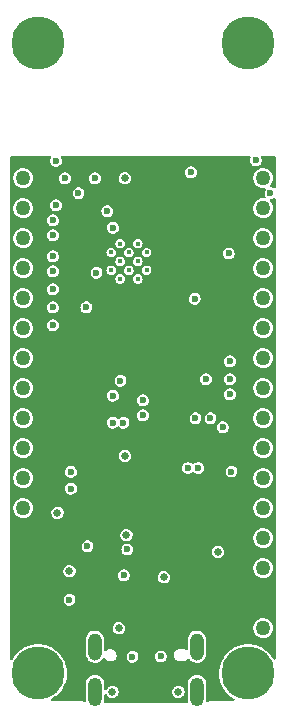
<source format=gbr>
%TF.GenerationSoftware,KiCad,Pcbnew,5.99.0-unknown-fc7f1d1d86~106~ubuntu20.04.1*%
%TF.CreationDate,2021-01-14T15:04:19+11:00*%
%TF.ProjectId,esp32-s2-feather,65737033-322d-4733-922d-666561746865,rev?*%
%TF.SameCoordinates,Original*%
%TF.FileFunction,Copper,L3,Inr*%
%TF.FilePolarity,Positive*%
%FSLAX46Y46*%
G04 Gerber Fmt 4.6, Leading zero omitted, Abs format (unit mm)*
G04 Created by KiCad (PCBNEW 5.99.0-unknown-fc7f1d1d86~106~ubuntu20.04.1) date 2021-01-14 15:04:19*
%MOMM*%
%LPD*%
G01*
G04 APERTURE LIST*
%TA.AperFunction,ComponentPad*%
%ADD10C,4.500000*%
%TD*%
%TA.AperFunction,ComponentPad*%
%ADD11O,1.158000X2.316000*%
%TD*%
%TA.AperFunction,ComponentPad*%
%ADD12O,1.200000X2.400000*%
%TD*%
%TA.AperFunction,ComponentPad*%
%ADD13C,0.400000*%
%TD*%
%TA.AperFunction,ComponentPad*%
%ADD14C,1.270000*%
%TD*%
%TA.AperFunction,ViaPad*%
%ADD15C,0.600000*%
%TD*%
%TA.AperFunction,ViaPad*%
%ADD16C,0.650000*%
%TD*%
G04 APERTURE END LIST*
D10*
%TO.N,GND*%
%TO.C,REF\u002A\u002A*%
X195580000Y-99060000D03*
%TD*%
D11*
%TO.N,GND*%
%TO.C,J1*%
X182624000Y-96811000D03*
X191264000Y-96811000D03*
D12*
X182624000Y-100636000D03*
X191264000Y-100636000D03*
%TD*%
D13*
%TO.N,GND*%
%TO.C,U5*%
X185500000Y-63435000D03*
X184000000Y-63435000D03*
X187000000Y-63435000D03*
X184000000Y-64935000D03*
X185500000Y-64935000D03*
X187000000Y-64935000D03*
X184750000Y-62685000D03*
X186250000Y-62685000D03*
X184750000Y-64185000D03*
X186250000Y-64185000D03*
X184750000Y-65685000D03*
X186250000Y-65685000D03*
%TD*%
D14*
%TO.N,+BATT*%
%TO.C,J3*%
X176530000Y-85090000D03*
%TO.N,/3V3A_EN*%
X176530000Y-82550000D03*
%TO.N,VBUS*%
X176530000Y-80010000D03*
%TO.N,/IO7*%
X176530000Y-77470000D03*
%TO.N,/IO6*%
X176530000Y-74930000D03*
%TO.N,/IO5*%
X176530000Y-72390000D03*
%TO.N,/IO4*%
X176530000Y-69850000D03*
%TO.N,/IO3*%
X176530000Y-67310000D03*
%TO.N,/IO2*%
X176530000Y-64770000D03*
%TO.N,/IO1*%
X176530000Y-62230000D03*
%TO.N,SCL*%
X176530000Y-59690000D03*
%TO.N,SDA*%
X176530000Y-57150000D03*
%TD*%
D10*
%TO.N,*%
%TO.C,REF\u002A\u002A*%
X195580000Y-45720000D03*
%TD*%
%TO.N,*%
%TO.C,REF\u002A\u002A*%
X177800000Y-45720000D03*
%TD*%
%TO.N,*%
%TO.C,REF\u002A\u002A*%
X177800000Y-99060000D03*
%TD*%
D14*
%TO.N,+3.3VA*%
%TO.C,J4*%
X196850000Y-57150000D03*
%TO.N,/IO17*%
X196850000Y-59690000D03*
%TO.N,/IO18*%
X196850000Y-62230000D03*
%TO.N,/IO37*%
X196850000Y-64770000D03*
%TO.N,/IO35*%
X196850000Y-67310000D03*
%TO.N,/IO36*%
X196850000Y-69850000D03*
%TO.N,/IO26*%
X196850000Y-72390000D03*
%TO.N,/IO21*%
X196850000Y-74930000D03*
%TO.N,/IO33*%
X196850000Y-77470000D03*
%TO.N,/IO34*%
X196850000Y-80010000D03*
%TO.N,/IO14*%
X196850000Y-82550000D03*
%TO.N,/IO12*%
X196850000Y-85090000D03*
%TO.N,GND*%
X196850000Y-87630000D03*
%TO.N,/IO0*%
X196850000Y-90170000D03*
%TO.N,+3V3*%
X196850000Y-92710000D03*
%TO.N,/ESP32-EN*%
X196850000Y-95250000D03*
%TD*%
D15*
%TO.N,GND*%
X196240400Y-55626000D03*
X184150000Y-61341000D03*
D16*
X185293000Y-87376000D03*
D15*
X193446400Y-78232000D03*
X182753000Y-65151000D03*
X191058800Y-67360800D03*
X190754000Y-56642000D03*
D16*
X189686000Y-100636000D03*
X188468000Y-90932000D03*
X179451000Y-85471000D03*
X193040000Y-88773000D03*
D15*
X183668400Y-59944000D03*
X179324000Y-55676800D03*
X192024000Y-74168000D03*
D16*
X180467000Y-90424000D03*
X185166000Y-57150000D03*
D15*
X193950500Y-63521500D03*
D16*
X184098000Y-100636000D03*
D15*
X181902138Y-68083738D03*
%TO.N,Net-(C1-Pad1)*%
X181991000Y-88315800D03*
D16*
X185166000Y-80645000D03*
D15*
X185360990Y-88586990D03*
%TO.N,+BATT*%
X185064400Y-90779600D03*
%TO.N,+3V3*%
X181636400Y-59944000D03*
D16*
X190754000Y-83693000D03*
X189992000Y-82804000D03*
D15*
X179425600Y-58420000D03*
X181636400Y-64008000D03*
X181864000Y-65405000D03*
X181636400Y-61976000D03*
X181864000Y-66929000D03*
%TO.N,/ESP32-EN*%
X191363600Y-81686400D03*
X194183000Y-81991200D03*
X197485000Y-58420000D03*
%TO.N,/IO0*%
X179324000Y-59436000D03*
X190500000Y-81686400D03*
X186690000Y-77216000D03*
X186690000Y-75946000D03*
X181229000Y-58420000D03*
%TO.N,VBUS*%
X180467000Y-92837000D03*
D16*
X184658000Y-95250000D03*
D15*
%TO.N,Net-(D2-Pad1)*%
X180594000Y-83439000D03*
%TO.N,Net-(D3-Pad1)*%
X180594000Y-82016600D03*
%TO.N,Net-(J1-Pad9)*%
X188194000Y-97643000D03*
%TO.N,Net-(J1-Pad3)*%
X185801000Y-97663000D03*
%TO.N,/IO1*%
X179070000Y-60706000D03*
%TO.N,/IO2*%
X179070000Y-61976000D03*
%TO.N,/IO3*%
X179070000Y-63754000D03*
%TO.N,/IO4*%
X179070000Y-65024000D03*
%TO.N,/IO5*%
X179070000Y-66548000D03*
%TO.N,/IO6*%
X179070000Y-68072000D03*
%TO.N,/IO7*%
X179070000Y-69596000D03*
%TO.N,/IO21*%
X191135000Y-77470000D03*
%TO.N,/IO26*%
X192405000Y-77470000D03*
%TO.N,/IO36*%
X194056000Y-74168000D03*
%TO.N,/IO35*%
X194056000Y-75438000D03*
%TO.N,/IO37*%
X194056000Y-72644000D03*
%TO.N,/IO18*%
X185039000Y-77851000D03*
X184785000Y-74295000D03*
%TO.N,/IO17*%
X184150000Y-77851000D03*
X184150000Y-75565000D03*
%TO.N,/RXD0*%
X180086000Y-57150000D03*
%TO.N,/TXD0*%
X182626000Y-57150000D03*
%TD*%
%TA.AperFunction,Conductor*%
%TO.N,+3V3*%
G36*
X178878742Y-55263907D02*
G01*
X178914706Y-55313407D01*
X178914706Y-55374593D01*
X178904474Y-55395901D01*
X178901499Y-55399269D01*
X178840588Y-55529006D01*
X178818538Y-55670624D01*
X178819453Y-55677622D01*
X178831890Y-55772731D01*
X178837121Y-55812739D01*
X178839962Y-55819195D01*
X178839962Y-55819196D01*
X178869652Y-55886670D01*
X178894845Y-55943926D01*
X178987068Y-56053638D01*
X178992939Y-56057546D01*
X178992940Y-56057547D01*
X179005235Y-56065731D01*
X179106377Y-56133057D01*
X179113104Y-56135159D01*
X179113107Y-56135160D01*
X179236448Y-56173694D01*
X179236449Y-56173694D01*
X179243180Y-56175797D01*
X179314830Y-56177110D01*
X179379427Y-56178295D01*
X179379429Y-56178295D01*
X179386481Y-56178424D01*
X179393284Y-56176569D01*
X179393286Y-56176569D01*
X179440065Y-56163815D01*
X179524758Y-56140725D01*
X179646897Y-56065731D01*
X179743078Y-55959472D01*
X179805570Y-55830489D01*
X179808557Y-55812739D01*
X179828715Y-55692920D01*
X179828715Y-55692917D01*
X179829349Y-55689150D01*
X179829500Y-55676800D01*
X179809182Y-55534923D01*
X179786564Y-55485176D01*
X179752778Y-55410869D01*
X179749860Y-55404451D01*
X179745260Y-55399113D01*
X179744124Y-55397336D01*
X179728702Y-55338126D01*
X179751029Y-55281159D01*
X179802576Y-55248196D01*
X179827528Y-55245000D01*
X195710629Y-55245000D01*
X195768820Y-55263907D01*
X195804784Y-55313407D01*
X195804784Y-55374593D01*
X195800246Y-55386069D01*
X195756988Y-55478206D01*
X195734938Y-55619824D01*
X195753521Y-55761939D01*
X195756362Y-55768395D01*
X195756362Y-55768396D01*
X195786478Y-55836838D01*
X195811245Y-55893126D01*
X195903468Y-56002838D01*
X195909339Y-56006746D01*
X195909340Y-56006747D01*
X195921635Y-56014931D01*
X196022777Y-56082257D01*
X196029504Y-56084359D01*
X196029507Y-56084360D01*
X196152848Y-56122894D01*
X196152849Y-56122894D01*
X196159580Y-56124997D01*
X196231231Y-56126311D01*
X196295827Y-56127495D01*
X196295829Y-56127495D01*
X196302881Y-56127624D01*
X196309684Y-56125769D01*
X196309686Y-56125769D01*
X196356465Y-56113015D01*
X196441158Y-56089925D01*
X196563297Y-56014931D01*
X196659478Y-55908672D01*
X196721970Y-55779689D01*
X196724957Y-55761939D01*
X196745115Y-55642120D01*
X196745115Y-55642117D01*
X196745749Y-55638350D01*
X196745900Y-55626000D01*
X196725582Y-55484123D01*
X196692276Y-55410869D01*
X196680503Y-55384976D01*
X196673630Y-55324178D01*
X196703806Y-55270951D01*
X196759504Y-55245627D01*
X196770625Y-55245000D01*
X197821000Y-55245000D01*
X197879191Y-55263907D01*
X197915155Y-55313407D01*
X197920000Y-55344000D01*
X197920000Y-57923493D01*
X197901093Y-57981684D01*
X197851593Y-58017648D01*
X197790407Y-58017648D01*
X197767153Y-58006568D01*
X197740325Y-57989179D01*
X197697033Y-57961118D01*
X197690275Y-57959097D01*
X197690273Y-57959096D01*
X197566479Y-57922074D01*
X197559718Y-57920052D01*
X197521727Y-57919820D01*
X197501088Y-57919694D01*
X197443013Y-57900432D01*
X197407352Y-57850713D01*
X197407726Y-57789529D01*
X197430238Y-57752174D01*
X197460055Y-57721082D01*
X197515919Y-57662827D01*
X197522758Y-57651624D01*
X197607712Y-57512446D01*
X197610507Y-57507867D01*
X197669613Y-57336212D01*
X197690480Y-57155868D01*
X197690500Y-57150000D01*
X197681377Y-57066020D01*
X197671472Y-56974840D01*
X197671471Y-56974835D01*
X197670893Y-56969515D01*
X197612987Y-56797451D01*
X197529269Y-56658120D01*
X197522243Y-56646427D01*
X197522242Y-56646425D01*
X197519483Y-56641834D01*
X197500615Y-56621881D01*
X197398428Y-56513822D01*
X197394745Y-56509927D01*
X197316350Y-56456650D01*
X197249025Y-56410896D01*
X197249023Y-56410895D01*
X197244591Y-56407883D01*
X197165061Y-56376073D01*
X197081006Y-56342453D01*
X197081002Y-56342452D01*
X197076027Y-56340462D01*
X197070742Y-56339587D01*
X197070738Y-56339586D01*
X196952612Y-56320031D01*
X196896918Y-56310811D01*
X196825832Y-56314536D01*
X196720974Y-56320031D01*
X196720970Y-56320032D01*
X196715620Y-56320312D01*
X196540591Y-56368523D01*
X196535852Y-56371022D01*
X196535851Y-56371022D01*
X196384735Y-56450696D01*
X196384732Y-56450698D01*
X196379998Y-56453194D01*
X196323219Y-56501176D01*
X196245423Y-56566919D01*
X196245421Y-56566922D01*
X196241334Y-56570375D01*
X196131066Y-56714598D01*
X196128802Y-56719454D01*
X196128801Y-56719455D01*
X196105079Y-56770327D01*
X196054341Y-56879136D01*
X196053172Y-56884367D01*
X196053171Y-56884369D01*
X196043309Y-56928489D01*
X196014738Y-57056310D01*
X196014719Y-57061668D01*
X196014719Y-57061671D01*
X196014565Y-57105925D01*
X196014104Y-57237856D01*
X196015238Y-57243100D01*
X196051335Y-57410056D01*
X196051337Y-57410061D01*
X196052470Y-57415303D01*
X196128044Y-57580372D01*
X196131266Y-57584648D01*
X196131268Y-57584651D01*
X196178172Y-57646894D01*
X196237302Y-57725362D01*
X196375145Y-57843508D01*
X196379871Y-57846042D01*
X196517232Y-57919694D01*
X196535143Y-57929298D01*
X196540299Y-57930757D01*
X196704674Y-57977271D01*
X196704677Y-57977271D01*
X196709831Y-57978730D01*
X196715183Y-57979048D01*
X196885705Y-57989179D01*
X196891058Y-57989497D01*
X196975482Y-57976125D01*
X197035913Y-57985696D01*
X197079178Y-58028960D01*
X197088750Y-58089392D01*
X197069494Y-58130271D01*
X197071040Y-58131287D01*
X197067166Y-58137184D01*
X197062499Y-58142469D01*
X197001588Y-58272206D01*
X196979538Y-58413824D01*
X196998121Y-58555939D01*
X197000962Y-58562395D01*
X197000962Y-58562396D01*
X197002870Y-58566731D01*
X197055845Y-58687126D01*
X197060384Y-58692526D01*
X197060386Y-58692529D01*
X197068930Y-58702694D01*
X197091899Y-58759404D01*
X197077147Y-58818785D01*
X197030310Y-58858154D01*
X196976978Y-58864065D01*
X196896918Y-58850811D01*
X196825832Y-58854536D01*
X196720974Y-58860031D01*
X196720970Y-58860032D01*
X196715620Y-58860312D01*
X196540591Y-58908523D01*
X196535852Y-58911022D01*
X196535851Y-58911022D01*
X196384735Y-58990696D01*
X196384732Y-58990698D01*
X196379998Y-58993194D01*
X196333408Y-59032566D01*
X196245423Y-59106919D01*
X196245421Y-59106922D01*
X196241334Y-59110375D01*
X196131066Y-59254598D01*
X196054341Y-59419136D01*
X196053172Y-59424367D01*
X196053171Y-59424369D01*
X196038734Y-59488956D01*
X196014738Y-59596310D01*
X196014719Y-59601668D01*
X196014719Y-59601671D01*
X196014493Y-59666469D01*
X196014104Y-59777856D01*
X196022513Y-59816747D01*
X196051335Y-59950056D01*
X196051337Y-59950061D01*
X196052470Y-59955303D01*
X196128044Y-60120372D01*
X196237302Y-60265362D01*
X196375145Y-60383508D01*
X196379871Y-60386042D01*
X196490751Y-60445495D01*
X196535143Y-60469298D01*
X196540299Y-60470757D01*
X196704674Y-60517271D01*
X196704677Y-60517271D01*
X196709831Y-60518730D01*
X196715183Y-60519048D01*
X196885705Y-60529179D01*
X196891058Y-60529497D01*
X196896355Y-60528658D01*
X196896356Y-60528658D01*
X196968271Y-60517267D01*
X197070370Y-60501096D01*
X197239400Y-60434854D01*
X197243855Y-60431872D01*
X197243860Y-60431869D01*
X197337060Y-60369477D01*
X197390263Y-60333860D01*
X197488039Y-60231900D01*
X197512205Y-60206700D01*
X197515919Y-60202827D01*
X197610507Y-60047867D01*
X197669613Y-59876212D01*
X197690480Y-59695868D01*
X197690500Y-59690000D01*
X197686618Y-59654264D01*
X197671472Y-59514840D01*
X197671471Y-59514835D01*
X197670893Y-59509515D01*
X197612987Y-59337451D01*
X197519483Y-59181834D01*
X197515801Y-59177940D01*
X197515797Y-59177935D01*
X197430596Y-59087837D01*
X197404352Y-59032566D01*
X197415607Y-58972425D01*
X197460063Y-58930386D01*
X197504341Y-58920833D01*
X197517706Y-58921078D01*
X197540428Y-58921495D01*
X197540430Y-58921495D01*
X197547481Y-58921624D01*
X197554284Y-58919769D01*
X197554286Y-58919769D01*
X197601065Y-58907015D01*
X197685758Y-58883925D01*
X197727730Y-58858154D01*
X197769199Y-58832692D01*
X197828681Y-58818356D01*
X197885230Y-58841722D01*
X197917244Y-58893863D01*
X197920000Y-58917058D01*
X197920000Y-97836559D01*
X197901093Y-97894750D01*
X197851593Y-97930714D01*
X197790407Y-97930714D01*
X197740907Y-97894750D01*
X197731681Y-97879258D01*
X197724818Y-97864901D01*
X197724816Y-97864897D01*
X197723460Y-97862061D01*
X197594965Y-97663056D01*
X197555583Y-97602064D01*
X197555581Y-97602061D01*
X197553871Y-97599413D01*
X197352282Y-97360442D01*
X197121963Y-97149024D01*
X197116374Y-97145074D01*
X196869221Y-96970404D01*
X196869220Y-96970403D01*
X196866647Y-96968585D01*
X196680575Y-96869856D01*
X196593253Y-96823523D01*
X196593246Y-96823520D01*
X196590474Y-96822049D01*
X196297919Y-96711794D01*
X196079478Y-96659955D01*
X195996786Y-96640331D01*
X195996783Y-96640331D01*
X195993726Y-96639605D01*
X195860407Y-96625475D01*
X195685953Y-96606985D01*
X195685946Y-96606985D01*
X195682826Y-96606654D01*
X195370259Y-96613474D01*
X195061092Y-96659955D01*
X195058054Y-96660818D01*
X195058052Y-96660818D01*
X194763376Y-96744481D01*
X194763373Y-96744482D01*
X194760337Y-96745344D01*
X194757429Y-96746587D01*
X194757430Y-96746587D01*
X194475774Y-96867014D01*
X194475770Y-96867016D01*
X194472870Y-96868256D01*
X194203351Y-97026698D01*
X194200852Y-97028633D01*
X194200846Y-97028637D01*
X194106620Y-97101595D01*
X193956149Y-97218102D01*
X193953923Y-97220332D01*
X193737809Y-97436824D01*
X193735271Y-97439366D01*
X193733352Y-97441854D01*
X193733348Y-97441858D01*
X193553210Y-97675350D01*
X193544298Y-97686902D01*
X193542710Y-97689613D01*
X193542710Y-97689614D01*
X193506263Y-97751861D01*
X193386327Y-97956697D01*
X193263917Y-98244378D01*
X193179053Y-98545282D01*
X193133112Y-98854529D01*
X193133049Y-98857690D01*
X193126968Y-99160592D01*
X193126837Y-99167107D01*
X193160331Y-99477949D01*
X193161063Y-99481011D01*
X193161064Y-99481015D01*
X193173966Y-99534963D01*
X193233050Y-99782016D01*
X193234166Y-99784961D01*
X193234167Y-99784965D01*
X193313438Y-99994197D01*
X193343816Y-100074378D01*
X193345302Y-100077166D01*
X193345302Y-100077167D01*
X193462887Y-100297847D01*
X193490833Y-100350296D01*
X193671718Y-100605296D01*
X193673853Y-100607614D01*
X193673854Y-100607615D01*
X193710235Y-100647110D01*
X193883538Y-100835246D01*
X193933409Y-100877167D01*
X194120443Y-101034386D01*
X194120450Y-101034391D01*
X194122860Y-101036417D01*
X194385803Y-101205548D01*
X194388635Y-101206896D01*
X194388639Y-101206898D01*
X194393771Y-101209340D01*
X194398534Y-101211607D01*
X194442953Y-101253684D01*
X194454156Y-101313835D01*
X194427864Y-101369083D01*
X194374120Y-101398326D01*
X194355992Y-101400000D01*
X192585800Y-101400000D01*
X192566326Y-101398066D01*
X192566261Y-101398053D01*
X192548357Y-101394461D01*
X192542757Y-101394618D01*
X192504926Y-101395679D01*
X192504836Y-101392466D01*
X192504608Y-101392483D01*
X192504719Y-101395587D01*
X192504717Y-101395587D01*
X192492399Y-101396028D01*
X192491775Y-101396048D01*
X192474415Y-101396534D01*
X192442618Y-101397425D01*
X192442614Y-101397426D01*
X192437711Y-101397563D01*
X192435809Y-101398053D01*
X192433666Y-101398130D01*
X192387149Y-101410594D01*
X192386458Y-101410775D01*
X192369031Y-101415268D01*
X192369028Y-101415269D01*
X192368018Y-101411350D01*
X192367614Y-101411416D01*
X192368717Y-101415533D01*
X192324415Y-101427404D01*
X192323666Y-101424610D01*
X192320842Y-101425558D01*
X192321261Y-101426924D01*
X192321260Y-101426924D01*
X192288715Y-101436904D01*
X192285393Y-101437859D01*
X192262410Y-101444018D01*
X192258108Y-101446291D01*
X192253289Y-101447769D01*
X192248444Y-101450566D01*
X192248438Y-101450569D01*
X192233065Y-101459445D01*
X192229823Y-101461237D01*
X192199701Y-101477152D01*
X192198094Y-101474110D01*
X192159058Y-101490437D01*
X192099515Y-101476359D01*
X192059618Y-101429971D01*
X192052732Y-101379363D01*
X192064110Y-101289288D01*
X192064110Y-101289286D01*
X192064500Y-101286202D01*
X192064500Y-99991424D01*
X192049483Y-99857543D01*
X191990426Y-99687955D01*
X191919981Y-99575219D01*
X191898196Y-99540355D01*
X191898194Y-99540353D01*
X191895265Y-99535665D01*
X191891370Y-99531742D01*
X191891367Y-99531739D01*
X191772630Y-99412171D01*
X191772628Y-99412170D01*
X191768729Y-99408243D01*
X191617108Y-99312021D01*
X191603463Y-99307162D01*
X191453146Y-99253637D01*
X191453147Y-99253637D01*
X191447937Y-99251782D01*
X191442450Y-99251128D01*
X191442447Y-99251127D01*
X191275119Y-99231175D01*
X191275116Y-99231175D01*
X191269623Y-99230520D01*
X191091031Y-99249290D01*
X191085793Y-99251073D01*
X191085794Y-99251073D01*
X190926271Y-99305379D01*
X190926267Y-99305381D01*
X190921035Y-99307162D01*
X190916323Y-99310061D01*
X190772800Y-99398356D01*
X190772798Y-99398358D01*
X190768085Y-99401257D01*
X190639782Y-99526900D01*
X190542504Y-99677846D01*
X190481085Y-99846593D01*
X190463500Y-99985798D01*
X190463500Y-101280576D01*
X190478517Y-101414457D01*
X190494810Y-101461242D01*
X190497317Y-101468442D01*
X190498599Y-101529613D01*
X190463680Y-101579856D01*
X190403824Y-101600000D01*
X183484755Y-101600000D01*
X183426564Y-101581093D01*
X183390600Y-101531593D01*
X183391726Y-101467139D01*
X183405021Y-101430612D01*
X183405022Y-101430608D01*
X183406915Y-101425407D01*
X183407638Y-101419688D01*
X183424110Y-101289286D01*
X183424500Y-101286202D01*
X183424500Y-100891403D01*
X183443407Y-100833212D01*
X183492907Y-100797248D01*
X183554093Y-100797248D01*
X183603593Y-100833212D01*
X183608466Y-100841864D01*
X183608952Y-100841577D01*
X183655483Y-100920256D01*
X183682251Y-100965519D01*
X183687120Y-100970188D01*
X183687123Y-100970192D01*
X183753694Y-101034031D01*
X183786180Y-101065184D01*
X183913083Y-101133228D01*
X183919662Y-101134699D01*
X183919666Y-101134700D01*
X184047023Y-101163167D01*
X184047024Y-101163167D01*
X184053609Y-101164639D01*
X184060348Y-101164286D01*
X184060350Y-101164286D01*
X184107620Y-101161808D01*
X184197406Y-101157103D01*
X184263976Y-101134700D01*
X184327485Y-101113327D01*
X184327486Y-101113326D01*
X184333879Y-101111175D01*
X184452974Y-101030238D01*
X184457328Y-101025086D01*
X184457330Y-101025084D01*
X184512576Y-100959708D01*
X184545916Y-100920256D01*
X184588620Y-100826982D01*
X184603049Y-100795467D01*
X184603050Y-100795465D01*
X184605858Y-100789331D01*
X184611349Y-100754667D01*
X184619613Y-100702489D01*
X189159683Y-100702489D01*
X189161428Y-100709000D01*
X189161428Y-100709003D01*
X189173664Y-100754667D01*
X189196952Y-100841577D01*
X189200388Y-100847387D01*
X189243483Y-100920256D01*
X189270251Y-100965519D01*
X189275120Y-100970188D01*
X189275123Y-100970192D01*
X189341694Y-101034031D01*
X189374180Y-101065184D01*
X189501083Y-101133228D01*
X189507662Y-101134699D01*
X189507666Y-101134700D01*
X189635023Y-101163167D01*
X189635024Y-101163167D01*
X189641609Y-101164639D01*
X189648348Y-101164286D01*
X189648350Y-101164286D01*
X189695620Y-101161808D01*
X189785406Y-101157103D01*
X189851976Y-101134700D01*
X189915485Y-101113327D01*
X189915486Y-101113326D01*
X189921879Y-101111175D01*
X190040974Y-101030238D01*
X190045328Y-101025086D01*
X190045330Y-101025084D01*
X190100576Y-100959708D01*
X190133916Y-100920256D01*
X190176620Y-100826982D01*
X190191049Y-100795467D01*
X190191050Y-100795465D01*
X190193858Y-100789331D01*
X190199349Y-100754667D01*
X190215815Y-100650701D01*
X190216384Y-100647110D01*
X190216500Y-100636000D01*
X190196958Y-100493338D01*
X190194281Y-100487152D01*
X190194280Y-100487148D01*
X190142452Y-100367381D01*
X190142450Y-100367377D01*
X190139771Y-100361187D01*
X190049152Y-100249282D01*
X189962590Y-100187765D01*
X189937277Y-100169776D01*
X189937276Y-100169775D01*
X189931779Y-100165869D01*
X189796297Y-100117093D01*
X189772078Y-100115314D01*
X189659424Y-100107041D01*
X189659420Y-100107041D01*
X189652690Y-100106547D01*
X189646075Y-100107881D01*
X189646072Y-100107881D01*
X189518147Y-100133675D01*
X189511536Y-100135008D01*
X189383236Y-100200380D01*
X189378267Y-100204949D01*
X189378266Y-100204950D01*
X189334306Y-100245374D01*
X189277243Y-100297847D01*
X189273686Y-100303584D01*
X189273685Y-100303585D01*
X189204921Y-100414489D01*
X189201364Y-100420226D01*
X189199481Y-100426708D01*
X189178182Y-100500021D01*
X189161191Y-100558503D01*
X189159683Y-100702489D01*
X184619613Y-100702489D01*
X184627815Y-100650701D01*
X184628384Y-100647110D01*
X184628500Y-100636000D01*
X184608958Y-100493338D01*
X184606281Y-100487152D01*
X184606280Y-100487148D01*
X184554452Y-100367381D01*
X184554450Y-100367377D01*
X184551771Y-100361187D01*
X184461152Y-100249282D01*
X184374590Y-100187765D01*
X184349277Y-100169776D01*
X184349276Y-100169775D01*
X184343779Y-100165869D01*
X184208297Y-100117093D01*
X184184078Y-100115314D01*
X184071424Y-100107041D01*
X184071420Y-100107041D01*
X184064690Y-100106547D01*
X184058075Y-100107881D01*
X184058072Y-100107881D01*
X183930147Y-100133675D01*
X183923536Y-100135008D01*
X183795236Y-100200380D01*
X183790267Y-100204949D01*
X183790266Y-100204950D01*
X183746306Y-100245374D01*
X183689243Y-100297847D01*
X183613364Y-100420226D01*
X183612679Y-100422583D01*
X183572999Y-100466652D01*
X183513150Y-100479373D01*
X183457255Y-100454485D01*
X183426663Y-100401497D01*
X183424500Y-100380915D01*
X183424500Y-99991424D01*
X183409483Y-99857543D01*
X183350426Y-99687955D01*
X183279981Y-99575219D01*
X183258196Y-99540355D01*
X183258194Y-99540353D01*
X183255265Y-99535665D01*
X183251370Y-99531742D01*
X183251367Y-99531739D01*
X183132630Y-99412171D01*
X183132628Y-99412170D01*
X183128729Y-99408243D01*
X182977108Y-99312021D01*
X182963463Y-99307162D01*
X182813146Y-99253637D01*
X182813147Y-99253637D01*
X182807937Y-99251782D01*
X182802450Y-99251128D01*
X182802447Y-99251127D01*
X182635119Y-99231175D01*
X182635116Y-99231175D01*
X182629623Y-99230520D01*
X182451031Y-99249290D01*
X182445793Y-99251073D01*
X182445794Y-99251073D01*
X182286271Y-99305379D01*
X182286267Y-99305381D01*
X182281035Y-99307162D01*
X182276323Y-99310061D01*
X182132800Y-99398356D01*
X182132798Y-99398358D01*
X182128085Y-99401257D01*
X181999782Y-99526900D01*
X181902504Y-99677846D01*
X181841085Y-99846593D01*
X181823500Y-99985798D01*
X181823500Y-101280576D01*
X181823809Y-101283330D01*
X181823809Y-101283332D01*
X181834654Y-101380017D01*
X181822351Y-101439952D01*
X181777168Y-101481210D01*
X181716364Y-101488030D01*
X181689854Y-101474988D01*
X181688579Y-101477391D01*
X181658512Y-101461438D01*
X181655413Y-101459721D01*
X181639697Y-101450647D01*
X181639691Y-101450644D01*
X181634877Y-101447865D01*
X181630226Y-101446430D01*
X181625775Y-101444068D01*
X181620370Y-101442620D01*
X181620363Y-101442617D01*
X181603238Y-101438028D01*
X181599670Y-101437000D01*
X181567106Y-101426951D01*
X181567788Y-101424741D01*
X181564820Y-101423523D01*
X181563767Y-101427453D01*
X181519469Y-101415583D01*
X181520305Y-101412462D01*
X181520080Y-101412413D01*
X181519295Y-101415436D01*
X181507490Y-101412371D01*
X181506745Y-101412174D01*
X181459268Y-101399452D01*
X181459266Y-101399452D01*
X181454520Y-101398180D01*
X181452554Y-101398106D01*
X181450481Y-101397568D01*
X181402403Y-101396221D01*
X181401567Y-101396193D01*
X181383644Y-101395520D01*
X181383643Y-101395520D01*
X181383795Y-101391477D01*
X181383387Y-101391425D01*
X181383268Y-101395684D01*
X181339834Y-101394466D01*
X181324955Y-101397424D01*
X181321555Y-101398100D01*
X181302251Y-101400000D01*
X179022896Y-101400000D01*
X178964705Y-101381093D01*
X178928741Y-101331593D01*
X178928741Y-101270407D01*
X178964705Y-101220907D01*
X178980038Y-101211758D01*
X179001679Y-101201366D01*
X179004325Y-101199651D01*
X179004332Y-101199647D01*
X179261382Y-101033035D01*
X179261389Y-101033030D01*
X179264030Y-101031318D01*
X179315761Y-100987525D01*
X179488161Y-100841577D01*
X179502648Y-100829313D01*
X179504775Y-100826988D01*
X179504781Y-100826982D01*
X179711541Y-100600947D01*
X179711542Y-100600946D01*
X179713664Y-100598626D01*
X179790144Y-100490008D01*
X179891836Y-100345583D01*
X179891838Y-100345580D01*
X179893658Y-100342995D01*
X180039711Y-100066566D01*
X180107053Y-99886929D01*
X180148346Y-99776781D01*
X180148348Y-99776775D01*
X180149456Y-99773819D01*
X180221113Y-99469501D01*
X180237720Y-99310165D01*
X180253309Y-99160592D01*
X180253310Y-99160581D01*
X180253522Y-99158544D01*
X180255500Y-99060000D01*
X180242393Y-98854529D01*
X180235798Y-98751138D01*
X180235797Y-98751132D01*
X180235597Y-98747993D01*
X180176210Y-98441044D01*
X180112359Y-98247409D01*
X180079292Y-98147129D01*
X180079290Y-98147123D01*
X180078302Y-98144128D01*
X179988691Y-97956676D01*
X179944818Y-97864901D01*
X179944816Y-97864897D01*
X179943460Y-97862061D01*
X179814965Y-97663056D01*
X179775583Y-97602064D01*
X179775581Y-97602061D01*
X179773871Y-97599413D01*
X179572282Y-97360442D01*
X179341963Y-97149024D01*
X179336374Y-97145074D01*
X179089221Y-96970404D01*
X179089220Y-96970403D01*
X179086647Y-96968585D01*
X178900575Y-96869856D01*
X178813253Y-96823523D01*
X178813246Y-96823520D01*
X178810474Y-96822049D01*
X178517919Y-96711794D01*
X178299478Y-96659955D01*
X178216786Y-96640331D01*
X178216783Y-96640331D01*
X178213726Y-96639605D01*
X178080407Y-96625475D01*
X177905953Y-96606985D01*
X177905946Y-96606985D01*
X177902826Y-96606654D01*
X177590259Y-96613474D01*
X177281092Y-96659955D01*
X177278054Y-96660818D01*
X177278052Y-96660818D01*
X176983376Y-96744481D01*
X176983373Y-96744482D01*
X176980337Y-96745344D01*
X176977429Y-96746587D01*
X176977430Y-96746587D01*
X176695774Y-96867014D01*
X176695770Y-96867016D01*
X176692870Y-96868256D01*
X176423351Y-97026698D01*
X176420852Y-97028633D01*
X176420846Y-97028637D01*
X176326620Y-97101595D01*
X176176149Y-97218102D01*
X176173923Y-97220332D01*
X175957809Y-97436824D01*
X175955271Y-97439366D01*
X175953352Y-97441854D01*
X175953348Y-97441858D01*
X175773210Y-97675350D01*
X175764298Y-97686902D01*
X175645554Y-97889703D01*
X175644433Y-97891617D01*
X175598714Y-97932279D01*
X175537826Y-97938303D01*
X175485026Y-97907387D01*
X175460481Y-97851341D01*
X175460000Y-97841594D01*
X175460000Y-96182071D01*
X181844500Y-96182071D01*
X181844500Y-97434577D01*
X181858995Y-97563805D01*
X181916512Y-97728971D01*
X182009192Y-97877290D01*
X182054392Y-97922807D01*
X182123497Y-97992396D01*
X182132429Y-98001391D01*
X182184011Y-98034126D01*
X182275428Y-98092141D01*
X182275432Y-98092143D01*
X182280098Y-98095104D01*
X182444859Y-98153773D01*
X182450346Y-98154427D01*
X182450349Y-98154428D01*
X182613027Y-98173826D01*
X182613030Y-98173826D01*
X182618523Y-98174481D01*
X182792460Y-98156199D01*
X182900978Y-98119257D01*
X182952782Y-98101622D01*
X182952786Y-98101620D01*
X182958024Y-98099837D01*
X183106986Y-98008194D01*
X183231944Y-97885827D01*
X183236178Y-97879258D01*
X183311890Y-97761775D01*
X183359305Y-97723104D01*
X183420395Y-97719688D01*
X183471825Y-97752833D01*
X183480319Y-97765008D01*
X183530408Y-97849702D01*
X183536088Y-97859307D01*
X183540962Y-97863981D01*
X183605293Y-97925672D01*
X183638058Y-97957093D01*
X183643999Y-97960279D01*
X183644001Y-97960280D01*
X183738769Y-98011094D01*
X183762568Y-98023855D01*
X183900446Y-98054675D01*
X183907185Y-98054322D01*
X183907187Y-98054322D01*
X183953639Y-98051887D01*
X184041532Y-98047281D01*
X184175433Y-98002218D01*
X184182423Y-97997468D01*
X184222251Y-97970400D01*
X184292282Y-97922807D01*
X184298782Y-97915115D01*
X184379117Y-97820053D01*
X184379118Y-97820051D01*
X184383473Y-97814898D01*
X184387823Y-97805398D01*
X184439476Y-97692577D01*
X184439477Y-97692575D01*
X184442285Y-97686441D01*
X184444359Y-97673351D01*
X184446977Y-97656824D01*
X185295538Y-97656824D01*
X185296453Y-97663822D01*
X185309662Y-97764835D01*
X185314121Y-97798939D01*
X185316962Y-97805395D01*
X185316962Y-97805396D01*
X185368625Y-97922807D01*
X185371845Y-97930126D01*
X185376382Y-97935523D01*
X185376383Y-97935525D01*
X185404256Y-97968683D01*
X185464068Y-98039838D01*
X185469939Y-98043746D01*
X185469940Y-98043747D01*
X185489957Y-98057071D01*
X185583377Y-98119257D01*
X185590104Y-98121359D01*
X185590107Y-98121360D01*
X185713448Y-98159894D01*
X185713449Y-98159894D01*
X185720180Y-98161997D01*
X185791831Y-98163311D01*
X185856427Y-98164495D01*
X185856429Y-98164495D01*
X185863481Y-98164624D01*
X185870284Y-98162769D01*
X185870286Y-98162769D01*
X185936839Y-98144624D01*
X186001758Y-98126925D01*
X186123897Y-98051931D01*
X186132598Y-98042318D01*
X186215346Y-97950900D01*
X186215346Y-97950899D01*
X186220078Y-97945672D01*
X186270379Y-97841852D01*
X186279494Y-97823038D01*
X186282570Y-97816689D01*
X186283905Y-97808759D01*
X186305715Y-97679120D01*
X186305715Y-97679117D01*
X186306349Y-97675350D01*
X186306500Y-97663000D01*
X186302751Y-97636824D01*
X187688538Y-97636824D01*
X187689453Y-97643822D01*
X187702483Y-97743466D01*
X187707121Y-97778939D01*
X187709962Y-97785395D01*
X187709962Y-97785396D01*
X187755859Y-97889703D01*
X187764845Y-97910126D01*
X187769382Y-97915523D01*
X187769383Y-97915525D01*
X187816895Y-97972047D01*
X187857068Y-98019838D01*
X187862939Y-98023746D01*
X187862940Y-98023747D01*
X187873868Y-98031021D01*
X187976377Y-98099257D01*
X187983104Y-98101359D01*
X187983107Y-98101360D01*
X188106448Y-98139894D01*
X188106449Y-98139894D01*
X188113180Y-98141997D01*
X188184830Y-98143310D01*
X188249427Y-98144495D01*
X188249429Y-98144495D01*
X188256481Y-98144624D01*
X188263284Y-98142769D01*
X188263286Y-98142769D01*
X188314599Y-98128779D01*
X188394758Y-98106925D01*
X188516897Y-98031931D01*
X188526159Y-98021699D01*
X188608346Y-97930900D01*
X188608346Y-97930899D01*
X188613078Y-97925672D01*
X188661201Y-97826346D01*
X188672494Y-97803038D01*
X188675570Y-97796689D01*
X188678557Y-97778939D01*
X188698715Y-97659120D01*
X188698715Y-97659117D01*
X188699349Y-97655350D01*
X188699500Y-97643000D01*
X188698650Y-97637061D01*
X188680182Y-97508106D01*
X188679182Y-97501123D01*
X188674273Y-97490325D01*
X188672208Y-97485783D01*
X189297929Y-97485783D01*
X189300661Y-97495278D01*
X189300654Y-97501598D01*
X189300179Y-97509768D01*
X189299015Y-97520024D01*
X189299000Y-97520292D01*
X189298062Y-97525824D01*
X189298388Y-97531421D01*
X189298319Y-97532668D01*
X189298319Y-97539009D01*
X189298396Y-97540433D01*
X189298073Y-97545984D01*
X189298992Y-97551462D01*
X189299001Y-97551627D01*
X189300160Y-97561920D01*
X189300657Y-97570452D01*
X189300659Y-97576494D01*
X189297949Y-97585851D01*
X189299799Y-97596848D01*
X189299799Y-97596850D01*
X189302562Y-97613274D01*
X189303767Y-97623948D01*
X189304219Y-97631721D01*
X189305768Y-97637061D01*
X189306067Y-97638092D01*
X189308613Y-97649239D01*
X189309744Y-97655962D01*
X189311887Y-97661135D01*
X189311887Y-97661137D01*
X189312682Y-97663056D01*
X189316294Y-97673349D01*
X189323979Y-97699838D01*
X189330574Y-97707194D01*
X189333323Y-97712890D01*
X189349465Y-97751861D01*
X189351542Y-97759936D01*
X189351790Y-97759850D01*
X189355456Y-97770377D01*
X189356689Y-97781456D01*
X189362604Y-97790904D01*
X189369260Y-97801535D01*
X189371895Y-97806011D01*
X189374000Y-97811094D01*
X189377210Y-97815620D01*
X189377212Y-97815623D01*
X189382953Y-97823716D01*
X189386097Y-97828429D01*
X189394416Y-97841716D01*
X189398312Y-97845612D01*
X189401386Y-97849702D01*
X189408275Y-97859413D01*
X189415035Y-97868943D01*
X189424791Y-97874340D01*
X189433101Y-97881770D01*
X189432962Y-97881925D01*
X189439692Y-97886992D01*
X189467815Y-97915115D01*
X189472823Y-97921779D01*
X189473019Y-97921604D01*
X189480434Y-97929927D01*
X189485813Y-97939691D01*
X189505119Y-97953437D01*
X189509256Y-97956556D01*
X189513148Y-97960448D01*
X189517847Y-97963402D01*
X189517854Y-97963407D01*
X189526248Y-97968683D01*
X189530980Y-97971851D01*
X189539165Y-97977678D01*
X189539168Y-97977680D01*
X189543729Y-97980927D01*
X189548817Y-97983034D01*
X189553233Y-97985642D01*
X189563756Y-97992256D01*
X189563758Y-97992257D01*
X189573198Y-97998190D01*
X189584276Y-97999442D01*
X189594801Y-98003128D01*
X189594732Y-98003324D01*
X189602887Y-98005430D01*
X189642173Y-98021702D01*
X189647599Y-98024327D01*
X189654841Y-98030843D01*
X189665544Y-98033968D01*
X189681528Y-98038635D01*
X189691668Y-98042204D01*
X189693720Y-98043054D01*
X189693724Y-98043055D01*
X189698861Y-98045183D01*
X189705402Y-98046295D01*
X189716554Y-98048862D01*
X189723087Y-98050770D01*
X189730468Y-98051199D01*
X189730757Y-98051216D01*
X189741591Y-98052448D01*
X189768783Y-98057071D01*
X189778279Y-98054339D01*
X189784598Y-98054346D01*
X189823442Y-98056605D01*
X189823445Y-98056605D01*
X189828985Y-98056927D01*
X189834456Y-98056009D01*
X189834459Y-98056009D01*
X189856184Y-98052364D01*
X189872564Y-98051000D01*
X189873074Y-98051000D01*
X189890386Y-98052911D01*
X189893859Y-98053203D01*
X189900446Y-98054675D01*
X189907185Y-98054322D01*
X189907187Y-98054322D01*
X189967974Y-98051136D01*
X189973155Y-98051000D01*
X190015469Y-98051000D01*
X190032018Y-98052393D01*
X190058824Y-98056938D01*
X190064415Y-98056613D01*
X190064417Y-98056613D01*
X190076731Y-98055897D01*
X190103468Y-98054342D01*
X190109493Y-98054340D01*
X190118851Y-98057051D01*
X190129848Y-98055201D01*
X190129850Y-98055201D01*
X190146274Y-98052438D01*
X190156948Y-98051233D01*
X190159170Y-98051104D01*
X190159173Y-98051104D01*
X190164721Y-98050781D01*
X190171094Y-98048933D01*
X190182239Y-98046387D01*
X190188962Y-98045256D01*
X190194135Y-98043113D01*
X190194137Y-98043113D01*
X190196056Y-98042318D01*
X190206351Y-98038705D01*
X190232838Y-98031021D01*
X190240194Y-98024426D01*
X190245890Y-98021677D01*
X190284861Y-98005535D01*
X190292936Y-98003458D01*
X190292850Y-98003210D01*
X190303377Y-97999544D01*
X190314456Y-97998311D01*
X190324128Y-97992256D01*
X190334535Y-97985740D01*
X190339011Y-97983105D01*
X190344094Y-97981000D01*
X190348620Y-97977790D01*
X190348623Y-97977788D01*
X190356716Y-97972047D01*
X190361429Y-97968903D01*
X190374716Y-97960584D01*
X190378612Y-97956688D01*
X190382702Y-97953614D01*
X190392848Y-97946417D01*
X190392849Y-97946416D01*
X190401943Y-97939965D01*
X190407340Y-97930209D01*
X190414770Y-97921899D01*
X190414925Y-97922038D01*
X190419992Y-97915308D01*
X190448115Y-97887185D01*
X190454779Y-97882177D01*
X190454604Y-97881981D01*
X190462926Y-97874567D01*
X190472691Y-97869187D01*
X190479157Y-97860105D01*
X190487481Y-97852689D01*
X190488568Y-97853909D01*
X190527139Y-97825319D01*
X190588322Y-97824736D01*
X190638162Y-97860226D01*
X190642585Y-97866716D01*
X190649192Y-97877290D01*
X190694392Y-97922807D01*
X190763497Y-97992396D01*
X190772429Y-98001391D01*
X190824011Y-98034126D01*
X190915428Y-98092141D01*
X190915432Y-98092143D01*
X190920098Y-98095104D01*
X191084859Y-98153773D01*
X191090346Y-98154427D01*
X191090349Y-98154428D01*
X191253027Y-98173826D01*
X191253030Y-98173826D01*
X191258523Y-98174481D01*
X191432460Y-98156199D01*
X191540978Y-98119257D01*
X191592782Y-98101622D01*
X191592786Y-98101620D01*
X191598024Y-98099837D01*
X191746986Y-98008194D01*
X191871944Y-97885827D01*
X191876178Y-97879258D01*
X191939206Y-97781456D01*
X191966686Y-97738816D01*
X192026503Y-97574469D01*
X192043500Y-97439929D01*
X192043500Y-96187423D01*
X192029005Y-96058195D01*
X191971488Y-95893029D01*
X191878808Y-95744710D01*
X191782802Y-95648031D01*
X191759467Y-95624532D01*
X191759465Y-95624531D01*
X191755571Y-95620609D01*
X191690823Y-95579519D01*
X191612572Y-95529859D01*
X191612568Y-95529857D01*
X191607902Y-95526896D01*
X191443141Y-95468227D01*
X191437654Y-95467573D01*
X191437651Y-95467572D01*
X191274973Y-95448174D01*
X191274970Y-95448174D01*
X191269477Y-95447519D01*
X191095540Y-95465801D01*
X191012758Y-95493982D01*
X190935218Y-95520378D01*
X190935214Y-95520380D01*
X190929976Y-95522163D01*
X190781014Y-95613806D01*
X190656056Y-95736173D01*
X190653057Y-95740827D01*
X190653055Y-95740829D01*
X190601336Y-95821082D01*
X190561314Y-95883184D01*
X190501497Y-96047531D01*
X190484500Y-96182071D01*
X190484500Y-97001314D01*
X190465593Y-97059505D01*
X190416093Y-97095469D01*
X190354907Y-97095469D01*
X190332820Y-97085134D01*
X190324241Y-97079742D01*
X190324240Y-97079742D01*
X190314802Y-97073810D01*
X190303725Y-97072557D01*
X190293204Y-97068873D01*
X190293273Y-97068676D01*
X190285113Y-97066570D01*
X190245829Y-97050298D01*
X190240403Y-97047674D01*
X190233159Y-97041157D01*
X190206449Y-97033358D01*
X190196336Y-97029798D01*
X190189139Y-97026817D01*
X190182598Y-97025705D01*
X190171447Y-97023138D01*
X190171200Y-97023066D01*
X190164913Y-97021230D01*
X190157532Y-97020801D01*
X190157243Y-97020784D01*
X190146409Y-97019552D01*
X190119217Y-97014929D01*
X190109722Y-97017661D01*
X190103402Y-97017654D01*
X190064559Y-97015395D01*
X190064556Y-97015395D01*
X190059016Y-97015073D01*
X190053545Y-97015991D01*
X190053542Y-97015991D01*
X190031817Y-97019636D01*
X190015437Y-97021000D01*
X189975858Y-97021000D01*
X189968607Y-97020734D01*
X189918052Y-97017021D01*
X189918048Y-97017021D01*
X189911318Y-97016527D01*
X189904703Y-97017861D01*
X189904700Y-97017861D01*
X189898820Y-97019047D01*
X189879252Y-97021000D01*
X189872531Y-97021000D01*
X189855981Y-97019607D01*
X189855651Y-97019551D01*
X189829176Y-97015062D01*
X189823585Y-97015387D01*
X189823583Y-97015387D01*
X189809910Y-97016182D01*
X189784533Y-97017658D01*
X189778509Y-97017660D01*
X189769150Y-97014949D01*
X189758153Y-97016799D01*
X189758152Y-97016799D01*
X189741728Y-97019562D01*
X189731053Y-97020767D01*
X189728831Y-97020896D01*
X189728828Y-97020896D01*
X189723279Y-97021219D01*
X189716910Y-97023067D01*
X189705747Y-97025616D01*
X189699039Y-97026744D01*
X189693865Y-97028887D01*
X189693866Y-97028887D01*
X189691948Y-97029681D01*
X189681645Y-97033296D01*
X189665875Y-97037871D01*
X189665873Y-97037872D01*
X189655162Y-97040979D01*
X189647805Y-97047576D01*
X189642108Y-97050325D01*
X189603142Y-97066464D01*
X189595066Y-97068542D01*
X189595152Y-97068789D01*
X189584622Y-97072456D01*
X189573544Y-97073689D01*
X189553432Y-97086280D01*
X189548991Y-97088894D01*
X189543907Y-97091000D01*
X189539377Y-97094214D01*
X189539376Y-97094214D01*
X189531304Y-97099940D01*
X189526559Y-97103105D01*
X189513284Y-97111416D01*
X189509389Y-97115311D01*
X189505298Y-97118386D01*
X189495153Y-97125582D01*
X189495149Y-97125586D01*
X189486058Y-97132035D01*
X189480661Y-97141791D01*
X189473233Y-97150099D01*
X189473077Y-97149960D01*
X189468011Y-97156689D01*
X189439889Y-97184811D01*
X189433224Y-97189820D01*
X189433398Y-97190016D01*
X189425073Y-97197433D01*
X189415309Y-97202812D01*
X189408845Y-97211892D01*
X189408842Y-97211894D01*
X189401568Y-97222111D01*
X189398440Y-97226260D01*
X189394552Y-97230148D01*
X189391598Y-97234848D01*
X189386318Y-97243249D01*
X189383147Y-97247986D01*
X189374074Y-97260729D01*
X189371967Y-97265814D01*
X189369366Y-97270219D01*
X189356810Y-97290198D01*
X189355557Y-97301275D01*
X189351873Y-97311796D01*
X189351676Y-97311727D01*
X189349570Y-97319886D01*
X189347745Y-97324294D01*
X189333301Y-97359165D01*
X189330674Y-97364597D01*
X189324157Y-97371841D01*
X189316358Y-97398551D01*
X189312798Y-97408664D01*
X189309817Y-97415861D01*
X189308706Y-97422398D01*
X189306138Y-97433553D01*
X189304230Y-97440087D01*
X189303905Y-97445682D01*
X189303784Y-97447757D01*
X189302552Y-97458591D01*
X189297929Y-97485783D01*
X188672208Y-97485783D01*
X188622780Y-97377073D01*
X188622780Y-97377072D01*
X188619860Y-97370651D01*
X188526303Y-97262074D01*
X188406033Y-97184118D01*
X188399275Y-97182097D01*
X188399273Y-97182096D01*
X188275479Y-97145074D01*
X188268718Y-97143052D01*
X188182694Y-97142527D01*
X188132448Y-97142220D01*
X188125396Y-97142177D01*
X188118620Y-97144114D01*
X188118617Y-97144114D01*
X187994369Y-97179624D01*
X187994367Y-97179625D01*
X187987589Y-97181562D01*
X187866375Y-97258042D01*
X187771499Y-97365469D01*
X187710588Y-97495206D01*
X187688538Y-97636824D01*
X186302751Y-97636824D01*
X186286182Y-97521123D01*
X186281020Y-97509768D01*
X186229780Y-97397073D01*
X186229780Y-97397072D01*
X186226860Y-97390651D01*
X186133303Y-97282074D01*
X186013033Y-97204118D01*
X186006275Y-97202097D01*
X186006273Y-97202096D01*
X185882479Y-97165074D01*
X185875718Y-97163052D01*
X185789694Y-97162527D01*
X185739448Y-97162220D01*
X185732396Y-97162177D01*
X185725620Y-97164114D01*
X185725617Y-97164114D01*
X185601369Y-97199624D01*
X185601367Y-97199625D01*
X185594589Y-97201562D01*
X185588625Y-97205325D01*
X185521010Y-97247987D01*
X185473375Y-97278042D01*
X185378499Y-97385469D01*
X185317588Y-97515206D01*
X185295538Y-97656824D01*
X184446977Y-97656824D01*
X184463817Y-97550493D01*
X184464386Y-97546901D01*
X184464500Y-97536000D01*
X184445326Y-97396027D01*
X184442649Y-97389841D01*
X184442648Y-97389837D01*
X184391895Y-97272555D01*
X184391894Y-97272554D01*
X184389217Y-97266367D01*
X184384652Y-97260729D01*
X184304552Y-97161814D01*
X184304551Y-97161814D01*
X184300307Y-97156572D01*
X184286779Y-97146958D01*
X184190644Y-97078638D01*
X184190643Y-97078637D01*
X184185146Y-97074731D01*
X184178802Y-97072447D01*
X184178798Y-97072445D01*
X184058566Y-97029159D01*
X184058563Y-97029158D01*
X184052218Y-97026874D01*
X184027993Y-97025095D01*
X183918052Y-97017021D01*
X183918048Y-97017021D01*
X183911318Y-97016527D01*
X183904703Y-97017861D01*
X183904701Y-97017861D01*
X183805463Y-97037871D01*
X183772825Y-97044452D01*
X183766819Y-97047512D01*
X183766817Y-97047513D01*
X183711982Y-97075453D01*
X183646944Y-97108592D01*
X183641981Y-97113155D01*
X183641979Y-97113157D01*
X183569511Y-97179795D01*
X183513879Y-97205265D01*
X183453900Y-97193171D01*
X183412486Y-97148133D01*
X183403500Y-97106921D01*
X183403500Y-96187423D01*
X183389005Y-96058195D01*
X183331488Y-95893029D01*
X183238808Y-95744710D01*
X183142802Y-95648031D01*
X183119467Y-95624532D01*
X183119465Y-95624531D01*
X183115571Y-95620609D01*
X183050823Y-95579519D01*
X182972572Y-95529859D01*
X182972568Y-95529857D01*
X182967902Y-95526896D01*
X182803141Y-95468227D01*
X182797654Y-95467573D01*
X182797651Y-95467572D01*
X182634973Y-95448174D01*
X182634970Y-95448174D01*
X182629477Y-95447519D01*
X182455540Y-95465801D01*
X182372758Y-95493982D01*
X182295218Y-95520378D01*
X182295214Y-95520380D01*
X182289976Y-95522163D01*
X182141014Y-95613806D01*
X182016056Y-95736173D01*
X182013057Y-95740827D01*
X182013055Y-95740829D01*
X181961336Y-95821082D01*
X181921314Y-95883184D01*
X181861497Y-96047531D01*
X181844500Y-96182071D01*
X175460000Y-96182071D01*
X175460000Y-95316489D01*
X184131683Y-95316489D01*
X184168952Y-95455577D01*
X184172388Y-95461387D01*
X184215483Y-95534256D01*
X184242251Y-95579519D01*
X184247120Y-95584188D01*
X184247123Y-95584192D01*
X184304364Y-95639084D01*
X184346180Y-95679184D01*
X184473083Y-95747228D01*
X184479662Y-95748699D01*
X184479666Y-95748700D01*
X184607023Y-95777167D01*
X184607024Y-95777167D01*
X184613609Y-95778639D01*
X184620348Y-95778286D01*
X184620350Y-95778286D01*
X184667620Y-95775808D01*
X184757406Y-95771103D01*
X184763807Y-95768949D01*
X184887485Y-95727327D01*
X184887486Y-95727326D01*
X184893879Y-95725175D01*
X185012974Y-95644238D01*
X185017328Y-95639086D01*
X185017330Y-95639084D01*
X185072576Y-95573708D01*
X185105916Y-95534256D01*
X185165858Y-95403331D01*
X185176229Y-95337856D01*
X196014104Y-95337856D01*
X196015238Y-95343100D01*
X196051335Y-95510056D01*
X196051337Y-95510061D01*
X196052470Y-95515303D01*
X196054705Y-95520184D01*
X196054705Y-95520185D01*
X196055611Y-95522163D01*
X196128044Y-95680372D01*
X196131266Y-95684648D01*
X196131268Y-95684651D01*
X196176526Y-95744710D01*
X196237302Y-95825362D01*
X196375145Y-95943508D01*
X196535143Y-96029298D01*
X196540299Y-96030757D01*
X196704674Y-96077271D01*
X196704677Y-96077271D01*
X196709831Y-96078730D01*
X196715183Y-96079048D01*
X196885705Y-96089179D01*
X196891058Y-96089497D01*
X196896355Y-96088658D01*
X196896356Y-96088658D01*
X196968271Y-96077267D01*
X197070370Y-96061096D01*
X197239400Y-95994854D01*
X197243855Y-95991872D01*
X197243860Y-95991869D01*
X197383696Y-95898256D01*
X197390263Y-95893860D01*
X197515919Y-95762827D01*
X197529374Y-95740785D01*
X197607712Y-95612446D01*
X197610507Y-95607867D01*
X197669613Y-95436212D01*
X197690480Y-95255868D01*
X197690500Y-95250000D01*
X197681377Y-95166020D01*
X197671472Y-95074840D01*
X197671471Y-95074835D01*
X197670893Y-95069515D01*
X197612987Y-94897451D01*
X197519483Y-94741834D01*
X197500615Y-94721881D01*
X197398428Y-94613822D01*
X197394745Y-94609927D01*
X197316350Y-94556650D01*
X197249025Y-94510896D01*
X197249023Y-94510895D01*
X197244591Y-94507883D01*
X197182079Y-94482880D01*
X197081006Y-94442453D01*
X197081002Y-94442452D01*
X197076027Y-94440462D01*
X197070742Y-94439587D01*
X197070738Y-94439586D01*
X196952612Y-94420031D01*
X196896918Y-94410811D01*
X196825832Y-94414536D01*
X196720974Y-94420031D01*
X196720970Y-94420032D01*
X196715620Y-94420312D01*
X196540591Y-94468523D01*
X196535852Y-94471022D01*
X196535851Y-94471022D01*
X196384735Y-94550696D01*
X196384732Y-94550698D01*
X196379998Y-94553194D01*
X196316431Y-94606913D01*
X196245423Y-94666919D01*
X196245421Y-94666922D01*
X196241334Y-94670375D01*
X196131066Y-94814598D01*
X196054341Y-94979136D01*
X196014738Y-95156310D01*
X196014104Y-95337856D01*
X185176229Y-95337856D01*
X185177079Y-95332489D01*
X185187815Y-95264701D01*
X185188384Y-95261110D01*
X185188500Y-95250000D01*
X185168958Y-95107338D01*
X185166281Y-95101152D01*
X185166280Y-95101148D01*
X185114452Y-94981381D01*
X185114450Y-94981377D01*
X185111771Y-94975187D01*
X185021152Y-94863282D01*
X184903779Y-94779869D01*
X184768297Y-94731093D01*
X184744078Y-94729314D01*
X184631424Y-94721041D01*
X184631420Y-94721041D01*
X184624690Y-94720547D01*
X184618075Y-94721881D01*
X184618072Y-94721881D01*
X184490147Y-94747675D01*
X184483536Y-94749008D01*
X184355236Y-94814380D01*
X184249243Y-94911847D01*
X184245686Y-94917584D01*
X184245685Y-94917585D01*
X184204277Y-94984369D01*
X184173364Y-95034226D01*
X184171481Y-95040708D01*
X184139415Y-95151081D01*
X184133191Y-95172503D01*
X184131683Y-95316489D01*
X175460000Y-95316489D01*
X175460000Y-92830824D01*
X179961538Y-92830824D01*
X179980121Y-92972939D01*
X179982962Y-92979395D01*
X179982962Y-92979396D01*
X179984870Y-92983731D01*
X180037845Y-93104126D01*
X180130068Y-93213838D01*
X180135939Y-93217746D01*
X180135940Y-93217747D01*
X180148235Y-93225931D01*
X180249377Y-93293257D01*
X180256104Y-93295359D01*
X180256107Y-93295360D01*
X180379448Y-93333894D01*
X180379449Y-93333894D01*
X180386180Y-93335997D01*
X180457830Y-93337310D01*
X180522427Y-93338495D01*
X180522429Y-93338495D01*
X180529481Y-93338624D01*
X180536284Y-93336769D01*
X180536286Y-93336769D01*
X180583065Y-93324015D01*
X180667758Y-93300925D01*
X180789897Y-93225931D01*
X180886078Y-93119672D01*
X180948570Y-92990689D01*
X180951557Y-92972939D01*
X180971715Y-92853120D01*
X180971715Y-92853117D01*
X180972349Y-92849350D01*
X180972500Y-92837000D01*
X180952182Y-92695123D01*
X180892860Y-92564651D01*
X180799303Y-92456074D01*
X180679033Y-92378118D01*
X180672275Y-92376097D01*
X180672273Y-92376096D01*
X180548479Y-92339074D01*
X180541718Y-92337052D01*
X180455694Y-92336527D01*
X180405448Y-92336220D01*
X180398396Y-92336177D01*
X180391620Y-92338114D01*
X180391617Y-92338114D01*
X180267369Y-92373624D01*
X180267367Y-92373625D01*
X180260589Y-92375562D01*
X180139375Y-92452042D01*
X180044499Y-92559469D01*
X179983588Y-92689206D01*
X179961538Y-92830824D01*
X175460000Y-92830824D01*
X175460000Y-90490489D01*
X179940683Y-90490489D01*
X179942428Y-90497000D01*
X179942428Y-90497003D01*
X179951925Y-90532446D01*
X179977952Y-90629577D01*
X179981388Y-90635387D01*
X180043896Y-90741082D01*
X180051251Y-90753519D01*
X180056120Y-90758188D01*
X180056123Y-90758192D01*
X180117285Y-90816844D01*
X180155180Y-90853184D01*
X180282083Y-90921228D01*
X180288662Y-90922699D01*
X180288666Y-90922700D01*
X180416023Y-90951167D01*
X180416024Y-90951167D01*
X180422609Y-90952639D01*
X180429348Y-90952286D01*
X180429350Y-90952286D01*
X180476620Y-90949808D01*
X180566406Y-90945103D01*
X180582645Y-90939638D01*
X180696485Y-90901327D01*
X180696486Y-90901326D01*
X180702879Y-90899175D01*
X180821974Y-90818238D01*
X180826328Y-90813086D01*
X180826330Y-90813084D01*
X180859845Y-90773424D01*
X184558938Y-90773424D01*
X184559853Y-90780422D01*
X184560210Y-90783148D01*
X184577521Y-90915539D01*
X184580362Y-90921995D01*
X184580362Y-90921996D01*
X184618495Y-91008658D01*
X184635245Y-91046726D01*
X184727468Y-91156438D01*
X184733339Y-91160346D01*
X184733340Y-91160347D01*
X184745635Y-91168531D01*
X184846777Y-91235857D01*
X184853504Y-91237959D01*
X184853507Y-91237960D01*
X184976848Y-91276494D01*
X184976849Y-91276494D01*
X184983580Y-91278597D01*
X185055230Y-91279910D01*
X185119827Y-91281095D01*
X185119829Y-91281095D01*
X185126881Y-91281224D01*
X185133684Y-91279369D01*
X185133686Y-91279369D01*
X185199157Y-91261519D01*
X185265158Y-91243525D01*
X185387297Y-91168531D01*
X185483478Y-91062272D01*
X185514381Y-90998489D01*
X187941683Y-90998489D01*
X187943428Y-91005000D01*
X187943428Y-91005003D01*
X187952878Y-91040270D01*
X187978952Y-91137577D01*
X187982388Y-91143387D01*
X188042706Y-91245379D01*
X188052251Y-91261519D01*
X188057120Y-91266188D01*
X188057123Y-91266192D01*
X188114364Y-91321084D01*
X188156180Y-91361184D01*
X188283083Y-91429228D01*
X188289662Y-91430699D01*
X188289666Y-91430700D01*
X188417023Y-91459167D01*
X188417024Y-91459167D01*
X188423609Y-91460639D01*
X188430348Y-91460286D01*
X188430350Y-91460286D01*
X188477620Y-91457808D01*
X188567406Y-91453103D01*
X188633976Y-91430700D01*
X188697485Y-91409327D01*
X188697486Y-91409326D01*
X188703879Y-91407175D01*
X188822974Y-91326238D01*
X188827328Y-91321086D01*
X188827330Y-91321084D01*
X188891305Y-91245379D01*
X188915916Y-91216256D01*
X188975858Y-91085331D01*
X188978683Y-91067500D01*
X188992235Y-90981934D01*
X188998384Y-90943110D01*
X188998500Y-90932000D01*
X188978958Y-90789338D01*
X188976281Y-90783152D01*
X188976280Y-90783148D01*
X188924452Y-90663381D01*
X188924450Y-90663377D01*
X188921771Y-90657187D01*
X188831152Y-90545282D01*
X188713779Y-90461869D01*
X188578297Y-90413093D01*
X188554078Y-90411314D01*
X188441424Y-90403041D01*
X188441420Y-90403041D01*
X188434690Y-90402547D01*
X188428075Y-90403881D01*
X188428072Y-90403881D01*
X188310334Y-90427621D01*
X188293536Y-90431008D01*
X188287529Y-90434069D01*
X188287528Y-90434069D01*
X188275525Y-90440185D01*
X188165236Y-90496380D01*
X188059243Y-90593847D01*
X188055686Y-90599584D01*
X188055685Y-90599585D01*
X188006910Y-90678250D01*
X187983364Y-90716226D01*
X187981481Y-90722708D01*
X187960182Y-90796021D01*
X187943191Y-90854503D01*
X187943120Y-90861250D01*
X187943120Y-90861252D01*
X187942625Y-90908542D01*
X187941683Y-90998489D01*
X185514381Y-90998489D01*
X185545970Y-90933289D01*
X185548000Y-90921228D01*
X185569115Y-90795720D01*
X185569115Y-90795717D01*
X185569749Y-90791950D01*
X185569900Y-90779600D01*
X185549582Y-90637723D01*
X185545879Y-90629577D01*
X185493180Y-90513673D01*
X185493180Y-90513672D01*
X185490260Y-90507251D01*
X185396703Y-90398674D01*
X185276433Y-90320718D01*
X185269675Y-90318697D01*
X185269673Y-90318696D01*
X185145879Y-90281674D01*
X185139118Y-90279652D01*
X185053094Y-90279127D01*
X185002848Y-90278820D01*
X184995796Y-90278777D01*
X184989020Y-90280714D01*
X184989017Y-90280714D01*
X184864769Y-90316224D01*
X184864767Y-90316225D01*
X184857989Y-90318162D01*
X184736775Y-90394642D01*
X184641899Y-90502069D01*
X184580988Y-90631806D01*
X184558938Y-90773424D01*
X180859845Y-90773424D01*
X180902703Y-90722708D01*
X180914916Y-90708256D01*
X180946726Y-90638776D01*
X180972049Y-90583467D01*
X180972050Y-90583465D01*
X180974858Y-90577331D01*
X180979104Y-90550527D01*
X180993146Y-90461869D01*
X180997384Y-90435110D01*
X180997500Y-90424000D01*
X180977958Y-90281338D01*
X180975281Y-90275152D01*
X180975280Y-90275148D01*
X180967797Y-90257856D01*
X196014104Y-90257856D01*
X196015238Y-90263100D01*
X196051335Y-90430056D01*
X196051337Y-90430061D01*
X196052470Y-90435303D01*
X196054705Y-90440184D01*
X196054705Y-90440185D01*
X196088350Y-90513673D01*
X196128044Y-90600372D01*
X196131266Y-90604648D01*
X196131268Y-90604651D01*
X196161452Y-90644706D01*
X196237302Y-90745362D01*
X196375145Y-90863508D01*
X196535143Y-90949298D01*
X196540299Y-90950757D01*
X196704674Y-90997271D01*
X196704677Y-90997271D01*
X196709831Y-90998730D01*
X196715183Y-90999048D01*
X196885705Y-91009179D01*
X196891058Y-91009497D01*
X196896355Y-91008658D01*
X196896356Y-91008658D01*
X197003130Y-90991746D01*
X197070370Y-90981096D01*
X197239400Y-90914854D01*
X197243855Y-90911872D01*
X197243860Y-90911869D01*
X197383723Y-90818238D01*
X197390263Y-90813860D01*
X197489392Y-90710489D01*
X197512205Y-90686700D01*
X197515919Y-90682827D01*
X197610507Y-90527867D01*
X197615395Y-90513673D01*
X197645025Y-90427621D01*
X197669613Y-90356212D01*
X197690480Y-90175868D01*
X197690500Y-90170000D01*
X197686618Y-90134264D01*
X197671472Y-89994840D01*
X197671471Y-89994835D01*
X197670893Y-89989515D01*
X197612987Y-89817451D01*
X197519483Y-89661834D01*
X197394745Y-89529927D01*
X197316350Y-89476650D01*
X197249025Y-89430896D01*
X197249023Y-89430895D01*
X197244591Y-89427883D01*
X197182079Y-89402880D01*
X197081006Y-89362453D01*
X197081002Y-89362452D01*
X197076027Y-89360462D01*
X197070742Y-89359587D01*
X197070738Y-89359586D01*
X196952612Y-89340031D01*
X196896918Y-89330811D01*
X196825832Y-89334536D01*
X196720974Y-89340031D01*
X196720970Y-89340032D01*
X196715620Y-89340312D01*
X196540591Y-89388523D01*
X196535852Y-89391022D01*
X196535851Y-89391022D01*
X196384735Y-89470696D01*
X196384732Y-89470698D01*
X196379998Y-89473194D01*
X196316431Y-89526913D01*
X196245423Y-89586919D01*
X196245421Y-89586922D01*
X196241334Y-89590375D01*
X196131066Y-89734598D01*
X196054341Y-89899136D01*
X196053172Y-89904367D01*
X196053171Y-89904369D01*
X196034393Y-89988380D01*
X196014738Y-90076310D01*
X196014719Y-90081668D01*
X196014719Y-90081671D01*
X196014502Y-90143940D01*
X196014104Y-90257856D01*
X180967797Y-90257856D01*
X180923452Y-90155381D01*
X180923450Y-90155377D01*
X180920771Y-90149187D01*
X180830152Y-90037282D01*
X180712779Y-89953869D01*
X180577297Y-89905093D01*
X180553078Y-89903314D01*
X180440424Y-89895041D01*
X180440420Y-89895041D01*
X180433690Y-89894547D01*
X180427075Y-89895881D01*
X180427072Y-89895881D01*
X180299147Y-89921675D01*
X180292536Y-89923008D01*
X180164236Y-89988380D01*
X180058243Y-90085847D01*
X180054686Y-90091584D01*
X180054685Y-90091585D01*
X179985921Y-90202489D01*
X179982364Y-90208226D01*
X179980481Y-90214708D01*
X179949332Y-90321925D01*
X179942191Y-90346503D01*
X179940683Y-90490489D01*
X175460000Y-90490489D01*
X175460000Y-88309624D01*
X181485538Y-88309624D01*
X181504121Y-88451739D01*
X181506962Y-88458195D01*
X181506962Y-88458196D01*
X181550537Y-88557226D01*
X181561845Y-88582926D01*
X181566382Y-88588323D01*
X181566383Y-88588325D01*
X181579307Y-88603700D01*
X181654068Y-88692638D01*
X181659939Y-88696546D01*
X181659940Y-88696547D01*
X181668511Y-88702252D01*
X181773377Y-88772057D01*
X181780104Y-88774159D01*
X181780107Y-88774160D01*
X181903448Y-88812694D01*
X181903449Y-88812694D01*
X181910180Y-88814797D01*
X181981831Y-88816111D01*
X182046427Y-88817295D01*
X182046429Y-88817295D01*
X182053481Y-88817424D01*
X182060284Y-88815569D01*
X182060286Y-88815569D01*
X182107065Y-88802815D01*
X182191758Y-88779725D01*
X182313897Y-88704731D01*
X182410078Y-88598472D01*
X182472570Y-88469489D01*
X182475497Y-88452096D01*
X182495715Y-88331920D01*
X182495715Y-88331917D01*
X182496349Y-88328150D01*
X182496500Y-88315800D01*
X182486224Y-88244041D01*
X182477182Y-88180906D01*
X182476182Y-88173923D01*
X182463805Y-88146700D01*
X182419780Y-88049873D01*
X182419780Y-88049872D01*
X182416860Y-88043451D01*
X182323303Y-87934874D01*
X182203033Y-87856918D01*
X182196275Y-87854897D01*
X182196273Y-87854896D01*
X182072479Y-87817874D01*
X182065718Y-87815852D01*
X181979694Y-87815327D01*
X181929448Y-87815020D01*
X181922396Y-87814977D01*
X181915620Y-87816914D01*
X181915617Y-87816914D01*
X181791369Y-87852424D01*
X181791367Y-87852425D01*
X181784589Y-87854362D01*
X181663375Y-87930842D01*
X181568499Y-88038269D01*
X181507588Y-88168006D01*
X181485538Y-88309624D01*
X175460000Y-88309624D01*
X175460000Y-87442489D01*
X184766683Y-87442489D01*
X184768428Y-87449000D01*
X184768428Y-87449003D01*
X184769992Y-87454840D01*
X184803952Y-87581577D01*
X184807388Y-87587387D01*
X184850483Y-87660256D01*
X184877251Y-87705519D01*
X184882120Y-87710188D01*
X184882123Y-87710192D01*
X184939364Y-87765084D01*
X184981180Y-87805184D01*
X185108083Y-87873228D01*
X185114662Y-87874699D01*
X185114666Y-87874700D01*
X185248609Y-87904639D01*
X185247998Y-87907371D01*
X185293394Y-87926443D01*
X185325100Y-87978772D01*
X185319992Y-88039744D01*
X185280021Y-88086069D01*
X185255925Y-88096587D01*
X185161359Y-88123614D01*
X185161357Y-88123615D01*
X185154579Y-88125552D01*
X185033365Y-88202032D01*
X184938489Y-88309459D01*
X184877578Y-88439196D01*
X184855528Y-88580814D01*
X184874111Y-88722929D01*
X184876952Y-88729385D01*
X184876952Y-88729386D01*
X184902612Y-88787701D01*
X184931835Y-88854116D01*
X185024058Y-88963828D01*
X185029929Y-88967736D01*
X185029930Y-88967737D01*
X185042225Y-88975921D01*
X185143367Y-89043247D01*
X185150094Y-89045349D01*
X185150097Y-89045350D01*
X185273438Y-89083884D01*
X185273439Y-89083884D01*
X185280170Y-89085987D01*
X185351821Y-89087301D01*
X185416417Y-89088485D01*
X185416419Y-89088485D01*
X185423471Y-89088614D01*
X185430274Y-89086759D01*
X185430276Y-89086759D01*
X185477055Y-89074005D01*
X185561748Y-89050915D01*
X185683887Y-88975921D01*
X185780068Y-88869662D01*
X185794687Y-88839489D01*
X192513683Y-88839489D01*
X192515428Y-88846000D01*
X192515428Y-88846003D01*
X192521768Y-88869662D01*
X192550952Y-88978577D01*
X192554388Y-88984387D01*
X192616028Y-89088614D01*
X192624251Y-89102519D01*
X192629120Y-89107188D01*
X192629123Y-89107192D01*
X192686364Y-89162084D01*
X192728180Y-89202184D01*
X192855083Y-89270228D01*
X192861662Y-89271699D01*
X192861666Y-89271700D01*
X192989023Y-89300167D01*
X192989024Y-89300167D01*
X192995609Y-89301639D01*
X193002348Y-89301286D01*
X193002350Y-89301286D01*
X193049620Y-89298808D01*
X193139406Y-89294103D01*
X193205976Y-89271700D01*
X193269485Y-89250327D01*
X193269486Y-89250326D01*
X193275879Y-89248175D01*
X193394974Y-89167238D01*
X193399328Y-89162086D01*
X193399330Y-89162084D01*
X193463636Y-89085987D01*
X193487916Y-89057256D01*
X193547858Y-88926331D01*
X193560319Y-88847660D01*
X193565503Y-88814926D01*
X193570384Y-88784110D01*
X193570500Y-88773000D01*
X193550958Y-88630338D01*
X193548281Y-88624152D01*
X193548280Y-88624148D01*
X193496452Y-88504381D01*
X193496450Y-88504377D01*
X193493771Y-88498187D01*
X193403152Y-88386282D01*
X193295052Y-88309459D01*
X193291277Y-88306776D01*
X193291276Y-88306775D01*
X193285779Y-88302869D01*
X193150297Y-88254093D01*
X193126078Y-88252314D01*
X193013424Y-88244041D01*
X193013420Y-88244041D01*
X193006690Y-88243547D01*
X193000075Y-88244881D01*
X193000072Y-88244881D01*
X192875549Y-88269989D01*
X192865536Y-88272008D01*
X192859529Y-88275069D01*
X192859528Y-88275069D01*
X192809452Y-88300584D01*
X192737236Y-88337380D01*
X192631243Y-88434847D01*
X192627686Y-88440584D01*
X192627685Y-88440585D01*
X192558921Y-88551489D01*
X192555364Y-88557226D01*
X192546717Y-88586990D01*
X192532182Y-88637021D01*
X192515191Y-88695503D01*
X192515120Y-88702250D01*
X192515120Y-88702252D01*
X192514977Y-88715932D01*
X192513683Y-88839489D01*
X185794687Y-88839489D01*
X185842560Y-88740679D01*
X185845547Y-88722929D01*
X185865705Y-88603110D01*
X185865705Y-88603107D01*
X185866339Y-88599340D01*
X185866490Y-88586990D01*
X185846172Y-88445113D01*
X185841505Y-88434847D01*
X185789770Y-88321063D01*
X185789770Y-88321062D01*
X185786850Y-88314641D01*
X185693293Y-88206064D01*
X185573023Y-88128108D01*
X185566265Y-88126087D01*
X185566263Y-88126086D01*
X185442469Y-88089064D01*
X185435708Y-88087042D01*
X185428651Y-88086999D01*
X185421679Y-88085957D01*
X185422017Y-88083697D01*
X185373963Y-88067765D01*
X185338295Y-88018051D01*
X185338661Y-87956867D01*
X185374920Y-87907583D01*
X185401054Y-87894193D01*
X185522484Y-87853327D01*
X185522483Y-87853327D01*
X185528879Y-87851175D01*
X185647974Y-87770238D01*
X185652328Y-87765086D01*
X185652330Y-87765084D01*
X185692240Y-87717856D01*
X196014104Y-87717856D01*
X196015238Y-87723100D01*
X196051335Y-87890056D01*
X196051337Y-87890061D01*
X196052470Y-87895303D01*
X196054705Y-87900184D01*
X196054705Y-87900185D01*
X196073033Y-87940216D01*
X196128044Y-88060372D01*
X196131266Y-88064648D01*
X196131268Y-88064651D01*
X196147408Y-88086069D01*
X196237302Y-88205362D01*
X196241369Y-88208847D01*
X196241370Y-88208849D01*
X196293566Y-88253586D01*
X196375145Y-88323508D01*
X196535143Y-88409298D01*
X196540299Y-88410757D01*
X196704674Y-88457271D01*
X196704677Y-88457271D01*
X196709831Y-88458730D01*
X196715183Y-88459048D01*
X196885705Y-88469179D01*
X196891058Y-88469497D01*
X196896355Y-88468658D01*
X196896356Y-88468658D01*
X196968271Y-88457267D01*
X197070370Y-88441096D01*
X197239400Y-88374854D01*
X197243855Y-88371872D01*
X197243860Y-88371869D01*
X197350343Y-88300584D01*
X197390263Y-88273860D01*
X197515919Y-88142827D01*
X197550505Y-88086167D01*
X197607712Y-87992446D01*
X197610507Y-87987867D01*
X197669613Y-87816212D01*
X197690480Y-87635868D01*
X197690500Y-87630000D01*
X197684532Y-87575060D01*
X197671472Y-87454840D01*
X197671471Y-87454835D01*
X197670893Y-87449515D01*
X197612987Y-87277451D01*
X197519483Y-87121834D01*
X197494997Y-87095940D01*
X197398428Y-86993822D01*
X197394745Y-86989927D01*
X197328563Y-86944950D01*
X197249025Y-86890896D01*
X197249023Y-86890895D01*
X197244591Y-86887883D01*
X197166376Y-86856599D01*
X197081006Y-86822453D01*
X197081002Y-86822452D01*
X197076027Y-86820462D01*
X197070742Y-86819587D01*
X197070738Y-86819586D01*
X196952612Y-86800031D01*
X196896918Y-86790811D01*
X196825832Y-86794536D01*
X196720974Y-86800031D01*
X196720970Y-86800032D01*
X196715620Y-86800312D01*
X196540591Y-86848523D01*
X196535852Y-86851022D01*
X196535851Y-86851022D01*
X196384735Y-86930696D01*
X196384732Y-86930698D01*
X196379998Y-86933194D01*
X196371495Y-86940380D01*
X196245423Y-87046919D01*
X196245421Y-87046922D01*
X196241334Y-87050375D01*
X196131066Y-87194598D01*
X196054341Y-87359136D01*
X196014738Y-87536310D01*
X196014719Y-87541668D01*
X196014719Y-87541671D01*
X196014420Y-87627258D01*
X196014104Y-87717856D01*
X185692240Y-87717856D01*
X185707576Y-87699708D01*
X185740916Y-87660256D01*
X185779922Y-87575060D01*
X185798049Y-87535467D01*
X185798050Y-87535465D01*
X185800858Y-87529331D01*
X185823384Y-87387110D01*
X185823500Y-87376000D01*
X185803958Y-87233338D01*
X185801281Y-87227152D01*
X185801280Y-87227148D01*
X185749452Y-87107381D01*
X185749450Y-87107377D01*
X185746771Y-87101187D01*
X185656152Y-86989282D01*
X185538779Y-86905869D01*
X185403297Y-86857093D01*
X185379078Y-86855314D01*
X185266424Y-86847041D01*
X185266420Y-86847041D01*
X185259690Y-86846547D01*
X185253075Y-86847881D01*
X185253072Y-86847881D01*
X185125147Y-86873675D01*
X185118536Y-86875008D01*
X184990236Y-86940380D01*
X184884243Y-87037847D01*
X184880686Y-87043584D01*
X184880685Y-87043585D01*
X184834583Y-87117940D01*
X184808364Y-87160226D01*
X184806481Y-87166708D01*
X184772832Y-87282530D01*
X184768191Y-87298503D01*
X184766683Y-87442489D01*
X175460000Y-87442489D01*
X175460000Y-85177856D01*
X175694104Y-85177856D01*
X175695238Y-85183100D01*
X175731335Y-85350056D01*
X175731337Y-85350061D01*
X175732470Y-85355303D01*
X175808044Y-85520372D01*
X175811266Y-85524648D01*
X175811268Y-85524651D01*
X175825851Y-85544003D01*
X175917302Y-85665362D01*
X175921369Y-85668847D01*
X175921370Y-85668849D01*
X175937165Y-85682387D01*
X176055145Y-85783508D01*
X176215143Y-85869298D01*
X176220299Y-85870757D01*
X176384674Y-85917271D01*
X176384677Y-85917271D01*
X176389831Y-85918730D01*
X176395183Y-85919048D01*
X176565705Y-85929179D01*
X176571058Y-85929497D01*
X176576355Y-85928658D01*
X176576356Y-85928658D01*
X176648271Y-85917267D01*
X176750370Y-85901096D01*
X176919400Y-85834854D01*
X176923855Y-85831872D01*
X176923860Y-85831869D01*
X177017060Y-85769477D01*
X177070263Y-85733860D01*
X177195919Y-85602827D01*
X177235802Y-85537489D01*
X178924683Y-85537489D01*
X178961952Y-85676577D01*
X178965388Y-85682387D01*
X179025191Y-85783508D01*
X179035251Y-85800519D01*
X179040120Y-85805188D01*
X179040123Y-85805192D01*
X179108494Y-85870757D01*
X179139180Y-85900184D01*
X179266083Y-85968228D01*
X179272662Y-85969699D01*
X179272666Y-85969700D01*
X179400023Y-85998167D01*
X179400024Y-85998167D01*
X179406609Y-85999639D01*
X179413348Y-85999286D01*
X179413350Y-85999286D01*
X179460620Y-85996808D01*
X179550406Y-85992103D01*
X179616976Y-85969700D01*
X179680485Y-85948327D01*
X179680486Y-85948326D01*
X179686879Y-85946175D01*
X179712655Y-85928658D01*
X179729410Y-85917271D01*
X179805974Y-85865238D01*
X179810328Y-85860086D01*
X179810330Y-85860084D01*
X179865576Y-85794708D01*
X179898916Y-85755256D01*
X179958858Y-85624331D01*
X179981384Y-85482110D01*
X179981500Y-85471000D01*
X179961958Y-85328338D01*
X179959281Y-85322152D01*
X179959280Y-85322148D01*
X179907452Y-85202381D01*
X179907450Y-85202377D01*
X179904771Y-85196187D01*
X179889927Y-85177856D01*
X196014104Y-85177856D01*
X196015238Y-85183100D01*
X196051335Y-85350056D01*
X196051337Y-85350061D01*
X196052470Y-85355303D01*
X196128044Y-85520372D01*
X196131266Y-85524648D01*
X196131268Y-85524651D01*
X196145851Y-85544003D01*
X196237302Y-85665362D01*
X196241369Y-85668847D01*
X196241370Y-85668849D01*
X196257165Y-85682387D01*
X196375145Y-85783508D01*
X196535143Y-85869298D01*
X196540299Y-85870757D01*
X196704674Y-85917271D01*
X196704677Y-85917271D01*
X196709831Y-85918730D01*
X196715183Y-85919048D01*
X196885705Y-85929179D01*
X196891058Y-85929497D01*
X196896355Y-85928658D01*
X196896356Y-85928658D01*
X196968271Y-85917267D01*
X197070370Y-85901096D01*
X197239400Y-85834854D01*
X197243855Y-85831872D01*
X197243860Y-85831869D01*
X197337060Y-85769477D01*
X197390263Y-85733860D01*
X197515919Y-85602827D01*
X197555802Y-85537489D01*
X197607712Y-85452446D01*
X197610507Y-85447867D01*
X197669613Y-85276212D01*
X197690480Y-85095868D01*
X197690500Y-85090000D01*
X197684566Y-85035380D01*
X197671472Y-84914840D01*
X197671471Y-84914835D01*
X197670893Y-84909515D01*
X197612987Y-84737451D01*
X197519483Y-84581834D01*
X197394745Y-84449927D01*
X197316350Y-84396650D01*
X197249025Y-84350896D01*
X197249023Y-84350895D01*
X197244591Y-84347883D01*
X197182079Y-84322880D01*
X197081006Y-84282453D01*
X197081002Y-84282452D01*
X197076027Y-84280462D01*
X197070742Y-84279587D01*
X197070738Y-84279586D01*
X196952612Y-84260031D01*
X196896918Y-84250811D01*
X196825832Y-84254536D01*
X196720974Y-84260031D01*
X196720970Y-84260032D01*
X196715620Y-84260312D01*
X196540591Y-84308523D01*
X196535852Y-84311022D01*
X196535851Y-84311022D01*
X196384735Y-84390696D01*
X196384732Y-84390698D01*
X196379998Y-84393194D01*
X196316431Y-84446913D01*
X196245423Y-84506919D01*
X196245421Y-84506922D01*
X196241334Y-84510375D01*
X196131066Y-84654598D01*
X196054341Y-84819136D01*
X196014738Y-84996310D01*
X196014719Y-85001668D01*
X196014719Y-85001671D01*
X196014444Y-85080374D01*
X196014104Y-85177856D01*
X179889927Y-85177856D01*
X179814152Y-85084282D01*
X179696779Y-85000869D01*
X179561297Y-84952093D01*
X179537078Y-84950314D01*
X179424424Y-84942041D01*
X179424420Y-84942041D01*
X179417690Y-84941547D01*
X179411075Y-84942881D01*
X179411072Y-84942881D01*
X179283147Y-84968675D01*
X179276536Y-84970008D01*
X179148236Y-85035380D01*
X179042243Y-85132847D01*
X179038686Y-85138584D01*
X179038685Y-85138585D01*
X178969921Y-85249489D01*
X178966364Y-85255226D01*
X178964481Y-85261708D01*
X178935871Y-85360185D01*
X178926191Y-85393503D01*
X178924683Y-85537489D01*
X177235802Y-85537489D01*
X177287712Y-85452446D01*
X177290507Y-85447867D01*
X177349613Y-85276212D01*
X177370480Y-85095868D01*
X177370500Y-85090000D01*
X177364566Y-85035380D01*
X177351472Y-84914840D01*
X177351471Y-84914835D01*
X177350893Y-84909515D01*
X177292987Y-84737451D01*
X177199483Y-84581834D01*
X177074745Y-84449927D01*
X176996350Y-84396650D01*
X176929025Y-84350896D01*
X176929023Y-84350895D01*
X176924591Y-84347883D01*
X176862079Y-84322880D01*
X176761006Y-84282453D01*
X176761002Y-84282452D01*
X176756027Y-84280462D01*
X176750742Y-84279587D01*
X176750738Y-84279586D01*
X176632612Y-84260031D01*
X176576918Y-84250811D01*
X176505832Y-84254536D01*
X176400974Y-84260031D01*
X176400970Y-84260032D01*
X176395620Y-84260312D01*
X176220591Y-84308523D01*
X176215852Y-84311022D01*
X176215851Y-84311022D01*
X176064735Y-84390696D01*
X176064732Y-84390698D01*
X176059998Y-84393194D01*
X175996431Y-84446913D01*
X175925423Y-84506919D01*
X175925421Y-84506922D01*
X175921334Y-84510375D01*
X175811066Y-84654598D01*
X175734341Y-84819136D01*
X175694738Y-84996310D01*
X175694719Y-85001668D01*
X175694719Y-85001671D01*
X175694444Y-85080374D01*
X175694104Y-85177856D01*
X175460000Y-85177856D01*
X175460000Y-83432824D01*
X180088538Y-83432824D01*
X180107121Y-83574939D01*
X180109962Y-83581395D01*
X180109962Y-83581396D01*
X180111870Y-83585731D01*
X180164845Y-83706126D01*
X180257068Y-83815838D01*
X180262939Y-83819746D01*
X180262940Y-83819747D01*
X180275235Y-83827931D01*
X180376377Y-83895257D01*
X180383104Y-83897359D01*
X180383107Y-83897360D01*
X180506448Y-83935894D01*
X180506449Y-83935894D01*
X180513180Y-83937997D01*
X180584831Y-83939311D01*
X180649427Y-83940495D01*
X180649429Y-83940495D01*
X180656481Y-83940624D01*
X180663284Y-83938769D01*
X180663286Y-83938769D01*
X180710065Y-83926015D01*
X180794758Y-83902925D01*
X180916897Y-83827931D01*
X181013078Y-83721672D01*
X181075570Y-83592689D01*
X181078557Y-83574939D01*
X181098715Y-83455120D01*
X181098715Y-83455117D01*
X181099349Y-83451350D01*
X181099500Y-83439000D01*
X181079182Y-83297123D01*
X181019860Y-83166651D01*
X180926303Y-83058074D01*
X180806033Y-82980118D01*
X180799275Y-82978097D01*
X180799273Y-82978096D01*
X180675479Y-82941074D01*
X180668718Y-82939052D01*
X180582694Y-82938527D01*
X180532448Y-82938220D01*
X180525396Y-82938177D01*
X180518620Y-82940114D01*
X180518617Y-82940114D01*
X180394369Y-82975624D01*
X180394367Y-82975625D01*
X180387589Y-82977562D01*
X180266375Y-83054042D01*
X180171499Y-83161469D01*
X180110588Y-83291206D01*
X180088538Y-83432824D01*
X175460000Y-83432824D01*
X175460000Y-82637856D01*
X175694104Y-82637856D01*
X175695238Y-82643100D01*
X175731335Y-82810056D01*
X175731337Y-82810061D01*
X175732470Y-82815303D01*
X175808044Y-82980372D01*
X175917302Y-83125362D01*
X176055145Y-83243508D01*
X176215143Y-83329298D01*
X176220299Y-83330757D01*
X176384674Y-83377271D01*
X176384677Y-83377271D01*
X176389831Y-83378730D01*
X176395183Y-83379048D01*
X176565705Y-83389179D01*
X176571058Y-83389497D01*
X176576355Y-83388658D01*
X176576356Y-83388658D01*
X176648271Y-83377267D01*
X176750370Y-83361096D01*
X176919400Y-83294854D01*
X176923855Y-83291872D01*
X176923860Y-83291869D01*
X177017060Y-83229477D01*
X177070263Y-83193860D01*
X177195919Y-83062827D01*
X177201163Y-83054237D01*
X177287712Y-82912446D01*
X177290507Y-82907867D01*
X177349613Y-82736212D01*
X177360993Y-82637856D01*
X196014104Y-82637856D01*
X196015238Y-82643100D01*
X196051335Y-82810056D01*
X196051337Y-82810061D01*
X196052470Y-82815303D01*
X196128044Y-82980372D01*
X196237302Y-83125362D01*
X196375145Y-83243508D01*
X196535143Y-83329298D01*
X196540299Y-83330757D01*
X196704674Y-83377271D01*
X196704677Y-83377271D01*
X196709831Y-83378730D01*
X196715183Y-83379048D01*
X196885705Y-83389179D01*
X196891058Y-83389497D01*
X196896355Y-83388658D01*
X196896356Y-83388658D01*
X196968271Y-83377267D01*
X197070370Y-83361096D01*
X197239400Y-83294854D01*
X197243855Y-83291872D01*
X197243860Y-83291869D01*
X197337060Y-83229477D01*
X197390263Y-83193860D01*
X197515919Y-83062827D01*
X197521163Y-83054237D01*
X197607712Y-82912446D01*
X197610507Y-82907867D01*
X197669613Y-82736212D01*
X197690480Y-82555868D01*
X197690500Y-82550000D01*
X197681695Y-82468949D01*
X197671472Y-82374840D01*
X197671471Y-82374835D01*
X197670893Y-82369515D01*
X197612987Y-82197451D01*
X197532344Y-82063238D01*
X197522243Y-82046427D01*
X197522242Y-82046425D01*
X197519483Y-82041834D01*
X197510865Y-82032720D01*
X197398428Y-81913822D01*
X197394745Y-81909927D01*
X197334237Y-81868806D01*
X197249025Y-81810896D01*
X197249023Y-81810895D01*
X197244591Y-81807883D01*
X197182079Y-81782880D01*
X197081006Y-81742453D01*
X197081002Y-81742452D01*
X197076027Y-81740462D01*
X197070742Y-81739587D01*
X197070738Y-81739586D01*
X196945484Y-81718851D01*
X196896918Y-81710811D01*
X196825832Y-81714536D01*
X196720974Y-81720031D01*
X196720970Y-81720032D01*
X196715620Y-81720312D01*
X196710450Y-81721736D01*
X196648108Y-81738908D01*
X196540591Y-81768523D01*
X196535852Y-81771022D01*
X196535851Y-81771022D01*
X196384735Y-81850696D01*
X196384732Y-81850698D01*
X196379998Y-81853194D01*
X196361524Y-81868806D01*
X196245423Y-81966919D01*
X196245421Y-81966922D01*
X196241334Y-81970375D01*
X196131066Y-82114598D01*
X196128802Y-82119454D01*
X196128801Y-82119455D01*
X196105097Y-82170289D01*
X196054341Y-82279136D01*
X196014738Y-82456310D01*
X196014719Y-82461668D01*
X196014719Y-82461671D01*
X196014528Y-82516369D01*
X196014104Y-82637856D01*
X177360993Y-82637856D01*
X177370480Y-82555868D01*
X177370500Y-82550000D01*
X177361695Y-82468949D01*
X177351472Y-82374840D01*
X177351471Y-82374835D01*
X177350893Y-82369515D01*
X177292987Y-82197451D01*
X177212344Y-82063238D01*
X177202243Y-82046427D01*
X177202242Y-82046425D01*
X177199483Y-82041834D01*
X177190865Y-82032720D01*
X177169781Y-82010424D01*
X180088538Y-82010424D01*
X180107121Y-82152539D01*
X180109962Y-82158995D01*
X180109962Y-82158996D01*
X180153669Y-82258326D01*
X180164845Y-82283726D01*
X180257068Y-82393438D01*
X180262939Y-82397346D01*
X180262940Y-82397347D01*
X180275235Y-82405531D01*
X180376377Y-82472857D01*
X180383104Y-82474959D01*
X180383107Y-82474960D01*
X180506448Y-82513494D01*
X180506449Y-82513494D01*
X180513180Y-82515597D01*
X180584831Y-82516911D01*
X180649427Y-82518095D01*
X180649429Y-82518095D01*
X180656481Y-82518224D01*
X180663284Y-82516369D01*
X180663286Y-82516369D01*
X180710065Y-82503615D01*
X180794758Y-82480525D01*
X180916897Y-82405531D01*
X181013078Y-82299272D01*
X181075570Y-82170289D01*
X181078557Y-82152539D01*
X181098715Y-82032720D01*
X181098715Y-82032717D01*
X181099349Y-82028950D01*
X181099500Y-82016600D01*
X181079182Y-81874723D01*
X181070809Y-81856306D01*
X181022780Y-81750673D01*
X181022780Y-81750672D01*
X181019860Y-81744251D01*
X180964690Y-81680224D01*
X189994538Y-81680224D01*
X189995453Y-81687222D01*
X190010971Y-81805893D01*
X190013121Y-81822339D01*
X190015962Y-81828795D01*
X190015962Y-81828796D01*
X190053375Y-81913822D01*
X190070845Y-81953526D01*
X190075382Y-81958923D01*
X190075383Y-81958925D01*
X190109683Y-81999729D01*
X190163068Y-82063238D01*
X190168939Y-82067146D01*
X190168940Y-82067147D01*
X190181235Y-82075331D01*
X190282377Y-82142657D01*
X190289104Y-82144759D01*
X190289107Y-82144760D01*
X190412448Y-82183294D01*
X190412449Y-82183294D01*
X190419180Y-82185397D01*
X190490831Y-82186711D01*
X190555427Y-82187895D01*
X190555429Y-82187895D01*
X190562481Y-82188024D01*
X190569284Y-82186169D01*
X190569286Y-82186169D01*
X190616065Y-82173415D01*
X190700758Y-82150325D01*
X190822897Y-82075331D01*
X190857664Y-82036921D01*
X190910732Y-82006467D01*
X190971566Y-82013022D01*
X191006844Y-82039654D01*
X191012537Y-82046427D01*
X191022129Y-82057838D01*
X191026668Y-82063238D01*
X191032539Y-82067146D01*
X191032540Y-82067147D01*
X191044835Y-82075331D01*
X191145977Y-82142657D01*
X191152704Y-82144759D01*
X191152707Y-82144760D01*
X191276048Y-82183294D01*
X191276049Y-82183294D01*
X191282780Y-82185397D01*
X191354431Y-82186711D01*
X191419027Y-82187895D01*
X191419029Y-82187895D01*
X191426081Y-82188024D01*
X191432884Y-82186169D01*
X191432886Y-82186169D01*
X191479665Y-82173415D01*
X191564358Y-82150325D01*
X191686497Y-82075331D01*
X191716817Y-82041834D01*
X191768239Y-81985024D01*
X193677538Y-81985024D01*
X193678453Y-81992022D01*
X193688663Y-82070100D01*
X193696121Y-82127139D01*
X193698962Y-82133595D01*
X193698962Y-82133596D01*
X193715108Y-82170289D01*
X193753845Y-82258326D01*
X193758382Y-82263723D01*
X193758383Y-82263725D01*
X193779734Y-82289125D01*
X193846068Y-82368038D01*
X193851939Y-82371946D01*
X193851940Y-82371947D01*
X193864235Y-82380131D01*
X193965377Y-82447457D01*
X193972104Y-82449559D01*
X193972107Y-82449560D01*
X194095448Y-82488094D01*
X194095449Y-82488094D01*
X194102180Y-82490197D01*
X194173830Y-82491510D01*
X194238427Y-82492695D01*
X194238429Y-82492695D01*
X194245481Y-82492824D01*
X194252284Y-82490969D01*
X194252286Y-82490969D01*
X194318718Y-82472857D01*
X194383758Y-82455125D01*
X194505897Y-82380131D01*
X194602078Y-82273872D01*
X194664570Y-82144889D01*
X194667557Y-82127139D01*
X194687715Y-82007320D01*
X194687715Y-82007317D01*
X194688349Y-82003550D01*
X194688500Y-81991200D01*
X194668182Y-81849323D01*
X194655914Y-81822339D01*
X194611780Y-81725273D01*
X194611780Y-81725272D01*
X194608860Y-81718851D01*
X194515303Y-81610274D01*
X194395033Y-81532318D01*
X194388275Y-81530297D01*
X194388273Y-81530296D01*
X194264479Y-81493274D01*
X194257718Y-81491252D01*
X194171694Y-81490727D01*
X194121448Y-81490420D01*
X194114396Y-81490377D01*
X194107620Y-81492314D01*
X194107617Y-81492314D01*
X193983369Y-81527824D01*
X193983367Y-81527825D01*
X193976589Y-81529762D01*
X193855375Y-81606242D01*
X193760499Y-81713669D01*
X193699588Y-81843406D01*
X193677538Y-81985024D01*
X191768239Y-81985024D01*
X191777946Y-81974300D01*
X191777946Y-81974299D01*
X191782678Y-81969072D01*
X191845170Y-81840089D01*
X191848157Y-81822339D01*
X191868315Y-81702520D01*
X191868315Y-81702517D01*
X191868949Y-81698750D01*
X191869100Y-81686400D01*
X191848782Y-81544523D01*
X191842314Y-81530296D01*
X191792380Y-81420473D01*
X191792380Y-81420472D01*
X191789460Y-81414051D01*
X191695903Y-81305474D01*
X191575633Y-81227518D01*
X191568875Y-81225497D01*
X191568873Y-81225496D01*
X191445079Y-81188474D01*
X191438318Y-81186452D01*
X191352294Y-81185927D01*
X191302048Y-81185620D01*
X191294996Y-81185577D01*
X191288220Y-81187514D01*
X191288217Y-81187514D01*
X191163969Y-81223024D01*
X191163967Y-81223025D01*
X191157189Y-81224962D01*
X191035975Y-81301442D01*
X191031309Y-81306725D01*
X191031307Y-81306727D01*
X191006249Y-81335100D01*
X190953556Y-81366200D01*
X190892648Y-81360388D01*
X190857047Y-81334189D01*
X190836911Y-81310820D01*
X190836905Y-81310815D01*
X190832303Y-81305474D01*
X190712033Y-81227518D01*
X190705275Y-81225497D01*
X190705273Y-81225496D01*
X190581479Y-81188474D01*
X190574718Y-81186452D01*
X190488694Y-81185927D01*
X190438448Y-81185620D01*
X190431396Y-81185577D01*
X190424620Y-81187514D01*
X190424617Y-81187514D01*
X190300369Y-81223024D01*
X190300367Y-81223025D01*
X190293589Y-81224962D01*
X190172375Y-81301442D01*
X190077499Y-81408869D01*
X190016588Y-81538606D01*
X189994538Y-81680224D01*
X180964690Y-81680224D01*
X180926303Y-81635674D01*
X180806033Y-81557718D01*
X180799275Y-81555697D01*
X180799273Y-81555696D01*
X180675479Y-81518674D01*
X180668718Y-81516652D01*
X180582694Y-81516127D01*
X180532448Y-81515820D01*
X180525396Y-81515777D01*
X180518620Y-81517714D01*
X180518617Y-81517714D01*
X180394369Y-81553224D01*
X180394367Y-81553225D01*
X180387589Y-81555162D01*
X180266375Y-81631642D01*
X180171499Y-81739069D01*
X180110588Y-81868806D01*
X180088538Y-82010424D01*
X177169781Y-82010424D01*
X177078428Y-81913822D01*
X177074745Y-81909927D01*
X177014237Y-81868806D01*
X176929025Y-81810896D01*
X176929023Y-81810895D01*
X176924591Y-81807883D01*
X176862079Y-81782880D01*
X176761006Y-81742453D01*
X176761002Y-81742452D01*
X176756027Y-81740462D01*
X176750742Y-81739587D01*
X176750738Y-81739586D01*
X176625484Y-81718851D01*
X176576918Y-81710811D01*
X176505832Y-81714536D01*
X176400974Y-81720031D01*
X176400970Y-81720032D01*
X176395620Y-81720312D01*
X176390450Y-81721736D01*
X176328108Y-81738908D01*
X176220591Y-81768523D01*
X176215852Y-81771022D01*
X176215851Y-81771022D01*
X176064735Y-81850696D01*
X176064732Y-81850698D01*
X176059998Y-81853194D01*
X176041524Y-81868806D01*
X175925423Y-81966919D01*
X175925421Y-81966922D01*
X175921334Y-81970375D01*
X175811066Y-82114598D01*
X175808802Y-82119454D01*
X175808801Y-82119455D01*
X175785097Y-82170289D01*
X175734341Y-82279136D01*
X175694738Y-82456310D01*
X175694719Y-82461668D01*
X175694719Y-82461671D01*
X175694528Y-82516369D01*
X175694104Y-82637856D01*
X175460000Y-82637856D01*
X175460000Y-80097856D01*
X175694104Y-80097856D01*
X175700102Y-80125599D01*
X175731335Y-80270056D01*
X175731337Y-80270061D01*
X175732470Y-80275303D01*
X175734705Y-80280184D01*
X175734705Y-80280185D01*
X175746912Y-80306847D01*
X175808044Y-80440372D01*
X175917302Y-80585362D01*
X176055145Y-80703508D01*
X176215143Y-80789298D01*
X176220299Y-80790757D01*
X176384674Y-80837271D01*
X176384677Y-80837271D01*
X176389831Y-80838730D01*
X176395183Y-80839048D01*
X176565705Y-80849179D01*
X176571058Y-80849497D01*
X176576355Y-80848658D01*
X176576356Y-80848658D01*
X176648271Y-80837267D01*
X176750370Y-80821096D01*
X176919400Y-80754854D01*
X176923855Y-80751872D01*
X176923860Y-80751869D01*
X176984179Y-80711489D01*
X184639683Y-80711489D01*
X184676952Y-80850577D01*
X184680388Y-80856387D01*
X184723483Y-80929256D01*
X184750251Y-80974519D01*
X184755120Y-80979188D01*
X184755123Y-80979192D01*
X184812364Y-81034084D01*
X184854180Y-81074184D01*
X184981083Y-81142228D01*
X184987662Y-81143699D01*
X184987666Y-81143700D01*
X185115023Y-81172167D01*
X185115024Y-81172167D01*
X185121609Y-81173639D01*
X185128348Y-81173286D01*
X185128350Y-81173286D01*
X185175620Y-81170808D01*
X185265406Y-81166103D01*
X185331976Y-81143700D01*
X185395485Y-81122327D01*
X185395486Y-81122326D01*
X185401879Y-81120175D01*
X185520974Y-81039238D01*
X185525328Y-81034086D01*
X185525330Y-81034084D01*
X185580576Y-80968708D01*
X185613916Y-80929256D01*
X185649938Y-80850577D01*
X185671049Y-80804467D01*
X185671050Y-80804465D01*
X185673858Y-80798331D01*
X185680435Y-80756810D01*
X185695815Y-80659701D01*
X185696384Y-80656110D01*
X185696500Y-80645000D01*
X185676958Y-80502338D01*
X185674281Y-80496152D01*
X185674280Y-80496148D01*
X185622452Y-80376381D01*
X185622450Y-80376377D01*
X185619771Y-80370187D01*
X185529152Y-80258282D01*
X185441811Y-80196212D01*
X185417277Y-80178776D01*
X185417276Y-80178775D01*
X185411779Y-80174869D01*
X185276297Y-80126093D01*
X185252078Y-80124314D01*
X185139424Y-80116041D01*
X185139420Y-80116041D01*
X185132690Y-80115547D01*
X185126075Y-80116881D01*
X185126072Y-80116881D01*
X184998147Y-80142675D01*
X184991536Y-80144008D01*
X184863236Y-80209380D01*
X184757243Y-80306847D01*
X184753686Y-80312584D01*
X184753685Y-80312585D01*
X184684921Y-80423489D01*
X184681364Y-80429226D01*
X184679481Y-80435708D01*
X184654171Y-80522827D01*
X184641191Y-80567503D01*
X184639683Y-80711489D01*
X176984179Y-80711489D01*
X177017060Y-80689477D01*
X177070263Y-80653860D01*
X177195919Y-80522827D01*
X177290507Y-80367867D01*
X177349613Y-80196212D01*
X177360993Y-80097856D01*
X196014104Y-80097856D01*
X196020102Y-80125599D01*
X196051335Y-80270056D01*
X196051337Y-80270061D01*
X196052470Y-80275303D01*
X196054705Y-80280184D01*
X196054705Y-80280185D01*
X196066912Y-80306847D01*
X196128044Y-80440372D01*
X196237302Y-80585362D01*
X196375145Y-80703508D01*
X196535143Y-80789298D01*
X196540299Y-80790757D01*
X196704674Y-80837271D01*
X196704677Y-80837271D01*
X196709831Y-80838730D01*
X196715183Y-80839048D01*
X196885705Y-80849179D01*
X196891058Y-80849497D01*
X196896355Y-80848658D01*
X196896356Y-80848658D01*
X196968271Y-80837267D01*
X197070370Y-80821096D01*
X197239400Y-80754854D01*
X197243855Y-80751872D01*
X197243860Y-80751869D01*
X197337060Y-80689477D01*
X197390263Y-80653860D01*
X197515919Y-80522827D01*
X197610507Y-80367867D01*
X197669613Y-80196212D01*
X197690480Y-80015868D01*
X197690500Y-80010000D01*
X197686618Y-79974264D01*
X197671472Y-79834840D01*
X197671471Y-79834835D01*
X197670893Y-79829515D01*
X197612987Y-79657451D01*
X197519483Y-79501834D01*
X197394745Y-79369927D01*
X197316350Y-79316650D01*
X197249025Y-79270896D01*
X197249023Y-79270895D01*
X197244591Y-79267883D01*
X197182079Y-79242880D01*
X197081006Y-79202453D01*
X197081002Y-79202452D01*
X197076027Y-79200462D01*
X197070742Y-79199587D01*
X197070738Y-79199586D01*
X196952612Y-79180031D01*
X196896918Y-79170811D01*
X196825831Y-79174536D01*
X196720974Y-79180031D01*
X196720970Y-79180032D01*
X196715620Y-79180312D01*
X196540591Y-79228523D01*
X196535852Y-79231022D01*
X196535851Y-79231022D01*
X196384735Y-79310696D01*
X196384732Y-79310698D01*
X196379998Y-79313194D01*
X196316431Y-79366913D01*
X196245423Y-79426919D01*
X196245421Y-79426922D01*
X196241334Y-79430375D01*
X196131066Y-79574598D01*
X196054341Y-79739136D01*
X196014738Y-79916310D01*
X196014104Y-80097856D01*
X177360993Y-80097856D01*
X177370480Y-80015868D01*
X177370500Y-80010000D01*
X177366618Y-79974264D01*
X177351472Y-79834840D01*
X177351471Y-79834835D01*
X177350893Y-79829515D01*
X177292987Y-79657451D01*
X177199483Y-79501834D01*
X177074745Y-79369927D01*
X176996350Y-79316650D01*
X176929025Y-79270896D01*
X176929023Y-79270895D01*
X176924591Y-79267883D01*
X176862079Y-79242880D01*
X176761006Y-79202453D01*
X176761002Y-79202452D01*
X176756027Y-79200462D01*
X176750742Y-79199587D01*
X176750738Y-79199586D01*
X176632612Y-79180031D01*
X176576918Y-79170811D01*
X176505831Y-79174536D01*
X176400974Y-79180031D01*
X176400970Y-79180032D01*
X176395620Y-79180312D01*
X176220591Y-79228523D01*
X176215852Y-79231022D01*
X176215851Y-79231022D01*
X176064735Y-79310696D01*
X176064732Y-79310698D01*
X176059998Y-79313194D01*
X175996431Y-79366913D01*
X175925423Y-79426919D01*
X175925421Y-79426922D01*
X175921334Y-79430375D01*
X175811066Y-79574598D01*
X175734341Y-79739136D01*
X175694738Y-79916310D01*
X175694104Y-80097856D01*
X175460000Y-80097856D01*
X175460000Y-77557856D01*
X175694104Y-77557856D01*
X175702513Y-77596747D01*
X175731335Y-77730056D01*
X175731337Y-77730061D01*
X175732470Y-77735303D01*
X175734705Y-77740184D01*
X175734705Y-77740185D01*
X175789071Y-77858931D01*
X175808044Y-77900372D01*
X175811266Y-77904648D01*
X175811268Y-77904651D01*
X175830548Y-77930236D01*
X175917302Y-78045362D01*
X176055145Y-78163508D01*
X176059871Y-78166042D01*
X176197674Y-78239931D01*
X176215143Y-78249298D01*
X176220299Y-78250757D01*
X176384674Y-78297271D01*
X176384677Y-78297271D01*
X176389831Y-78298730D01*
X176395183Y-78299048D01*
X176565705Y-78309179D01*
X176571058Y-78309497D01*
X176576355Y-78308658D01*
X176576356Y-78308658D01*
X176648271Y-78297267D01*
X176750370Y-78281096D01*
X176919400Y-78214854D01*
X176923855Y-78211872D01*
X176923860Y-78211869D01*
X177050146Y-78127327D01*
X177070263Y-78113860D01*
X177195919Y-77982827D01*
X177202758Y-77971624D01*
X177280156Y-77844824D01*
X183644538Y-77844824D01*
X183645453Y-77851822D01*
X183661102Y-77971495D01*
X183663121Y-77986939D01*
X183665962Y-77993395D01*
X183665962Y-77993396D01*
X183717265Y-78109989D01*
X183720845Y-78118126D01*
X183813068Y-78227838D01*
X183818939Y-78231746D01*
X183818940Y-78231747D01*
X183841500Y-78246764D01*
X183932377Y-78307257D01*
X183939104Y-78309359D01*
X183939107Y-78309360D01*
X184062448Y-78347894D01*
X184062449Y-78347894D01*
X184069180Y-78349997D01*
X184140830Y-78351310D01*
X184205427Y-78352495D01*
X184205429Y-78352495D01*
X184212481Y-78352624D01*
X184219284Y-78350769D01*
X184219286Y-78350769D01*
X184266065Y-78338015D01*
X184350758Y-78314925D01*
X184472897Y-78239931D01*
X184520833Y-78186972D01*
X184573901Y-78156518D01*
X184634734Y-78163073D01*
X184670013Y-78189705D01*
X184697528Y-78222438D01*
X184697531Y-78222441D01*
X184702068Y-78227838D01*
X184707939Y-78231746D01*
X184707940Y-78231747D01*
X184730500Y-78246764D01*
X184821377Y-78307257D01*
X184828104Y-78309359D01*
X184828107Y-78309360D01*
X184951448Y-78347894D01*
X184951449Y-78347894D01*
X184958180Y-78349997D01*
X185029830Y-78351310D01*
X185094427Y-78352495D01*
X185094429Y-78352495D01*
X185101481Y-78352624D01*
X185108284Y-78350769D01*
X185108286Y-78350769D01*
X185155065Y-78338015D01*
X185239758Y-78314925D01*
X185361897Y-78239931D01*
X185374666Y-78225824D01*
X192940938Y-78225824D01*
X192941853Y-78232822D01*
X192957502Y-78352495D01*
X192959521Y-78367939D01*
X192962362Y-78374395D01*
X192962362Y-78374396D01*
X192964270Y-78378731D01*
X193017245Y-78499126D01*
X193109468Y-78608838D01*
X193115339Y-78612746D01*
X193115340Y-78612747D01*
X193127635Y-78620931D01*
X193228777Y-78688257D01*
X193235504Y-78690359D01*
X193235507Y-78690360D01*
X193358848Y-78728894D01*
X193358849Y-78728894D01*
X193365580Y-78730997D01*
X193437231Y-78732311D01*
X193501827Y-78733495D01*
X193501829Y-78733495D01*
X193508881Y-78733624D01*
X193515684Y-78731769D01*
X193515686Y-78731769D01*
X193562465Y-78719015D01*
X193647158Y-78695925D01*
X193769297Y-78620931D01*
X193865478Y-78514672D01*
X193927970Y-78385689D01*
X193930957Y-78367939D01*
X193951115Y-78248120D01*
X193951115Y-78248117D01*
X193951749Y-78244350D01*
X193951900Y-78232000D01*
X193931582Y-78090123D01*
X193927970Y-78082177D01*
X193875180Y-77966073D01*
X193875180Y-77966072D01*
X193872260Y-77959651D01*
X193778703Y-77851074D01*
X193658433Y-77773118D01*
X193651675Y-77771097D01*
X193651673Y-77771096D01*
X193527879Y-77734074D01*
X193521118Y-77732052D01*
X193435094Y-77731527D01*
X193384848Y-77731220D01*
X193377796Y-77731177D01*
X193371020Y-77733114D01*
X193371017Y-77733114D01*
X193246769Y-77768624D01*
X193246767Y-77768625D01*
X193239989Y-77770562D01*
X193234025Y-77774325D01*
X193133344Y-77837850D01*
X193118775Y-77847042D01*
X193023899Y-77954469D01*
X192962988Y-78084206D01*
X192940938Y-78225824D01*
X185374666Y-78225824D01*
X185384596Y-78214854D01*
X185453346Y-78138900D01*
X185453346Y-78138899D01*
X185458078Y-78133672D01*
X185520570Y-78004689D01*
X185523557Y-77986939D01*
X185543715Y-77867120D01*
X185543715Y-77867117D01*
X185544349Y-77863350D01*
X185544500Y-77851000D01*
X185524182Y-77709123D01*
X185511750Y-77681779D01*
X185467780Y-77585073D01*
X185467780Y-77585072D01*
X185464860Y-77578651D01*
X185371303Y-77470074D01*
X185251033Y-77392118D01*
X185244275Y-77390097D01*
X185244273Y-77390096D01*
X185120479Y-77353074D01*
X185113718Y-77351052D01*
X185027694Y-77350527D01*
X184977448Y-77350220D01*
X184970396Y-77350177D01*
X184963620Y-77352114D01*
X184963617Y-77352114D01*
X184839369Y-77387624D01*
X184839367Y-77387625D01*
X184832589Y-77389562D01*
X184826625Y-77393325D01*
X184725944Y-77456850D01*
X184711375Y-77466042D01*
X184668792Y-77514258D01*
X184616102Y-77545357D01*
X184555193Y-77539547D01*
X184519591Y-77513347D01*
X184486910Y-77475420D01*
X184486908Y-77475418D01*
X184482303Y-77470074D01*
X184362033Y-77392118D01*
X184355275Y-77390097D01*
X184355273Y-77390096D01*
X184231479Y-77353074D01*
X184224718Y-77351052D01*
X184138694Y-77350527D01*
X184088448Y-77350220D01*
X184081396Y-77350177D01*
X184074620Y-77352114D01*
X184074617Y-77352114D01*
X183950369Y-77387624D01*
X183950367Y-77387625D01*
X183943589Y-77389562D01*
X183937625Y-77393325D01*
X183836944Y-77456850D01*
X183822375Y-77466042D01*
X183727499Y-77573469D01*
X183666588Y-77703206D01*
X183644538Y-77844824D01*
X177280156Y-77844824D01*
X177287712Y-77832446D01*
X177290507Y-77827867D01*
X177349613Y-77656212D01*
X177370480Y-77475868D01*
X177370500Y-77470000D01*
X177362456Y-77395956D01*
X177351472Y-77294840D01*
X177351471Y-77294835D01*
X177350893Y-77289515D01*
X177324074Y-77209824D01*
X186184538Y-77209824D01*
X186185453Y-77216822D01*
X186200145Y-77329176D01*
X186203121Y-77351939D01*
X186205962Y-77358395D01*
X186205962Y-77358396D01*
X186256285Y-77472762D01*
X186260845Y-77483126D01*
X186265382Y-77488523D01*
X186265383Y-77488525D01*
X186287013Y-77514257D01*
X186353068Y-77592838D01*
X186358939Y-77596746D01*
X186358940Y-77596747D01*
X186371235Y-77604931D01*
X186472377Y-77672257D01*
X186479104Y-77674359D01*
X186479107Y-77674360D01*
X186602448Y-77712894D01*
X186602449Y-77712894D01*
X186609180Y-77714997D01*
X186680830Y-77716310D01*
X186745427Y-77717495D01*
X186745429Y-77717495D01*
X186752481Y-77717624D01*
X186759284Y-77715769D01*
X186759286Y-77715769D01*
X186828777Y-77696823D01*
X186890758Y-77679925D01*
X187012897Y-77604931D01*
X187109078Y-77498672D01*
X187125962Y-77463824D01*
X190629538Y-77463824D01*
X190630453Y-77470822D01*
X190645393Y-77585073D01*
X190648121Y-77605939D01*
X190650962Y-77612395D01*
X190650962Y-77612396D01*
X190696448Y-77715769D01*
X190705845Y-77737126D01*
X190710382Y-77742523D01*
X190710383Y-77742525D01*
X190737114Y-77774325D01*
X190798068Y-77846838D01*
X190803939Y-77850746D01*
X190803940Y-77850747D01*
X190828537Y-77867120D01*
X190917377Y-77926257D01*
X190924104Y-77928359D01*
X190924107Y-77928360D01*
X191047448Y-77966894D01*
X191047449Y-77966894D01*
X191054180Y-77968997D01*
X191125830Y-77970310D01*
X191190427Y-77971495D01*
X191190429Y-77971495D01*
X191197481Y-77971624D01*
X191204284Y-77969769D01*
X191204286Y-77969769D01*
X191260995Y-77954308D01*
X191335758Y-77933925D01*
X191457897Y-77858931D01*
X191468508Y-77847208D01*
X191549346Y-77757900D01*
X191549346Y-77757899D01*
X191554078Y-77752672D01*
X191616570Y-77623689D01*
X191619557Y-77605939D01*
X191639715Y-77486120D01*
X191639715Y-77486117D01*
X191640349Y-77482350D01*
X191640419Y-77476670D01*
X191640453Y-77473826D01*
X191640500Y-77470000D01*
X191639616Y-77463824D01*
X191899538Y-77463824D01*
X191900453Y-77470822D01*
X191915393Y-77585073D01*
X191918121Y-77605939D01*
X191920962Y-77612395D01*
X191920962Y-77612396D01*
X191966448Y-77715769D01*
X191975845Y-77737126D01*
X191980382Y-77742523D01*
X191980383Y-77742525D01*
X192007114Y-77774325D01*
X192068068Y-77846838D01*
X192073939Y-77850746D01*
X192073940Y-77850747D01*
X192098537Y-77867120D01*
X192187377Y-77926257D01*
X192194104Y-77928359D01*
X192194107Y-77928360D01*
X192317448Y-77966894D01*
X192317449Y-77966894D01*
X192324180Y-77968997D01*
X192395830Y-77970310D01*
X192460427Y-77971495D01*
X192460429Y-77971495D01*
X192467481Y-77971624D01*
X192474284Y-77969769D01*
X192474286Y-77969769D01*
X192530995Y-77954308D01*
X192605758Y-77933925D01*
X192727897Y-77858931D01*
X192738508Y-77847208D01*
X192819346Y-77757900D01*
X192819346Y-77757899D01*
X192824078Y-77752672D01*
X192886570Y-77623689D01*
X192889557Y-77605939D01*
X192897646Y-77557856D01*
X196014104Y-77557856D01*
X196022513Y-77596747D01*
X196051335Y-77730056D01*
X196051337Y-77730061D01*
X196052470Y-77735303D01*
X196054705Y-77740184D01*
X196054705Y-77740185D01*
X196109071Y-77858931D01*
X196128044Y-77900372D01*
X196131266Y-77904648D01*
X196131268Y-77904651D01*
X196150548Y-77930236D01*
X196237302Y-78045362D01*
X196375145Y-78163508D01*
X196379871Y-78166042D01*
X196517674Y-78239931D01*
X196535143Y-78249298D01*
X196540299Y-78250757D01*
X196704674Y-78297271D01*
X196704677Y-78297271D01*
X196709831Y-78298730D01*
X196715183Y-78299048D01*
X196885705Y-78309179D01*
X196891058Y-78309497D01*
X196896355Y-78308658D01*
X196896356Y-78308658D01*
X196968271Y-78297267D01*
X197070370Y-78281096D01*
X197239400Y-78214854D01*
X197243855Y-78211872D01*
X197243860Y-78211869D01*
X197370146Y-78127327D01*
X197390263Y-78113860D01*
X197515919Y-77982827D01*
X197522758Y-77971624D01*
X197607712Y-77832446D01*
X197610507Y-77827867D01*
X197669613Y-77656212D01*
X197690480Y-77475868D01*
X197690500Y-77470000D01*
X197682456Y-77395956D01*
X197671472Y-77294840D01*
X197671471Y-77294835D01*
X197670893Y-77289515D01*
X197612987Y-77117451D01*
X197519483Y-76961834D01*
X197508362Y-76950073D01*
X197398428Y-76833822D01*
X197394745Y-76829927D01*
X197316350Y-76776650D01*
X197249025Y-76730896D01*
X197249023Y-76730895D01*
X197244591Y-76727883D01*
X197182079Y-76702880D01*
X197081006Y-76662453D01*
X197081002Y-76662452D01*
X197076027Y-76660462D01*
X197070742Y-76659587D01*
X197070738Y-76659586D01*
X196952612Y-76640031D01*
X196896918Y-76630811D01*
X196825832Y-76634536D01*
X196720974Y-76640031D01*
X196720970Y-76640032D01*
X196715620Y-76640312D01*
X196540591Y-76688523D01*
X196535852Y-76691022D01*
X196535851Y-76691022D01*
X196384735Y-76770696D01*
X196384732Y-76770698D01*
X196379998Y-76773194D01*
X196316431Y-76826913D01*
X196245423Y-76886919D01*
X196245421Y-76886922D01*
X196241334Y-76890375D01*
X196131066Y-77034598D01*
X196128802Y-77039454D01*
X196128801Y-77039455D01*
X196105079Y-77090327D01*
X196054341Y-77199136D01*
X196053172Y-77204367D01*
X196053171Y-77204369D01*
X196049716Y-77219826D01*
X196014738Y-77376310D01*
X196014719Y-77381668D01*
X196014719Y-77381671D01*
X196014669Y-77395956D01*
X196014104Y-77557856D01*
X192897646Y-77557856D01*
X192909715Y-77486120D01*
X192909715Y-77486117D01*
X192910349Y-77482350D01*
X192910419Y-77476670D01*
X192910453Y-77473826D01*
X192910500Y-77470000D01*
X192890182Y-77328123D01*
X192875050Y-77294840D01*
X192833780Y-77204073D01*
X192833780Y-77204072D01*
X192830860Y-77197651D01*
X192737303Y-77089074D01*
X192617033Y-77011118D01*
X192610275Y-77009097D01*
X192610273Y-77009096D01*
X192486479Y-76972074D01*
X192479718Y-76970052D01*
X192393694Y-76969527D01*
X192343448Y-76969220D01*
X192336396Y-76969177D01*
X192329620Y-76971114D01*
X192329617Y-76971114D01*
X192205369Y-77006624D01*
X192205367Y-77006625D01*
X192198589Y-77008562D01*
X192077375Y-77085042D01*
X191982499Y-77192469D01*
X191921588Y-77322206D01*
X191899538Y-77463824D01*
X191639616Y-77463824D01*
X191620182Y-77328123D01*
X191605050Y-77294840D01*
X191563780Y-77204073D01*
X191563780Y-77204072D01*
X191560860Y-77197651D01*
X191467303Y-77089074D01*
X191347033Y-77011118D01*
X191340275Y-77009097D01*
X191340273Y-77009096D01*
X191216479Y-76972074D01*
X191209718Y-76970052D01*
X191123694Y-76969527D01*
X191073448Y-76969220D01*
X191066396Y-76969177D01*
X191059620Y-76971114D01*
X191059617Y-76971114D01*
X190935369Y-77006624D01*
X190935367Y-77006625D01*
X190928589Y-77008562D01*
X190807375Y-77085042D01*
X190712499Y-77192469D01*
X190651588Y-77322206D01*
X190629538Y-77463824D01*
X187125962Y-77463824D01*
X187171570Y-77369689D01*
X187174366Y-77353074D01*
X187194715Y-77232120D01*
X187194715Y-77232117D01*
X187195349Y-77228350D01*
X187195500Y-77216000D01*
X187175182Y-77074123D01*
X187159420Y-77039455D01*
X187118780Y-76950073D01*
X187118780Y-76950072D01*
X187115860Y-76943651D01*
X187022303Y-76835074D01*
X186902033Y-76757118D01*
X186895275Y-76755097D01*
X186895273Y-76755096D01*
X186771479Y-76718074D01*
X186764718Y-76716052D01*
X186678694Y-76715527D01*
X186628448Y-76715220D01*
X186621396Y-76715177D01*
X186614620Y-76717114D01*
X186614617Y-76717114D01*
X186490369Y-76752624D01*
X186490367Y-76752625D01*
X186483589Y-76754562D01*
X186362375Y-76831042D01*
X186267499Y-76938469D01*
X186206588Y-77068206D01*
X186184538Y-77209824D01*
X177324074Y-77209824D01*
X177292987Y-77117451D01*
X177199483Y-76961834D01*
X177188362Y-76950073D01*
X177078428Y-76833822D01*
X177074745Y-76829927D01*
X176996350Y-76776650D01*
X176929025Y-76730896D01*
X176929023Y-76730895D01*
X176924591Y-76727883D01*
X176862079Y-76702880D01*
X176761006Y-76662453D01*
X176761002Y-76662452D01*
X176756027Y-76660462D01*
X176750742Y-76659587D01*
X176750738Y-76659586D01*
X176632612Y-76640031D01*
X176576918Y-76630811D01*
X176505832Y-76634536D01*
X176400974Y-76640031D01*
X176400970Y-76640032D01*
X176395620Y-76640312D01*
X176220591Y-76688523D01*
X176215852Y-76691022D01*
X176215851Y-76691022D01*
X176064735Y-76770696D01*
X176064732Y-76770698D01*
X176059998Y-76773194D01*
X175996431Y-76826913D01*
X175925423Y-76886919D01*
X175925421Y-76886922D01*
X175921334Y-76890375D01*
X175811066Y-77034598D01*
X175808802Y-77039454D01*
X175808801Y-77039455D01*
X175785079Y-77090327D01*
X175734341Y-77199136D01*
X175733172Y-77204367D01*
X175733171Y-77204369D01*
X175729716Y-77219826D01*
X175694738Y-77376310D01*
X175694719Y-77381668D01*
X175694719Y-77381671D01*
X175694669Y-77395956D01*
X175694104Y-77557856D01*
X175460000Y-77557856D01*
X175460000Y-75017856D01*
X175694104Y-75017856D01*
X175695238Y-75023100D01*
X175731335Y-75190056D01*
X175731337Y-75190061D01*
X175732470Y-75195303D01*
X175734705Y-75200184D01*
X175734705Y-75200185D01*
X175778629Y-75296123D01*
X175808044Y-75360372D01*
X175811266Y-75364648D01*
X175811268Y-75364651D01*
X175866541Y-75438000D01*
X175917302Y-75505362D01*
X176055145Y-75623508D01*
X176215143Y-75709298D01*
X176220299Y-75710757D01*
X176384674Y-75757271D01*
X176384677Y-75757271D01*
X176389831Y-75758730D01*
X176395183Y-75759048D01*
X176565705Y-75769179D01*
X176571058Y-75769497D01*
X176576355Y-75768658D01*
X176576356Y-75768658D01*
X176648271Y-75757267D01*
X176750370Y-75741096D01*
X176919400Y-75674854D01*
X176923855Y-75671872D01*
X176923860Y-75671869D01*
X177059418Y-75581120D01*
X177070263Y-75573860D01*
X177084682Y-75558824D01*
X183644538Y-75558824D01*
X183645453Y-75565822D01*
X183660393Y-75680073D01*
X183663121Y-75700939D01*
X183665962Y-75707395D01*
X183665962Y-75707396D01*
X183708987Y-75805176D01*
X183720845Y-75832126D01*
X183813068Y-75941838D01*
X183818939Y-75945746D01*
X183818940Y-75945747D01*
X183843537Y-75962120D01*
X183932377Y-76021257D01*
X183939104Y-76023359D01*
X183939107Y-76023360D01*
X184062448Y-76061894D01*
X184062449Y-76061894D01*
X184069180Y-76063997D01*
X184140831Y-76065311D01*
X184205427Y-76066495D01*
X184205429Y-76066495D01*
X184212481Y-76066624D01*
X184219284Y-76064769D01*
X184219286Y-76064769D01*
X184266065Y-76052015D01*
X184350758Y-76028925D01*
X184472897Y-75953931D01*
X184485666Y-75939824D01*
X186184538Y-75939824D01*
X186185453Y-75946822D01*
X186201102Y-76066495D01*
X186203121Y-76081939D01*
X186205962Y-76088395D01*
X186205962Y-76088396D01*
X186207870Y-76092731D01*
X186260845Y-76213126D01*
X186353068Y-76322838D01*
X186358939Y-76326746D01*
X186358940Y-76326747D01*
X186371235Y-76334931D01*
X186472377Y-76402257D01*
X186479104Y-76404359D01*
X186479107Y-76404360D01*
X186602448Y-76442894D01*
X186602449Y-76442894D01*
X186609180Y-76444997D01*
X186680830Y-76446310D01*
X186745427Y-76447495D01*
X186745429Y-76447495D01*
X186752481Y-76447624D01*
X186759284Y-76445769D01*
X186759286Y-76445769D01*
X186806065Y-76433015D01*
X186890758Y-76409925D01*
X187012897Y-76334931D01*
X187109078Y-76228672D01*
X187171570Y-76099689D01*
X187174557Y-76081939D01*
X187194715Y-75962120D01*
X187194715Y-75962117D01*
X187195349Y-75958350D01*
X187195500Y-75946000D01*
X187175182Y-75804123D01*
X187146907Y-75741934D01*
X187118780Y-75680073D01*
X187118780Y-75680072D01*
X187115860Y-75673651D01*
X187022303Y-75565074D01*
X186902033Y-75487118D01*
X186895275Y-75485097D01*
X186895273Y-75485096D01*
X186771479Y-75448074D01*
X186764718Y-75446052D01*
X186678694Y-75445527D01*
X186628448Y-75445220D01*
X186621396Y-75445177D01*
X186614620Y-75447114D01*
X186614617Y-75447114D01*
X186490369Y-75482624D01*
X186490367Y-75482625D01*
X186483589Y-75484562D01*
X186477625Y-75488325D01*
X186376944Y-75551850D01*
X186362375Y-75561042D01*
X186267499Y-75668469D01*
X186206588Y-75798206D01*
X186184538Y-75939824D01*
X184485666Y-75939824D01*
X184488731Y-75936438D01*
X184564346Y-75852900D01*
X184564346Y-75852899D01*
X184569078Y-75847672D01*
X184631570Y-75718689D01*
X184632905Y-75710757D01*
X184654715Y-75581120D01*
X184654715Y-75581117D01*
X184655349Y-75577350D01*
X184655500Y-75565000D01*
X184636428Y-75431824D01*
X193550538Y-75431824D01*
X193551453Y-75438822D01*
X193567145Y-75558824D01*
X193569121Y-75573939D01*
X193571962Y-75580395D01*
X193571962Y-75580396D01*
X193614386Y-75676810D01*
X193626845Y-75705126D01*
X193631382Y-75710523D01*
X193631383Y-75710525D01*
X193670678Y-75757271D01*
X193719068Y-75814838D01*
X193724939Y-75818746D01*
X193724940Y-75818747D01*
X193737235Y-75826931D01*
X193838377Y-75894257D01*
X193845104Y-75896359D01*
X193845107Y-75896360D01*
X193968448Y-75934894D01*
X193968449Y-75934894D01*
X193975180Y-75936997D01*
X194046831Y-75938311D01*
X194111427Y-75939495D01*
X194111429Y-75939495D01*
X194118481Y-75939624D01*
X194125284Y-75937769D01*
X194125286Y-75937769D01*
X194172065Y-75925015D01*
X194256758Y-75901925D01*
X194378897Y-75826931D01*
X194475078Y-75720672D01*
X194537570Y-75591689D01*
X194539349Y-75581120D01*
X194560715Y-75454120D01*
X194560715Y-75454117D01*
X194561349Y-75450350D01*
X194561500Y-75438000D01*
X194559370Y-75423123D01*
X194542182Y-75303106D01*
X194541182Y-75296123D01*
X194537429Y-75287867D01*
X194484780Y-75172073D01*
X194484780Y-75172072D01*
X194481860Y-75165651D01*
X194388303Y-75057074D01*
X194327798Y-75017856D01*
X196014104Y-75017856D01*
X196015238Y-75023100D01*
X196051335Y-75190056D01*
X196051337Y-75190061D01*
X196052470Y-75195303D01*
X196054705Y-75200184D01*
X196054705Y-75200185D01*
X196098629Y-75296123D01*
X196128044Y-75360372D01*
X196131266Y-75364648D01*
X196131268Y-75364651D01*
X196186541Y-75438000D01*
X196237302Y-75505362D01*
X196375145Y-75623508D01*
X196535143Y-75709298D01*
X196540299Y-75710757D01*
X196704674Y-75757271D01*
X196704677Y-75757271D01*
X196709831Y-75758730D01*
X196715183Y-75759048D01*
X196885705Y-75769179D01*
X196891058Y-75769497D01*
X196896355Y-75768658D01*
X196896356Y-75768658D01*
X196968271Y-75757267D01*
X197070370Y-75741096D01*
X197239400Y-75674854D01*
X197243855Y-75671872D01*
X197243860Y-75671869D01*
X197379418Y-75581120D01*
X197390263Y-75573860D01*
X197515919Y-75442827D01*
X197518866Y-75438000D01*
X197607712Y-75292446D01*
X197610507Y-75287867D01*
X197612464Y-75282185D01*
X197667867Y-75121282D01*
X197669613Y-75116212D01*
X197690480Y-74935868D01*
X197690500Y-74930000D01*
X197686618Y-74894264D01*
X197671472Y-74754840D01*
X197671471Y-74754835D01*
X197670893Y-74749515D01*
X197612987Y-74577451D01*
X197524954Y-74430939D01*
X197522243Y-74426427D01*
X197522242Y-74426425D01*
X197519483Y-74421834D01*
X197394745Y-74289927D01*
X197316350Y-74236650D01*
X197249025Y-74190896D01*
X197249023Y-74190895D01*
X197244591Y-74187883D01*
X197157685Y-74153123D01*
X197081006Y-74122453D01*
X197081002Y-74122452D01*
X197076027Y-74120462D01*
X197070742Y-74119587D01*
X197070738Y-74119586D01*
X196952612Y-74100031D01*
X196896918Y-74090811D01*
X196825832Y-74094536D01*
X196720974Y-74100031D01*
X196720970Y-74100032D01*
X196715620Y-74100312D01*
X196540591Y-74148523D01*
X196535852Y-74151022D01*
X196535851Y-74151022D01*
X196384735Y-74230696D01*
X196384732Y-74230698D01*
X196379998Y-74233194D01*
X196322422Y-74281850D01*
X196245423Y-74346919D01*
X196245421Y-74346922D01*
X196241334Y-74350375D01*
X196131066Y-74494598D01*
X196054341Y-74659136D01*
X196053172Y-74664367D01*
X196053171Y-74664369D01*
X196047973Y-74687623D01*
X196014738Y-74836310D01*
X196014104Y-75017856D01*
X194327798Y-75017856D01*
X194268033Y-74979118D01*
X194261275Y-74977097D01*
X194261273Y-74977096D01*
X194137479Y-74940074D01*
X194130718Y-74938052D01*
X194044694Y-74937527D01*
X193994448Y-74937220D01*
X193987396Y-74937177D01*
X193980620Y-74939114D01*
X193980617Y-74939114D01*
X193856369Y-74974624D01*
X193856367Y-74974625D01*
X193849589Y-74976562D01*
X193728375Y-75053042D01*
X193633499Y-75160469D01*
X193572588Y-75290206D01*
X193550538Y-75431824D01*
X184636428Y-75431824D01*
X184635182Y-75423123D01*
X184608597Y-75364651D01*
X184578780Y-75299073D01*
X184578780Y-75299072D01*
X184575860Y-75292651D01*
X184482303Y-75184074D01*
X184362033Y-75106118D01*
X184355275Y-75104097D01*
X184355273Y-75104096D01*
X184231479Y-75067074D01*
X184224718Y-75065052D01*
X184138694Y-75064527D01*
X184088448Y-75064220D01*
X184081396Y-75064177D01*
X184074620Y-75066114D01*
X184074617Y-75066114D01*
X183950369Y-75101624D01*
X183950367Y-75101625D01*
X183943589Y-75103562D01*
X183822375Y-75180042D01*
X183727499Y-75287469D01*
X183666588Y-75417206D01*
X183644538Y-75558824D01*
X177084682Y-75558824D01*
X177195919Y-75442827D01*
X177198866Y-75438000D01*
X177287712Y-75292446D01*
X177290507Y-75287867D01*
X177292464Y-75282185D01*
X177347867Y-75121282D01*
X177349613Y-75116212D01*
X177370480Y-74935868D01*
X177370500Y-74930000D01*
X177366618Y-74894264D01*
X177351472Y-74754840D01*
X177351471Y-74754835D01*
X177350893Y-74749515D01*
X177292987Y-74577451D01*
X177204954Y-74430939D01*
X177202243Y-74426427D01*
X177202242Y-74426425D01*
X177199483Y-74421834D01*
X177074745Y-74289927D01*
X177073122Y-74288824D01*
X184279538Y-74288824D01*
X184280453Y-74295822D01*
X184287135Y-74346919D01*
X184298121Y-74430939D01*
X184300962Y-74437395D01*
X184300962Y-74437396D01*
X184324259Y-74490341D01*
X184355845Y-74562126D01*
X184448068Y-74671838D01*
X184453939Y-74675746D01*
X184453940Y-74675747D01*
X184466235Y-74683931D01*
X184567377Y-74751257D01*
X184574104Y-74753359D01*
X184574107Y-74753360D01*
X184697448Y-74791894D01*
X184697449Y-74791894D01*
X184704180Y-74793997D01*
X184775830Y-74795310D01*
X184840427Y-74796495D01*
X184840429Y-74796495D01*
X184847481Y-74796624D01*
X184854284Y-74794769D01*
X184854286Y-74794769D01*
X184901065Y-74782015D01*
X184985758Y-74758925D01*
X185107897Y-74683931D01*
X185123731Y-74666438D01*
X185199346Y-74582900D01*
X185199346Y-74582899D01*
X185204078Y-74577672D01*
X185266570Y-74448689D01*
X185269557Y-74430939D01*
X185289715Y-74311120D01*
X185289715Y-74311117D01*
X185290349Y-74307350D01*
X185290500Y-74295000D01*
X185271428Y-74161824D01*
X191518538Y-74161824D01*
X191519453Y-74168822D01*
X191535145Y-74288824D01*
X191537121Y-74303939D01*
X191539962Y-74310395D01*
X191539962Y-74310396D01*
X191541870Y-74314731D01*
X191594845Y-74435126D01*
X191687068Y-74544838D01*
X191692939Y-74548746D01*
X191692940Y-74548747D01*
X191705235Y-74556931D01*
X191806377Y-74624257D01*
X191813104Y-74626359D01*
X191813107Y-74626360D01*
X191936448Y-74664894D01*
X191936449Y-74664894D01*
X191943180Y-74666997D01*
X192014831Y-74668311D01*
X192079427Y-74669495D01*
X192079429Y-74669495D01*
X192086481Y-74669624D01*
X192093284Y-74667769D01*
X192093286Y-74667769D01*
X192142773Y-74654277D01*
X192224758Y-74631925D01*
X192346897Y-74556931D01*
X192403318Y-74494598D01*
X192438346Y-74455900D01*
X192438346Y-74455899D01*
X192443078Y-74450672D01*
X192505570Y-74321689D01*
X192507349Y-74311120D01*
X192528715Y-74184120D01*
X192528715Y-74184117D01*
X192529349Y-74180350D01*
X192529500Y-74168000D01*
X192528616Y-74161824D01*
X193550538Y-74161824D01*
X193551453Y-74168822D01*
X193567145Y-74288824D01*
X193569121Y-74303939D01*
X193571962Y-74310395D01*
X193571962Y-74310396D01*
X193573870Y-74314731D01*
X193626845Y-74435126D01*
X193719068Y-74544838D01*
X193724939Y-74548746D01*
X193724940Y-74548747D01*
X193737235Y-74556931D01*
X193838377Y-74624257D01*
X193845104Y-74626359D01*
X193845107Y-74626360D01*
X193968448Y-74664894D01*
X193968449Y-74664894D01*
X193975180Y-74666997D01*
X194046831Y-74668311D01*
X194111427Y-74669495D01*
X194111429Y-74669495D01*
X194118481Y-74669624D01*
X194125284Y-74667769D01*
X194125286Y-74667769D01*
X194174773Y-74654277D01*
X194256758Y-74631925D01*
X194378897Y-74556931D01*
X194435318Y-74494598D01*
X194470346Y-74455900D01*
X194470346Y-74455899D01*
X194475078Y-74450672D01*
X194537570Y-74321689D01*
X194539349Y-74311120D01*
X194560715Y-74184120D01*
X194560715Y-74184117D01*
X194561349Y-74180350D01*
X194561500Y-74168000D01*
X194559370Y-74153123D01*
X194542182Y-74033106D01*
X194541182Y-74026123D01*
X194537248Y-74017469D01*
X194484780Y-73902073D01*
X194484780Y-73902072D01*
X194481860Y-73895651D01*
X194388303Y-73787074D01*
X194268033Y-73709118D01*
X194261275Y-73707097D01*
X194261273Y-73707096D01*
X194137479Y-73670074D01*
X194130718Y-73668052D01*
X194044694Y-73667527D01*
X193994448Y-73667220D01*
X193987396Y-73667177D01*
X193980620Y-73669114D01*
X193980617Y-73669114D01*
X193856369Y-73704624D01*
X193856367Y-73704625D01*
X193849589Y-73706562D01*
X193728375Y-73783042D01*
X193633499Y-73890469D01*
X193572588Y-74020206D01*
X193550538Y-74161824D01*
X192528616Y-74161824D01*
X192527370Y-74153123D01*
X192510182Y-74033106D01*
X192509182Y-74026123D01*
X192505248Y-74017469D01*
X192452780Y-73902073D01*
X192452780Y-73902072D01*
X192449860Y-73895651D01*
X192356303Y-73787074D01*
X192236033Y-73709118D01*
X192229275Y-73707097D01*
X192229273Y-73707096D01*
X192105479Y-73670074D01*
X192098718Y-73668052D01*
X192012694Y-73667527D01*
X191962448Y-73667220D01*
X191955396Y-73667177D01*
X191948620Y-73669114D01*
X191948617Y-73669114D01*
X191824369Y-73704624D01*
X191824367Y-73704625D01*
X191817589Y-73706562D01*
X191696375Y-73783042D01*
X191601499Y-73890469D01*
X191540588Y-74020206D01*
X191518538Y-74161824D01*
X185271428Y-74161824D01*
X185270182Y-74153123D01*
X185256238Y-74122453D01*
X185213780Y-74029073D01*
X185213780Y-74029072D01*
X185210860Y-74022651D01*
X185117303Y-73914074D01*
X184997033Y-73836118D01*
X184990275Y-73834097D01*
X184990273Y-73834096D01*
X184866479Y-73797074D01*
X184859718Y-73795052D01*
X184773694Y-73794527D01*
X184723448Y-73794220D01*
X184716396Y-73794177D01*
X184709620Y-73796114D01*
X184709617Y-73796114D01*
X184585369Y-73831624D01*
X184585367Y-73831625D01*
X184578589Y-73833562D01*
X184457375Y-73910042D01*
X184362499Y-74017469D01*
X184301588Y-74147206D01*
X184279538Y-74288824D01*
X177073122Y-74288824D01*
X176996350Y-74236650D01*
X176929025Y-74190896D01*
X176929023Y-74190895D01*
X176924591Y-74187883D01*
X176837685Y-74153123D01*
X176761006Y-74122453D01*
X176761002Y-74122452D01*
X176756027Y-74120462D01*
X176750742Y-74119587D01*
X176750738Y-74119586D01*
X176632612Y-74100031D01*
X176576918Y-74090811D01*
X176505832Y-74094536D01*
X176400974Y-74100031D01*
X176400970Y-74100032D01*
X176395620Y-74100312D01*
X176220591Y-74148523D01*
X176215852Y-74151022D01*
X176215851Y-74151022D01*
X176064735Y-74230696D01*
X176064732Y-74230698D01*
X176059998Y-74233194D01*
X176002422Y-74281850D01*
X175925423Y-74346919D01*
X175925421Y-74346922D01*
X175921334Y-74350375D01*
X175811066Y-74494598D01*
X175734341Y-74659136D01*
X175733172Y-74664367D01*
X175733171Y-74664369D01*
X175727973Y-74687623D01*
X175694738Y-74836310D01*
X175694104Y-75017856D01*
X175460000Y-75017856D01*
X175460000Y-72477856D01*
X175694104Y-72477856D01*
X175700861Y-72509106D01*
X175731335Y-72650056D01*
X175731337Y-72650061D01*
X175732470Y-72655303D01*
X175808044Y-72820372D01*
X175917302Y-72965362D01*
X176055145Y-73083508D01*
X176059871Y-73086042D01*
X176170751Y-73145495D01*
X176215143Y-73169298D01*
X176220299Y-73170757D01*
X176384674Y-73217271D01*
X176384677Y-73217271D01*
X176389831Y-73218730D01*
X176395183Y-73219048D01*
X176565705Y-73229179D01*
X176571058Y-73229497D01*
X176576355Y-73228658D01*
X176576356Y-73228658D01*
X176648271Y-73217267D01*
X176750370Y-73201096D01*
X176919400Y-73134854D01*
X176923855Y-73131872D01*
X176923860Y-73131869D01*
X177017060Y-73069477D01*
X177070263Y-73033860D01*
X177168039Y-72931900D01*
X177192205Y-72906700D01*
X177195919Y-72902827D01*
X177290507Y-72747867D01*
X177328398Y-72637824D01*
X193550538Y-72637824D01*
X193551453Y-72644822D01*
X193564264Y-72742791D01*
X193569121Y-72779939D01*
X193571962Y-72786395D01*
X193571962Y-72786396D01*
X193573870Y-72790731D01*
X193626845Y-72911126D01*
X193631382Y-72916523D01*
X193631383Y-72916525D01*
X193672435Y-72965362D01*
X193719068Y-73020838D01*
X193724939Y-73024746D01*
X193724940Y-73024747D01*
X193742781Y-73036623D01*
X193838377Y-73100257D01*
X193845104Y-73102359D01*
X193845107Y-73102360D01*
X193968448Y-73140894D01*
X193968449Y-73140894D01*
X193975180Y-73142997D01*
X194046830Y-73144310D01*
X194111427Y-73145495D01*
X194111429Y-73145495D01*
X194118481Y-73145624D01*
X194125284Y-73143769D01*
X194125286Y-73143769D01*
X194172065Y-73131015D01*
X194256758Y-73107925D01*
X194378897Y-73032931D01*
X194475078Y-72926672D01*
X194537570Y-72797689D01*
X194540557Y-72779939D01*
X194560715Y-72660120D01*
X194560715Y-72660117D01*
X194561349Y-72656350D01*
X194561500Y-72644000D01*
X194541182Y-72502123D01*
X194530149Y-72477856D01*
X196014104Y-72477856D01*
X196020861Y-72509106D01*
X196051335Y-72650056D01*
X196051337Y-72650061D01*
X196052470Y-72655303D01*
X196128044Y-72820372D01*
X196237302Y-72965362D01*
X196375145Y-73083508D01*
X196379871Y-73086042D01*
X196490751Y-73145495D01*
X196535143Y-73169298D01*
X196540299Y-73170757D01*
X196704674Y-73217271D01*
X196704677Y-73217271D01*
X196709831Y-73218730D01*
X196715183Y-73219048D01*
X196885705Y-73229179D01*
X196891058Y-73229497D01*
X196896355Y-73228658D01*
X196896356Y-73228658D01*
X196968271Y-73217267D01*
X197070370Y-73201096D01*
X197239400Y-73134854D01*
X197243855Y-73131872D01*
X197243860Y-73131869D01*
X197337060Y-73069477D01*
X197390263Y-73033860D01*
X197488039Y-72931900D01*
X197512205Y-72906700D01*
X197515919Y-72902827D01*
X197610507Y-72747867D01*
X197669613Y-72576212D01*
X197690480Y-72395868D01*
X197690500Y-72390000D01*
X197686618Y-72354264D01*
X197671472Y-72214840D01*
X197671471Y-72214835D01*
X197670893Y-72209515D01*
X197612987Y-72037451D01*
X197519483Y-71881834D01*
X197394745Y-71749927D01*
X197316350Y-71696650D01*
X197249025Y-71650896D01*
X197249023Y-71650895D01*
X197244591Y-71647883D01*
X197182079Y-71622880D01*
X197081006Y-71582453D01*
X197081002Y-71582452D01*
X197076027Y-71580462D01*
X197070742Y-71579587D01*
X197070738Y-71579586D01*
X196952612Y-71560031D01*
X196896918Y-71550811D01*
X196825832Y-71554536D01*
X196720974Y-71560031D01*
X196720970Y-71560032D01*
X196715620Y-71560312D01*
X196540591Y-71608523D01*
X196535852Y-71611022D01*
X196535851Y-71611022D01*
X196384735Y-71690696D01*
X196384732Y-71690698D01*
X196379998Y-71693194D01*
X196316431Y-71746913D01*
X196245423Y-71806919D01*
X196245421Y-71806922D01*
X196241334Y-71810375D01*
X196131066Y-71954598D01*
X196054341Y-72119136D01*
X196053172Y-72124367D01*
X196053171Y-72124369D01*
X196038734Y-72188956D01*
X196014738Y-72296310D01*
X196014719Y-72301668D01*
X196014719Y-72301671D01*
X196014493Y-72366469D01*
X196014104Y-72477856D01*
X194530149Y-72477856D01*
X194484780Y-72378073D01*
X194484780Y-72378072D01*
X194481860Y-72371651D01*
X194388303Y-72263074D01*
X194268033Y-72185118D01*
X194261275Y-72183097D01*
X194261273Y-72183096D01*
X194137479Y-72146074D01*
X194130718Y-72144052D01*
X194044694Y-72143527D01*
X193994448Y-72143220D01*
X193987396Y-72143177D01*
X193980620Y-72145114D01*
X193980617Y-72145114D01*
X193856369Y-72180624D01*
X193856367Y-72180625D01*
X193849589Y-72182562D01*
X193728375Y-72259042D01*
X193633499Y-72366469D01*
X193572588Y-72496206D01*
X193550538Y-72637824D01*
X177328398Y-72637824D01*
X177349613Y-72576212D01*
X177370480Y-72395868D01*
X177370500Y-72390000D01*
X177366618Y-72354264D01*
X177351472Y-72214840D01*
X177351471Y-72214835D01*
X177350893Y-72209515D01*
X177292987Y-72037451D01*
X177199483Y-71881834D01*
X177074745Y-71749927D01*
X176996350Y-71696650D01*
X176929025Y-71650896D01*
X176929023Y-71650895D01*
X176924591Y-71647883D01*
X176862079Y-71622880D01*
X176761006Y-71582453D01*
X176761002Y-71582452D01*
X176756027Y-71580462D01*
X176750742Y-71579587D01*
X176750738Y-71579586D01*
X176632612Y-71560031D01*
X176576918Y-71550811D01*
X176505832Y-71554536D01*
X176400974Y-71560031D01*
X176400970Y-71560032D01*
X176395620Y-71560312D01*
X176220591Y-71608523D01*
X176215852Y-71611022D01*
X176215851Y-71611022D01*
X176064735Y-71690696D01*
X176064732Y-71690698D01*
X176059998Y-71693194D01*
X175996431Y-71746913D01*
X175925423Y-71806919D01*
X175925421Y-71806922D01*
X175921334Y-71810375D01*
X175811066Y-71954598D01*
X175734341Y-72119136D01*
X175733172Y-72124367D01*
X175733171Y-72124369D01*
X175718734Y-72188956D01*
X175694738Y-72296310D01*
X175694719Y-72301668D01*
X175694719Y-72301671D01*
X175694493Y-72366469D01*
X175694104Y-72477856D01*
X175460000Y-72477856D01*
X175460000Y-69937856D01*
X175694104Y-69937856D01*
X175702513Y-69976747D01*
X175731335Y-70110056D01*
X175731337Y-70110061D01*
X175732470Y-70115303D01*
X175808044Y-70280372D01*
X175917302Y-70425362D01*
X176055145Y-70543508D01*
X176215143Y-70629298D01*
X176220299Y-70630757D01*
X176384674Y-70677271D01*
X176384677Y-70677271D01*
X176389831Y-70678730D01*
X176395183Y-70679048D01*
X176565705Y-70689179D01*
X176571058Y-70689497D01*
X176576355Y-70688658D01*
X176576356Y-70688658D01*
X176648271Y-70677267D01*
X176750370Y-70661096D01*
X176919400Y-70594854D01*
X176923855Y-70591872D01*
X176923860Y-70591869D01*
X177017060Y-70529477D01*
X177070263Y-70493860D01*
X177195919Y-70362827D01*
X177290507Y-70207867D01*
X177349613Y-70036212D01*
X177370480Y-69855868D01*
X177370500Y-69850000D01*
X177366618Y-69814264D01*
X177351472Y-69674840D01*
X177351471Y-69674835D01*
X177350893Y-69669515D01*
X177324074Y-69589824D01*
X178564538Y-69589824D01*
X178565453Y-69596822D01*
X178574295Y-69664438D01*
X178583121Y-69731939D01*
X178585962Y-69738395D01*
X178585962Y-69738396D01*
X178636285Y-69852762D01*
X178640845Y-69863126D01*
X178733068Y-69972838D01*
X178738939Y-69976746D01*
X178738940Y-69976747D01*
X178751235Y-69984931D01*
X178852377Y-70052257D01*
X178859104Y-70054359D01*
X178859107Y-70054360D01*
X178982448Y-70092894D01*
X178982449Y-70092894D01*
X178989180Y-70094997D01*
X179060830Y-70096310D01*
X179125427Y-70097495D01*
X179125429Y-70097495D01*
X179132481Y-70097624D01*
X179139284Y-70095769D01*
X179139286Y-70095769D01*
X179186065Y-70083015D01*
X179270758Y-70059925D01*
X179392897Y-69984931D01*
X179435507Y-69937856D01*
X196014104Y-69937856D01*
X196022513Y-69976747D01*
X196051335Y-70110056D01*
X196051337Y-70110061D01*
X196052470Y-70115303D01*
X196128044Y-70280372D01*
X196237302Y-70425362D01*
X196375145Y-70543508D01*
X196535143Y-70629298D01*
X196540299Y-70630757D01*
X196704674Y-70677271D01*
X196704677Y-70677271D01*
X196709831Y-70678730D01*
X196715183Y-70679048D01*
X196885705Y-70689179D01*
X196891058Y-70689497D01*
X196896355Y-70688658D01*
X196896356Y-70688658D01*
X196968271Y-70677267D01*
X197070370Y-70661096D01*
X197239400Y-70594854D01*
X197243855Y-70591872D01*
X197243860Y-70591869D01*
X197337060Y-70529477D01*
X197390263Y-70493860D01*
X197515919Y-70362827D01*
X197610507Y-70207867D01*
X197669613Y-70036212D01*
X197690480Y-69855868D01*
X197690500Y-69850000D01*
X197686618Y-69814264D01*
X197671472Y-69674840D01*
X197671471Y-69674835D01*
X197670893Y-69669515D01*
X197612987Y-69497451D01*
X197519483Y-69341834D01*
X197508362Y-69330073D01*
X197398428Y-69213822D01*
X197394745Y-69209927D01*
X197316350Y-69156650D01*
X197249025Y-69110896D01*
X197249023Y-69110895D01*
X197244591Y-69107883D01*
X197182079Y-69082880D01*
X197081006Y-69042453D01*
X197081002Y-69042452D01*
X197076027Y-69040462D01*
X197070742Y-69039587D01*
X197070738Y-69039586D01*
X196952612Y-69020031D01*
X196896918Y-69010811D01*
X196825832Y-69014536D01*
X196720974Y-69020031D01*
X196720970Y-69020032D01*
X196715620Y-69020312D01*
X196540591Y-69068523D01*
X196535852Y-69071022D01*
X196535851Y-69071022D01*
X196384735Y-69150696D01*
X196384732Y-69150698D01*
X196379998Y-69153194D01*
X196316431Y-69206913D01*
X196245423Y-69266919D01*
X196245421Y-69266922D01*
X196241334Y-69270375D01*
X196131066Y-69414598D01*
X196054341Y-69579136D01*
X196053172Y-69584367D01*
X196053171Y-69584369D01*
X196049716Y-69599826D01*
X196014738Y-69756310D01*
X196014104Y-69937856D01*
X179435507Y-69937856D01*
X179489078Y-69878672D01*
X179551570Y-69749689D01*
X179554557Y-69731939D01*
X179574715Y-69612120D01*
X179574715Y-69612117D01*
X179575349Y-69608350D01*
X179575500Y-69596000D01*
X179555182Y-69454123D01*
X179539420Y-69419455D01*
X179498780Y-69330073D01*
X179498780Y-69330072D01*
X179495860Y-69323651D01*
X179402303Y-69215074D01*
X179282033Y-69137118D01*
X179275275Y-69135097D01*
X179275273Y-69135096D01*
X179151479Y-69098074D01*
X179144718Y-69096052D01*
X179058694Y-69095527D01*
X179008448Y-69095220D01*
X179001396Y-69095177D01*
X178994620Y-69097114D01*
X178994617Y-69097114D01*
X178870369Y-69132624D01*
X178870367Y-69132625D01*
X178863589Y-69134562D01*
X178742375Y-69211042D01*
X178647499Y-69318469D01*
X178586588Y-69448206D01*
X178564538Y-69589824D01*
X177324074Y-69589824D01*
X177292987Y-69497451D01*
X177199483Y-69341834D01*
X177188362Y-69330073D01*
X177078428Y-69213822D01*
X177074745Y-69209927D01*
X176996350Y-69156650D01*
X176929025Y-69110896D01*
X176929023Y-69110895D01*
X176924591Y-69107883D01*
X176862079Y-69082880D01*
X176761006Y-69042453D01*
X176761002Y-69042452D01*
X176756027Y-69040462D01*
X176750742Y-69039587D01*
X176750738Y-69039586D01*
X176632612Y-69020031D01*
X176576918Y-69010811D01*
X176505832Y-69014536D01*
X176400974Y-69020031D01*
X176400970Y-69020032D01*
X176395620Y-69020312D01*
X176220591Y-69068523D01*
X176215852Y-69071022D01*
X176215851Y-69071022D01*
X176064735Y-69150696D01*
X176064732Y-69150698D01*
X176059998Y-69153194D01*
X175996431Y-69206913D01*
X175925423Y-69266919D01*
X175925421Y-69266922D01*
X175921334Y-69270375D01*
X175811066Y-69414598D01*
X175734341Y-69579136D01*
X175733172Y-69584367D01*
X175733171Y-69584369D01*
X175729716Y-69599826D01*
X175694738Y-69756310D01*
X175694104Y-69937856D01*
X175460000Y-69937856D01*
X175460000Y-67397856D01*
X175694104Y-67397856D01*
X175695238Y-67403100D01*
X175731335Y-67570056D01*
X175731337Y-67570061D01*
X175732470Y-67575303D01*
X175734705Y-67580184D01*
X175734705Y-67580185D01*
X175789002Y-67698780D01*
X175808044Y-67740372D01*
X175811266Y-67744648D01*
X175811268Y-67744651D01*
X175866729Y-67818250D01*
X175917302Y-67885362D01*
X176055145Y-68003508D01*
X176059871Y-68006042D01*
X176197702Y-68079946D01*
X176215143Y-68089298D01*
X176220299Y-68090757D01*
X176384674Y-68137271D01*
X176384677Y-68137271D01*
X176389831Y-68138730D01*
X176395183Y-68139048D01*
X176565705Y-68149179D01*
X176571058Y-68149497D01*
X176576355Y-68148658D01*
X176576356Y-68148658D01*
X176648271Y-68137267D01*
X176750370Y-68121096D01*
X176891408Y-68065824D01*
X178564538Y-68065824D01*
X178565453Y-68072822D01*
X178575438Y-68149179D01*
X178583121Y-68207939D01*
X178585962Y-68214395D01*
X178585962Y-68214396D01*
X178587870Y-68218731D01*
X178640845Y-68339126D01*
X178645382Y-68344523D01*
X178645383Y-68344525D01*
X178668174Y-68371638D01*
X178733068Y-68448838D01*
X178738939Y-68452746D01*
X178738940Y-68452747D01*
X178751235Y-68460931D01*
X178852377Y-68528257D01*
X178859104Y-68530359D01*
X178859107Y-68530360D01*
X178982448Y-68568894D01*
X178982449Y-68568894D01*
X178989180Y-68570997D01*
X179060830Y-68572310D01*
X179125427Y-68573495D01*
X179125429Y-68573495D01*
X179132481Y-68573624D01*
X179139284Y-68571769D01*
X179139286Y-68571769D01*
X179186065Y-68559015D01*
X179270758Y-68535925D01*
X179392897Y-68460931D01*
X179478453Y-68366410D01*
X179484346Y-68359900D01*
X179484346Y-68359899D01*
X179489078Y-68354672D01*
X179551570Y-68225689D01*
X179554557Y-68207939D01*
X179574715Y-68088120D01*
X179574715Y-68088117D01*
X179575349Y-68084350D01*
X179575432Y-68077562D01*
X181396676Y-68077562D01*
X181397591Y-68084560D01*
X181405973Y-68148658D01*
X181415259Y-68219677D01*
X181418100Y-68226133D01*
X181418100Y-68226134D01*
X181420008Y-68230469D01*
X181472983Y-68350864D01*
X181477520Y-68356261D01*
X181477521Y-68356263D01*
X181480717Y-68360065D01*
X181565206Y-68460576D01*
X181571077Y-68464484D01*
X181571078Y-68464485D01*
X181583373Y-68472669D01*
X181684515Y-68539995D01*
X181691242Y-68542097D01*
X181691245Y-68542098D01*
X181814586Y-68580632D01*
X181814587Y-68580632D01*
X181821318Y-68582735D01*
X181892969Y-68584049D01*
X181957565Y-68585233D01*
X181957567Y-68585233D01*
X181964619Y-68585362D01*
X181971422Y-68583507D01*
X181971424Y-68583507D01*
X182025022Y-68568894D01*
X182102896Y-68547663D01*
X182225035Y-68472669D01*
X182321216Y-68366410D01*
X182383708Y-68237427D01*
X182386695Y-68219677D01*
X182406853Y-68099858D01*
X182406853Y-68099855D01*
X182407487Y-68096088D01*
X182407638Y-68083738D01*
X182387320Y-67941861D01*
X182361632Y-67885362D01*
X182330918Y-67817811D01*
X182330918Y-67817810D01*
X182327998Y-67811389D01*
X182234441Y-67702812D01*
X182114171Y-67624856D01*
X182107413Y-67622835D01*
X182107411Y-67622834D01*
X181983617Y-67585812D01*
X181976856Y-67583790D01*
X181890832Y-67583265D01*
X181840586Y-67582958D01*
X181833534Y-67582915D01*
X181826758Y-67584852D01*
X181826755Y-67584852D01*
X181702507Y-67620362D01*
X181702505Y-67620363D01*
X181695727Y-67622300D01*
X181574513Y-67698780D01*
X181479637Y-67806207D01*
X181418726Y-67935944D01*
X181396676Y-68077562D01*
X179575432Y-68077562D01*
X179575500Y-68072000D01*
X179555182Y-67930123D01*
X179534831Y-67885362D01*
X179498780Y-67806073D01*
X179498780Y-67806072D01*
X179495860Y-67799651D01*
X179402303Y-67691074D01*
X179282033Y-67613118D01*
X179275275Y-67611097D01*
X179275273Y-67611096D01*
X179151479Y-67574074D01*
X179144718Y-67572052D01*
X179058694Y-67571527D01*
X179008448Y-67571220D01*
X179001396Y-67571177D01*
X178994620Y-67573114D01*
X178994617Y-67573114D01*
X178870369Y-67608624D01*
X178870367Y-67608625D01*
X178863589Y-67610562D01*
X178742375Y-67687042D01*
X178647499Y-67794469D01*
X178586588Y-67924206D01*
X178564538Y-68065824D01*
X176891408Y-68065824D01*
X176919400Y-68054854D01*
X176923855Y-68051872D01*
X176923860Y-68051869D01*
X177017060Y-67989477D01*
X177070263Y-67953860D01*
X177195919Y-67822827D01*
X177201827Y-67813149D01*
X177287712Y-67672446D01*
X177290507Y-67667867D01*
X177303996Y-67628694D01*
X177324186Y-67570056D01*
X177349613Y-67496212D01*
X177365996Y-67354624D01*
X190553338Y-67354624D01*
X190571921Y-67496739D01*
X190574762Y-67503195D01*
X190574762Y-67503196D01*
X190626317Y-67620362D01*
X190629645Y-67627926D01*
X190721868Y-67737638D01*
X190727739Y-67741546D01*
X190727740Y-67741547D01*
X190732403Y-67744651D01*
X190841177Y-67817057D01*
X190847904Y-67819159D01*
X190847907Y-67819160D01*
X190971248Y-67857694D01*
X190971249Y-67857694D01*
X190977980Y-67859797D01*
X191049630Y-67861110D01*
X191114227Y-67862295D01*
X191114229Y-67862295D01*
X191121281Y-67862424D01*
X191128084Y-67860569D01*
X191128086Y-67860569D01*
X191174865Y-67847815D01*
X191259558Y-67824725D01*
X191381697Y-67749731D01*
X191427816Y-67698780D01*
X191473146Y-67648700D01*
X191473146Y-67648699D01*
X191477878Y-67643472D01*
X191540370Y-67514489D01*
X191543357Y-67496739D01*
X191559993Y-67397856D01*
X196014104Y-67397856D01*
X196015238Y-67403100D01*
X196051335Y-67570056D01*
X196051337Y-67570061D01*
X196052470Y-67575303D01*
X196054705Y-67580184D01*
X196054705Y-67580185D01*
X196109002Y-67698780D01*
X196128044Y-67740372D01*
X196131266Y-67744648D01*
X196131268Y-67744651D01*
X196186729Y-67818250D01*
X196237302Y-67885362D01*
X196375145Y-68003508D01*
X196379871Y-68006042D01*
X196517702Y-68079946D01*
X196535143Y-68089298D01*
X196540299Y-68090757D01*
X196704674Y-68137271D01*
X196704677Y-68137271D01*
X196709831Y-68138730D01*
X196715183Y-68139048D01*
X196885705Y-68149179D01*
X196891058Y-68149497D01*
X196896355Y-68148658D01*
X196896356Y-68148658D01*
X196968271Y-68137267D01*
X197070370Y-68121096D01*
X197239400Y-68054854D01*
X197243855Y-68051872D01*
X197243860Y-68051869D01*
X197337060Y-67989477D01*
X197390263Y-67953860D01*
X197515919Y-67822827D01*
X197521827Y-67813149D01*
X197607712Y-67672446D01*
X197610507Y-67667867D01*
X197623996Y-67628694D01*
X197644186Y-67570056D01*
X197669613Y-67496212D01*
X197690480Y-67315868D01*
X197690500Y-67310000D01*
X197686618Y-67274264D01*
X197671472Y-67134840D01*
X197671471Y-67134835D01*
X197670893Y-67129515D01*
X197612987Y-66957451D01*
X197527470Y-66815126D01*
X197522243Y-66806427D01*
X197522242Y-66806425D01*
X197519483Y-66801834D01*
X197394745Y-66669927D01*
X197316350Y-66616650D01*
X197249025Y-66570896D01*
X197249023Y-66570895D01*
X197244591Y-66567883D01*
X197162003Y-66534850D01*
X197081006Y-66502453D01*
X197081002Y-66502452D01*
X197076027Y-66500462D01*
X197070742Y-66499587D01*
X197070738Y-66499586D01*
X196952612Y-66480031D01*
X196896918Y-66470811D01*
X196825832Y-66474536D01*
X196720974Y-66480031D01*
X196720970Y-66480032D01*
X196715620Y-66480312D01*
X196540591Y-66528523D01*
X196535852Y-66531022D01*
X196535851Y-66531022D01*
X196384735Y-66610696D01*
X196384732Y-66610698D01*
X196379998Y-66613194D01*
X196316431Y-66666913D01*
X196245423Y-66726919D01*
X196245421Y-66726922D01*
X196241334Y-66730375D01*
X196131066Y-66874598D01*
X196128802Y-66879454D01*
X196128801Y-66879455D01*
X196117764Y-66903125D01*
X196054341Y-67039136D01*
X196053172Y-67044367D01*
X196053171Y-67044369D01*
X196041882Y-67094873D01*
X196014738Y-67216310D01*
X196014104Y-67397856D01*
X191559993Y-67397856D01*
X191563515Y-67376920D01*
X191563515Y-67376917D01*
X191564149Y-67373150D01*
X191564300Y-67360800D01*
X191543982Y-67218923D01*
X191540417Y-67211081D01*
X191487580Y-67094873D01*
X191487580Y-67094872D01*
X191484660Y-67088451D01*
X191391103Y-66979874D01*
X191270833Y-66901918D01*
X191264075Y-66899897D01*
X191264073Y-66899896D01*
X191140279Y-66862874D01*
X191133518Y-66860852D01*
X191047494Y-66860327D01*
X190997248Y-66860020D01*
X190990196Y-66859977D01*
X190983420Y-66861914D01*
X190983417Y-66861914D01*
X190859169Y-66897424D01*
X190859167Y-66897425D01*
X190852389Y-66899362D01*
X190731175Y-66975842D01*
X190636299Y-67083269D01*
X190575388Y-67213006D01*
X190553338Y-67354624D01*
X177365996Y-67354624D01*
X177370480Y-67315868D01*
X177370500Y-67310000D01*
X177366618Y-67274264D01*
X177351472Y-67134840D01*
X177351471Y-67134835D01*
X177350893Y-67129515D01*
X177292987Y-66957451D01*
X177207470Y-66815126D01*
X177202243Y-66806427D01*
X177202242Y-66806425D01*
X177199483Y-66801834D01*
X177074745Y-66669927D01*
X176996350Y-66616650D01*
X176929025Y-66570896D01*
X176929023Y-66570895D01*
X176924591Y-66567883D01*
X176859439Y-66541824D01*
X178564538Y-66541824D01*
X178583121Y-66683939D01*
X178585962Y-66690395D01*
X178585962Y-66690396D01*
X178587870Y-66694731D01*
X178640845Y-66815126D01*
X178645382Y-66820523D01*
X178645383Y-66820525D01*
X178687258Y-66870341D01*
X178733068Y-66924838D01*
X178738939Y-66928746D01*
X178738940Y-66928747D01*
X178751235Y-66936931D01*
X178852377Y-67004257D01*
X178859104Y-67006359D01*
X178859107Y-67006360D01*
X178982448Y-67044894D01*
X178982449Y-67044894D01*
X178989180Y-67046997D01*
X179060831Y-67048311D01*
X179125427Y-67049495D01*
X179125429Y-67049495D01*
X179132481Y-67049624D01*
X179139284Y-67047769D01*
X179139286Y-67047769D01*
X179188773Y-67034277D01*
X179270758Y-67011925D01*
X179392897Y-66936931D01*
X179424589Y-66901918D01*
X179484346Y-66835900D01*
X179484346Y-66835899D01*
X179489078Y-66830672D01*
X179551570Y-66701689D01*
X179554557Y-66683939D01*
X179574715Y-66564120D01*
X179574715Y-66564117D01*
X179575349Y-66560350D01*
X179575500Y-66548000D01*
X179565807Y-66480312D01*
X179556182Y-66413106D01*
X179555182Y-66406123D01*
X179495860Y-66275651D01*
X179402303Y-66167074D01*
X179282033Y-66089118D01*
X179275275Y-66087097D01*
X179275273Y-66087096D01*
X179151479Y-66050074D01*
X179144718Y-66048052D01*
X179058694Y-66047527D01*
X179008448Y-66047220D01*
X179001396Y-66047177D01*
X178994620Y-66049114D01*
X178994617Y-66049114D01*
X178870369Y-66084624D01*
X178870367Y-66084625D01*
X178863589Y-66086562D01*
X178742375Y-66163042D01*
X178647499Y-66270469D01*
X178586588Y-66400206D01*
X178564538Y-66541824D01*
X176859439Y-66541824D01*
X176842003Y-66534850D01*
X176761006Y-66502453D01*
X176761002Y-66502452D01*
X176756027Y-66500462D01*
X176750742Y-66499587D01*
X176750738Y-66499586D01*
X176632612Y-66480031D01*
X176576918Y-66470811D01*
X176505832Y-66474536D01*
X176400974Y-66480031D01*
X176400970Y-66480032D01*
X176395620Y-66480312D01*
X176220591Y-66528523D01*
X176215852Y-66531022D01*
X176215851Y-66531022D01*
X176064735Y-66610696D01*
X176064732Y-66610698D01*
X176059998Y-66613194D01*
X175996431Y-66666913D01*
X175925423Y-66726919D01*
X175925421Y-66726922D01*
X175921334Y-66730375D01*
X175811066Y-66874598D01*
X175808802Y-66879454D01*
X175808801Y-66879455D01*
X175797764Y-66903125D01*
X175734341Y-67039136D01*
X175733172Y-67044367D01*
X175733171Y-67044369D01*
X175721882Y-67094873D01*
X175694738Y-67216310D01*
X175694104Y-67397856D01*
X175460000Y-67397856D01*
X175460000Y-65685000D01*
X184344500Y-65685000D01*
X184364347Y-65810306D01*
X184421944Y-65923347D01*
X184511653Y-66013056D01*
X184518590Y-66016591D01*
X184518592Y-66016592D01*
X184582421Y-66049114D01*
X184624694Y-66070653D01*
X184632388Y-66071872D01*
X184632389Y-66071872D01*
X184742304Y-66089281D01*
X184750000Y-66090500D01*
X184757696Y-66089281D01*
X184867611Y-66071872D01*
X184867612Y-66071872D01*
X184875306Y-66070653D01*
X184917579Y-66049114D01*
X184981408Y-66016592D01*
X184981410Y-66016591D01*
X184988347Y-66013056D01*
X185078056Y-65923347D01*
X185135653Y-65810306D01*
X185155500Y-65685000D01*
X185844500Y-65685000D01*
X185864347Y-65810306D01*
X185921944Y-65923347D01*
X186011653Y-66013056D01*
X186018590Y-66016591D01*
X186018592Y-66016592D01*
X186082421Y-66049114D01*
X186124694Y-66070653D01*
X186132388Y-66071872D01*
X186132389Y-66071872D01*
X186242304Y-66089281D01*
X186250000Y-66090500D01*
X186257696Y-66089281D01*
X186367611Y-66071872D01*
X186367612Y-66071872D01*
X186375306Y-66070653D01*
X186417579Y-66049114D01*
X186481408Y-66016592D01*
X186481410Y-66016591D01*
X186488347Y-66013056D01*
X186578056Y-65923347D01*
X186635653Y-65810306D01*
X186655500Y-65685000D01*
X186643408Y-65608658D01*
X186636872Y-65567389D01*
X186636872Y-65567388D01*
X186635653Y-65559694D01*
X186629065Y-65546764D01*
X186581592Y-65453592D01*
X186581591Y-65453590D01*
X186578056Y-65446653D01*
X186488347Y-65356944D01*
X186481410Y-65353409D01*
X186481408Y-65353408D01*
X186382246Y-65302883D01*
X186375306Y-65299347D01*
X186367612Y-65298128D01*
X186367611Y-65298128D01*
X186257696Y-65280719D01*
X186250000Y-65279500D01*
X186242304Y-65280719D01*
X186132389Y-65298128D01*
X186132388Y-65298128D01*
X186124694Y-65299347D01*
X186117754Y-65302883D01*
X186018592Y-65353408D01*
X186018590Y-65353409D01*
X186011653Y-65356944D01*
X185921944Y-65446653D01*
X185918409Y-65453590D01*
X185918408Y-65453592D01*
X185870935Y-65546764D01*
X185864347Y-65559694D01*
X185863128Y-65567388D01*
X185863128Y-65567389D01*
X185856592Y-65608658D01*
X185844500Y-65685000D01*
X185155500Y-65685000D01*
X185143408Y-65608658D01*
X185136872Y-65567389D01*
X185136872Y-65567388D01*
X185135653Y-65559694D01*
X185129065Y-65546764D01*
X185081592Y-65453592D01*
X185081591Y-65453590D01*
X185078056Y-65446653D01*
X184988347Y-65356944D01*
X184981410Y-65353409D01*
X184981408Y-65353408D01*
X184882246Y-65302883D01*
X184875306Y-65299347D01*
X184867612Y-65298128D01*
X184867611Y-65298128D01*
X184757696Y-65280719D01*
X184750000Y-65279500D01*
X184742304Y-65280719D01*
X184632389Y-65298128D01*
X184632388Y-65298128D01*
X184624694Y-65299347D01*
X184617754Y-65302883D01*
X184518592Y-65353408D01*
X184518590Y-65353409D01*
X184511653Y-65356944D01*
X184421944Y-65446653D01*
X184418409Y-65453590D01*
X184418408Y-65453592D01*
X184370935Y-65546764D01*
X184364347Y-65559694D01*
X184363128Y-65567388D01*
X184363128Y-65567389D01*
X184356592Y-65608658D01*
X184344500Y-65685000D01*
X175460000Y-65685000D01*
X175460000Y-64857856D01*
X175694104Y-64857856D01*
X175699989Y-64885073D01*
X175731335Y-65030056D01*
X175731337Y-65030061D01*
X175732470Y-65035303D01*
X175734705Y-65040184D01*
X175734705Y-65040185D01*
X175772525Y-65122791D01*
X175808044Y-65200372D01*
X175917302Y-65345362D01*
X176055145Y-65463508D01*
X176059871Y-65466042D01*
X176197674Y-65539931D01*
X176215143Y-65549298D01*
X176220299Y-65550757D01*
X176384674Y-65597271D01*
X176384677Y-65597271D01*
X176389831Y-65598730D01*
X176395183Y-65599048D01*
X176565705Y-65609179D01*
X176571058Y-65609497D01*
X176576355Y-65608658D01*
X176576356Y-65608658D01*
X176648271Y-65597267D01*
X176750370Y-65581096D01*
X176919400Y-65514854D01*
X176923855Y-65511872D01*
X176923860Y-65511869D01*
X177050146Y-65427327D01*
X177070263Y-65413860D01*
X177168866Y-65311038D01*
X177192205Y-65286700D01*
X177195919Y-65282827D01*
X177266982Y-65166408D01*
X177287712Y-65132446D01*
X177290507Y-65127867D01*
X177328398Y-65017824D01*
X178564538Y-65017824D01*
X178565453Y-65024822D01*
X178581145Y-65144824D01*
X178583121Y-65159939D01*
X178585962Y-65166395D01*
X178585962Y-65166396D01*
X178630050Y-65266592D01*
X178640845Y-65291126D01*
X178645382Y-65296523D01*
X178645383Y-65296525D01*
X178686435Y-65345362D01*
X178733068Y-65400838D01*
X178738939Y-65404746D01*
X178738940Y-65404747D01*
X178756781Y-65416623D01*
X178852377Y-65480257D01*
X178859104Y-65482359D01*
X178859107Y-65482360D01*
X178982448Y-65520894D01*
X178982449Y-65520894D01*
X178989180Y-65522997D01*
X179060830Y-65524310D01*
X179125427Y-65525495D01*
X179125429Y-65525495D01*
X179132481Y-65525624D01*
X179139284Y-65523769D01*
X179139286Y-65523769D01*
X179186065Y-65511015D01*
X179270758Y-65487925D01*
X179392897Y-65412931D01*
X179457932Y-65341082D01*
X179484346Y-65311900D01*
X179484346Y-65311899D01*
X179489078Y-65306672D01*
X179551570Y-65177689D01*
X179553349Y-65167120D01*
X179557100Y-65144824D01*
X182247538Y-65144824D01*
X182248453Y-65151822D01*
X182248600Y-65152942D01*
X182266121Y-65286939D01*
X182268962Y-65293395D01*
X182268962Y-65293396D01*
X182320265Y-65409989D01*
X182323845Y-65418126D01*
X182328382Y-65423523D01*
X182328383Y-65423525D01*
X182353657Y-65453592D01*
X182416068Y-65527838D01*
X182421939Y-65531746D01*
X182421940Y-65531747D01*
X182434235Y-65539931D01*
X182535377Y-65607257D01*
X182542104Y-65609359D01*
X182542107Y-65609360D01*
X182665448Y-65647894D01*
X182665449Y-65647894D01*
X182672180Y-65649997D01*
X182743831Y-65651311D01*
X182808427Y-65652495D01*
X182808429Y-65652495D01*
X182815481Y-65652624D01*
X182822284Y-65650769D01*
X182822286Y-65650769D01*
X182869065Y-65638015D01*
X182953758Y-65614925D01*
X183075897Y-65539931D01*
X183091731Y-65522438D01*
X183167346Y-65438900D01*
X183167346Y-65438899D01*
X183172078Y-65433672D01*
X183226245Y-65321872D01*
X183231494Y-65311038D01*
X183234570Y-65304689D01*
X183237557Y-65286939D01*
X183257715Y-65167120D01*
X183257715Y-65167117D01*
X183258349Y-65163350D01*
X183258500Y-65151000D01*
X183238182Y-65009123D01*
X183207980Y-64942696D01*
X183204481Y-64935000D01*
X183594500Y-64935000D01*
X183595719Y-64942696D01*
X183610553Y-65036350D01*
X183614347Y-65060306D01*
X183617883Y-65067246D01*
X183660977Y-65151822D01*
X183671944Y-65173347D01*
X183761653Y-65263056D01*
X183768590Y-65266591D01*
X183768592Y-65266592D01*
X183855823Y-65311038D01*
X183874694Y-65320653D01*
X183882388Y-65321872D01*
X183882389Y-65321872D01*
X183992304Y-65339281D01*
X184000000Y-65340500D01*
X184007696Y-65339281D01*
X184117611Y-65321872D01*
X184117612Y-65321872D01*
X184125306Y-65320653D01*
X184144177Y-65311038D01*
X184231408Y-65266592D01*
X184231410Y-65266591D01*
X184238347Y-65263056D01*
X184328056Y-65173347D01*
X184339024Y-65151822D01*
X184382117Y-65067246D01*
X184385653Y-65060306D01*
X184389448Y-65036350D01*
X184404281Y-64942696D01*
X184405500Y-64935000D01*
X185094500Y-64935000D01*
X185095719Y-64942696D01*
X185110553Y-65036350D01*
X185114347Y-65060306D01*
X185117883Y-65067246D01*
X185160977Y-65151822D01*
X185171944Y-65173347D01*
X185261653Y-65263056D01*
X185268590Y-65266591D01*
X185268592Y-65266592D01*
X185355823Y-65311038D01*
X185374694Y-65320653D01*
X185382388Y-65321872D01*
X185382389Y-65321872D01*
X185492304Y-65339281D01*
X185500000Y-65340500D01*
X185507696Y-65339281D01*
X185617611Y-65321872D01*
X185617612Y-65321872D01*
X185625306Y-65320653D01*
X185644177Y-65311038D01*
X185731408Y-65266592D01*
X185731410Y-65266591D01*
X185738347Y-65263056D01*
X185828056Y-65173347D01*
X185839024Y-65151822D01*
X185882117Y-65067246D01*
X185885653Y-65060306D01*
X185889448Y-65036350D01*
X185904281Y-64942696D01*
X185905500Y-64935000D01*
X186594500Y-64935000D01*
X186595719Y-64942696D01*
X186610553Y-65036350D01*
X186614347Y-65060306D01*
X186617883Y-65067246D01*
X186660977Y-65151822D01*
X186671944Y-65173347D01*
X186761653Y-65263056D01*
X186768590Y-65266591D01*
X186768592Y-65266592D01*
X186855823Y-65311038D01*
X186874694Y-65320653D01*
X186882388Y-65321872D01*
X186882389Y-65321872D01*
X186992304Y-65339281D01*
X187000000Y-65340500D01*
X187007696Y-65339281D01*
X187117611Y-65321872D01*
X187117612Y-65321872D01*
X187125306Y-65320653D01*
X187144177Y-65311038D01*
X187231408Y-65266592D01*
X187231410Y-65266591D01*
X187238347Y-65263056D01*
X187328056Y-65173347D01*
X187339024Y-65151822D01*
X187382117Y-65067246D01*
X187385653Y-65060306D01*
X187389448Y-65036350D01*
X187404281Y-64942696D01*
X187405500Y-64935000D01*
X187393281Y-64857856D01*
X196014104Y-64857856D01*
X196019989Y-64885073D01*
X196051335Y-65030056D01*
X196051337Y-65030061D01*
X196052470Y-65035303D01*
X196054705Y-65040184D01*
X196054705Y-65040185D01*
X196092525Y-65122791D01*
X196128044Y-65200372D01*
X196237302Y-65345362D01*
X196375145Y-65463508D01*
X196379871Y-65466042D01*
X196517674Y-65539931D01*
X196535143Y-65549298D01*
X196540299Y-65550757D01*
X196704674Y-65597271D01*
X196704677Y-65597271D01*
X196709831Y-65598730D01*
X196715183Y-65599048D01*
X196885705Y-65609179D01*
X196891058Y-65609497D01*
X196896355Y-65608658D01*
X196896356Y-65608658D01*
X196968271Y-65597267D01*
X197070370Y-65581096D01*
X197239400Y-65514854D01*
X197243855Y-65511872D01*
X197243860Y-65511869D01*
X197370146Y-65427327D01*
X197390263Y-65413860D01*
X197488866Y-65311038D01*
X197512205Y-65286700D01*
X197515919Y-65282827D01*
X197586982Y-65166408D01*
X197607712Y-65132446D01*
X197610507Y-65127867D01*
X197669613Y-64956212D01*
X197690480Y-64775868D01*
X197690500Y-64770000D01*
X197682456Y-64695956D01*
X197671472Y-64594840D01*
X197671471Y-64594835D01*
X197670893Y-64589515D01*
X197612987Y-64417451D01*
X197519483Y-64261834D01*
X197511857Y-64253769D01*
X197439547Y-64177304D01*
X197394745Y-64129927D01*
X197316350Y-64076650D01*
X197249025Y-64030896D01*
X197249023Y-64030895D01*
X197244591Y-64027883D01*
X197182079Y-64002880D01*
X197081006Y-63962453D01*
X197081002Y-63962452D01*
X197076027Y-63960462D01*
X197070742Y-63959587D01*
X197070738Y-63959586D01*
X196952612Y-63940031D01*
X196896918Y-63930811D01*
X196825832Y-63934536D01*
X196720974Y-63940031D01*
X196720970Y-63940032D01*
X196715620Y-63940312D01*
X196540591Y-63988523D01*
X196535852Y-63991022D01*
X196535851Y-63991022D01*
X196384735Y-64070696D01*
X196384732Y-64070698D01*
X196379998Y-64073194D01*
X196318176Y-64125438D01*
X196245423Y-64186919D01*
X196245421Y-64186922D01*
X196241334Y-64190375D01*
X196131066Y-64334598D01*
X196054341Y-64499136D01*
X196053172Y-64504367D01*
X196053171Y-64504369D01*
X196039145Y-64567117D01*
X196014738Y-64676310D01*
X196014719Y-64681668D01*
X196014719Y-64681671D01*
X196014493Y-64746469D01*
X196014104Y-64857856D01*
X187393281Y-64857856D01*
X187385653Y-64809694D01*
X187363511Y-64766237D01*
X187331592Y-64703592D01*
X187331591Y-64703590D01*
X187328056Y-64696653D01*
X187238347Y-64606944D01*
X187231410Y-64603409D01*
X187231408Y-64603408D01*
X187132246Y-64552883D01*
X187125306Y-64549347D01*
X187117612Y-64548128D01*
X187117611Y-64548128D01*
X187007696Y-64530719D01*
X187000000Y-64529500D01*
X186992304Y-64530719D01*
X186882389Y-64548128D01*
X186882388Y-64548128D01*
X186874694Y-64549347D01*
X186867754Y-64552883D01*
X186768592Y-64603408D01*
X186768590Y-64603409D01*
X186761653Y-64606944D01*
X186671944Y-64696653D01*
X186668409Y-64703590D01*
X186668408Y-64703592D01*
X186636489Y-64766237D01*
X186614347Y-64809694D01*
X186594500Y-64935000D01*
X185905500Y-64935000D01*
X185885653Y-64809694D01*
X185863511Y-64766237D01*
X185831592Y-64703592D01*
X185831591Y-64703590D01*
X185828056Y-64696653D01*
X185738347Y-64606944D01*
X185731410Y-64603409D01*
X185731408Y-64603408D01*
X185632246Y-64552883D01*
X185625306Y-64549347D01*
X185617612Y-64548128D01*
X185617611Y-64548128D01*
X185507696Y-64530719D01*
X185500000Y-64529500D01*
X185492304Y-64530719D01*
X185382389Y-64548128D01*
X185382388Y-64548128D01*
X185374694Y-64549347D01*
X185367754Y-64552883D01*
X185268592Y-64603408D01*
X185268590Y-64603409D01*
X185261653Y-64606944D01*
X185171944Y-64696653D01*
X185168409Y-64703590D01*
X185168408Y-64703592D01*
X185136489Y-64766237D01*
X185114347Y-64809694D01*
X185094500Y-64935000D01*
X184405500Y-64935000D01*
X184385653Y-64809694D01*
X184363511Y-64766237D01*
X184331592Y-64703592D01*
X184331591Y-64703590D01*
X184328056Y-64696653D01*
X184238347Y-64606944D01*
X184231410Y-64603409D01*
X184231408Y-64603408D01*
X184132246Y-64552883D01*
X184125306Y-64549347D01*
X184117612Y-64548128D01*
X184117611Y-64548128D01*
X184007696Y-64530719D01*
X184000000Y-64529500D01*
X183992304Y-64530719D01*
X183882389Y-64548128D01*
X183882388Y-64548128D01*
X183874694Y-64549347D01*
X183867754Y-64552883D01*
X183768592Y-64603408D01*
X183768590Y-64603409D01*
X183761653Y-64606944D01*
X183671944Y-64696653D01*
X183668409Y-64703590D01*
X183668408Y-64703592D01*
X183636489Y-64766237D01*
X183614347Y-64809694D01*
X183594500Y-64935000D01*
X183204481Y-64935000D01*
X183181780Y-64885073D01*
X183181780Y-64885072D01*
X183178860Y-64878651D01*
X183085303Y-64770074D01*
X182965033Y-64692118D01*
X182958275Y-64690097D01*
X182958273Y-64690096D01*
X182834479Y-64653074D01*
X182827718Y-64651052D01*
X182741694Y-64650527D01*
X182691448Y-64650220D01*
X182684396Y-64650177D01*
X182677620Y-64652114D01*
X182677617Y-64652114D01*
X182553369Y-64687624D01*
X182553367Y-64687625D01*
X182546589Y-64689562D01*
X182425375Y-64766042D01*
X182330499Y-64873469D01*
X182269588Y-65003206D01*
X182247538Y-65144824D01*
X179557100Y-65144824D01*
X179574715Y-65040120D01*
X179574715Y-65040117D01*
X179575349Y-65036350D01*
X179575500Y-65024000D01*
X179573370Y-65009123D01*
X179556182Y-64889106D01*
X179555182Y-64882123D01*
X179551248Y-64873469D01*
X179498780Y-64758073D01*
X179498780Y-64758072D01*
X179495860Y-64751651D01*
X179402303Y-64643074D01*
X179282033Y-64565118D01*
X179275275Y-64563097D01*
X179275273Y-64563096D01*
X179151479Y-64526074D01*
X179144718Y-64524052D01*
X179058694Y-64523527D01*
X179008448Y-64523220D01*
X179001396Y-64523177D01*
X178994620Y-64525114D01*
X178994617Y-64525114D01*
X178870369Y-64560624D01*
X178870367Y-64560625D01*
X178863589Y-64562562D01*
X178742375Y-64639042D01*
X178647499Y-64746469D01*
X178586588Y-64876206D01*
X178564538Y-65017824D01*
X177328398Y-65017824D01*
X177349613Y-64956212D01*
X177370480Y-64775868D01*
X177370500Y-64770000D01*
X177362456Y-64695956D01*
X177351472Y-64594840D01*
X177351471Y-64594835D01*
X177350893Y-64589515D01*
X177292987Y-64417451D01*
X177199483Y-64261834D01*
X177191857Y-64253769D01*
X177119547Y-64177304D01*
X177074745Y-64129927D01*
X176996350Y-64076650D01*
X176929025Y-64030896D01*
X176929023Y-64030895D01*
X176924591Y-64027883D01*
X176862079Y-64002880D01*
X176761006Y-63962453D01*
X176761002Y-63962452D01*
X176756027Y-63960462D01*
X176750742Y-63959587D01*
X176750738Y-63959586D01*
X176632612Y-63940031D01*
X176576918Y-63930811D01*
X176505832Y-63934536D01*
X176400974Y-63940031D01*
X176400970Y-63940032D01*
X176395620Y-63940312D01*
X176220591Y-63988523D01*
X176215852Y-63991022D01*
X176215851Y-63991022D01*
X176064735Y-64070696D01*
X176064732Y-64070698D01*
X176059998Y-64073194D01*
X175998176Y-64125438D01*
X175925423Y-64186919D01*
X175925421Y-64186922D01*
X175921334Y-64190375D01*
X175811066Y-64334598D01*
X175734341Y-64499136D01*
X175733172Y-64504367D01*
X175733171Y-64504369D01*
X175719145Y-64567117D01*
X175694738Y-64676310D01*
X175694719Y-64681668D01*
X175694719Y-64681671D01*
X175694493Y-64746469D01*
X175694104Y-64857856D01*
X175460000Y-64857856D01*
X175460000Y-63747824D01*
X178564538Y-63747824D01*
X178565453Y-63754822D01*
X178579527Y-63862450D01*
X178583121Y-63889939D01*
X178585962Y-63896395D01*
X178585962Y-63896396D01*
X178625873Y-63987099D01*
X178640845Y-64021126D01*
X178645382Y-64026523D01*
X178645383Y-64026525D01*
X178653913Y-64036672D01*
X178733068Y-64130838D01*
X178738939Y-64134746D01*
X178738940Y-64134747D01*
X178751235Y-64142931D01*
X178852377Y-64210257D01*
X178859104Y-64212359D01*
X178859107Y-64212360D01*
X178982448Y-64250894D01*
X178982449Y-64250894D01*
X178989180Y-64252997D01*
X179060831Y-64254311D01*
X179125427Y-64255495D01*
X179125429Y-64255495D01*
X179132481Y-64255624D01*
X179139284Y-64253769D01*
X179139286Y-64253769D01*
X179186065Y-64241015D01*
X179270758Y-64217925D01*
X179324381Y-64185000D01*
X184344500Y-64185000D01*
X184345719Y-64192696D01*
X184356670Y-64261834D01*
X184364347Y-64310306D01*
X184367883Y-64317246D01*
X184416601Y-64412860D01*
X184421944Y-64423347D01*
X184511653Y-64513056D01*
X184518590Y-64516591D01*
X184518592Y-64516592D01*
X184580486Y-64548128D01*
X184624694Y-64570653D01*
X184632388Y-64571872D01*
X184632389Y-64571872D01*
X184742304Y-64589281D01*
X184750000Y-64590500D01*
X184757696Y-64589281D01*
X184867611Y-64571872D01*
X184867612Y-64571872D01*
X184875306Y-64570653D01*
X184919514Y-64548128D01*
X184981408Y-64516592D01*
X184981410Y-64516591D01*
X184988347Y-64513056D01*
X185078056Y-64423347D01*
X185083400Y-64412860D01*
X185132117Y-64317246D01*
X185135653Y-64310306D01*
X185143331Y-64261834D01*
X185154281Y-64192696D01*
X185155500Y-64185000D01*
X185844500Y-64185000D01*
X185845719Y-64192696D01*
X185856670Y-64261834D01*
X185864347Y-64310306D01*
X185867883Y-64317246D01*
X185916601Y-64412860D01*
X185921944Y-64423347D01*
X186011653Y-64513056D01*
X186018590Y-64516591D01*
X186018592Y-64516592D01*
X186080486Y-64548128D01*
X186124694Y-64570653D01*
X186132388Y-64571872D01*
X186132389Y-64571872D01*
X186242304Y-64589281D01*
X186250000Y-64590500D01*
X186257696Y-64589281D01*
X186367611Y-64571872D01*
X186367612Y-64571872D01*
X186375306Y-64570653D01*
X186419514Y-64548128D01*
X186481408Y-64516592D01*
X186481410Y-64516591D01*
X186488347Y-64513056D01*
X186578056Y-64423347D01*
X186583400Y-64412860D01*
X186632117Y-64317246D01*
X186635653Y-64310306D01*
X186643331Y-64261834D01*
X186654281Y-64192696D01*
X186655500Y-64185000D01*
X186635653Y-64059694D01*
X186598664Y-63987099D01*
X186581592Y-63953592D01*
X186581591Y-63953590D01*
X186578056Y-63946653D01*
X186488347Y-63856944D01*
X186481410Y-63853409D01*
X186481408Y-63853408D01*
X186382246Y-63802883D01*
X186375306Y-63799347D01*
X186367612Y-63798128D01*
X186367611Y-63798128D01*
X186257696Y-63780719D01*
X186250000Y-63779500D01*
X186242304Y-63780719D01*
X186132389Y-63798128D01*
X186132388Y-63798128D01*
X186124694Y-63799347D01*
X186117754Y-63802883D01*
X186018592Y-63853408D01*
X186018590Y-63853409D01*
X186011653Y-63856944D01*
X185921944Y-63946653D01*
X185918409Y-63953590D01*
X185918408Y-63953592D01*
X185901336Y-63987099D01*
X185864347Y-64059694D01*
X185844500Y-64185000D01*
X185155500Y-64185000D01*
X185135653Y-64059694D01*
X185098664Y-63987099D01*
X185081592Y-63953592D01*
X185081591Y-63953590D01*
X185078056Y-63946653D01*
X184988347Y-63856944D01*
X184981410Y-63853409D01*
X184981408Y-63853408D01*
X184882246Y-63802883D01*
X184875306Y-63799347D01*
X184867612Y-63798128D01*
X184867611Y-63798128D01*
X184757696Y-63780719D01*
X184750000Y-63779500D01*
X184742304Y-63780719D01*
X184632389Y-63798128D01*
X184632388Y-63798128D01*
X184624694Y-63799347D01*
X184617754Y-63802883D01*
X184518592Y-63853408D01*
X184518590Y-63853409D01*
X184511653Y-63856944D01*
X184421944Y-63946653D01*
X184418409Y-63953590D01*
X184418408Y-63953592D01*
X184401336Y-63987099D01*
X184364347Y-64059694D01*
X184344500Y-64185000D01*
X179324381Y-64185000D01*
X179392897Y-64142931D01*
X179461274Y-64067389D01*
X179484346Y-64041900D01*
X179484346Y-64041899D01*
X179489078Y-64036672D01*
X179551570Y-63907689D01*
X179553144Y-63898338D01*
X179574715Y-63770120D01*
X179574715Y-63770117D01*
X179575349Y-63766350D01*
X179575500Y-63754000D01*
X179555182Y-63612123D01*
X179531623Y-63560306D01*
X179498780Y-63488073D01*
X179498780Y-63488072D01*
X179495860Y-63481651D01*
X179455662Y-63435000D01*
X183594500Y-63435000D01*
X183595719Y-63442696D01*
X183608807Y-63525326D01*
X183614347Y-63560306D01*
X183617883Y-63567246D01*
X183663839Y-63657439D01*
X183671944Y-63673347D01*
X183761653Y-63763056D01*
X183768590Y-63766591D01*
X183768592Y-63766592D01*
X183867754Y-63817117D01*
X183874694Y-63820653D01*
X183882388Y-63821872D01*
X183882389Y-63821872D01*
X183992304Y-63839281D01*
X184000000Y-63840500D01*
X184007696Y-63839281D01*
X184117611Y-63821872D01*
X184117612Y-63821872D01*
X184125306Y-63820653D01*
X184132246Y-63817117D01*
X184231408Y-63766592D01*
X184231410Y-63766591D01*
X184238347Y-63763056D01*
X184328056Y-63673347D01*
X184336162Y-63657439D01*
X184382117Y-63567246D01*
X184385653Y-63560306D01*
X184391194Y-63525326D01*
X184404281Y-63442696D01*
X184405500Y-63435000D01*
X185094500Y-63435000D01*
X185095719Y-63442696D01*
X185108807Y-63525326D01*
X185114347Y-63560306D01*
X185117883Y-63567246D01*
X185163839Y-63657439D01*
X185171944Y-63673347D01*
X185261653Y-63763056D01*
X185268590Y-63766591D01*
X185268592Y-63766592D01*
X185367754Y-63817117D01*
X185374694Y-63820653D01*
X185382388Y-63821872D01*
X185382389Y-63821872D01*
X185492304Y-63839281D01*
X185500000Y-63840500D01*
X185507696Y-63839281D01*
X185617611Y-63821872D01*
X185617612Y-63821872D01*
X185625306Y-63820653D01*
X185632246Y-63817117D01*
X185731408Y-63766592D01*
X185731410Y-63766591D01*
X185738347Y-63763056D01*
X185828056Y-63673347D01*
X185836162Y-63657439D01*
X185882117Y-63567246D01*
X185885653Y-63560306D01*
X185891194Y-63525326D01*
X185904281Y-63442696D01*
X185905500Y-63435000D01*
X186594500Y-63435000D01*
X186595719Y-63442696D01*
X186608807Y-63525326D01*
X186614347Y-63560306D01*
X186617883Y-63567246D01*
X186663839Y-63657439D01*
X186671944Y-63673347D01*
X186761653Y-63763056D01*
X186768590Y-63766591D01*
X186768592Y-63766592D01*
X186867754Y-63817117D01*
X186874694Y-63820653D01*
X186882388Y-63821872D01*
X186882389Y-63821872D01*
X186992304Y-63839281D01*
X187000000Y-63840500D01*
X187007696Y-63839281D01*
X187117611Y-63821872D01*
X187117612Y-63821872D01*
X187125306Y-63820653D01*
X187132246Y-63817117D01*
X187231408Y-63766592D01*
X187231410Y-63766591D01*
X187238347Y-63763056D01*
X187328056Y-63673347D01*
X187336162Y-63657439D01*
X187382117Y-63567246D01*
X187385653Y-63560306D01*
X187391194Y-63525326D01*
X187392778Y-63515324D01*
X193445038Y-63515324D01*
X193445953Y-63522322D01*
X193458609Y-63619106D01*
X193463621Y-63657439D01*
X193466462Y-63663895D01*
X193466462Y-63663896D01*
X193511650Y-63766592D01*
X193521345Y-63788626D01*
X193525882Y-63794023D01*
X193525883Y-63794025D01*
X193549291Y-63821872D01*
X193613568Y-63898338D01*
X193619439Y-63902246D01*
X193619440Y-63902247D01*
X193631735Y-63910431D01*
X193732877Y-63977757D01*
X193739604Y-63979859D01*
X193739607Y-63979860D01*
X193862948Y-64018394D01*
X193862949Y-64018394D01*
X193869680Y-64020497D01*
X193941330Y-64021810D01*
X194005927Y-64022995D01*
X194005929Y-64022995D01*
X194012981Y-64023124D01*
X194019784Y-64021269D01*
X194019786Y-64021269D01*
X194066565Y-64008515D01*
X194151258Y-63985425D01*
X194273397Y-63910431D01*
X194289231Y-63892938D01*
X194364846Y-63809400D01*
X194364846Y-63809399D01*
X194369578Y-63804172D01*
X194432070Y-63675189D01*
X194433548Y-63666408D01*
X194455215Y-63537620D01*
X194455215Y-63537617D01*
X194455849Y-63533850D01*
X194456000Y-63521500D01*
X194435682Y-63379623D01*
X194432705Y-63373074D01*
X194379280Y-63255573D01*
X194379280Y-63255572D01*
X194376360Y-63249151D01*
X194282803Y-63140574D01*
X194162533Y-63062618D01*
X194155775Y-63060597D01*
X194155773Y-63060596D01*
X194031979Y-63023574D01*
X194025218Y-63021552D01*
X193939194Y-63021027D01*
X193888948Y-63020720D01*
X193881896Y-63020677D01*
X193875120Y-63022614D01*
X193875117Y-63022614D01*
X193750869Y-63058124D01*
X193750867Y-63058125D01*
X193744089Y-63060062D01*
X193622875Y-63136542D01*
X193527999Y-63243969D01*
X193467088Y-63373706D01*
X193445038Y-63515324D01*
X187392778Y-63515324D01*
X187404281Y-63442696D01*
X187405500Y-63435000D01*
X187385653Y-63309694D01*
X187376924Y-63292562D01*
X187331592Y-63203592D01*
X187331591Y-63203590D01*
X187328056Y-63196653D01*
X187238347Y-63106944D01*
X187231410Y-63103409D01*
X187231408Y-63103408D01*
X187132246Y-63052883D01*
X187125306Y-63049347D01*
X187117612Y-63048128D01*
X187117611Y-63048128D01*
X187007696Y-63030719D01*
X187000000Y-63029500D01*
X186992304Y-63030719D01*
X186882389Y-63048128D01*
X186882388Y-63048128D01*
X186874694Y-63049347D01*
X186867754Y-63052883D01*
X186768592Y-63103408D01*
X186768590Y-63103409D01*
X186761653Y-63106944D01*
X186671944Y-63196653D01*
X186668409Y-63203590D01*
X186668408Y-63203592D01*
X186623076Y-63292562D01*
X186614347Y-63309694D01*
X186594500Y-63435000D01*
X185905500Y-63435000D01*
X185885653Y-63309694D01*
X185876924Y-63292562D01*
X185831592Y-63203592D01*
X185831591Y-63203590D01*
X185828056Y-63196653D01*
X185738347Y-63106944D01*
X185731410Y-63103409D01*
X185731408Y-63103408D01*
X185632246Y-63052883D01*
X185625306Y-63049347D01*
X185617612Y-63048128D01*
X185617611Y-63048128D01*
X185507696Y-63030719D01*
X185500000Y-63029500D01*
X185492304Y-63030719D01*
X185382389Y-63048128D01*
X185382388Y-63048128D01*
X185374694Y-63049347D01*
X185367754Y-63052883D01*
X185268592Y-63103408D01*
X185268590Y-63103409D01*
X185261653Y-63106944D01*
X185171944Y-63196653D01*
X185168409Y-63203590D01*
X185168408Y-63203592D01*
X185123076Y-63292562D01*
X185114347Y-63309694D01*
X185094500Y-63435000D01*
X184405500Y-63435000D01*
X184385653Y-63309694D01*
X184376924Y-63292562D01*
X184331592Y-63203592D01*
X184331591Y-63203590D01*
X184328056Y-63196653D01*
X184238347Y-63106944D01*
X184231410Y-63103409D01*
X184231408Y-63103408D01*
X184132246Y-63052883D01*
X184125306Y-63049347D01*
X184117612Y-63048128D01*
X184117611Y-63048128D01*
X184007696Y-63030719D01*
X184000000Y-63029500D01*
X183992304Y-63030719D01*
X183882389Y-63048128D01*
X183882388Y-63048128D01*
X183874694Y-63049347D01*
X183867754Y-63052883D01*
X183768592Y-63103408D01*
X183768590Y-63103409D01*
X183761653Y-63106944D01*
X183671944Y-63196653D01*
X183668409Y-63203590D01*
X183668408Y-63203592D01*
X183623076Y-63292562D01*
X183614347Y-63309694D01*
X183594500Y-63435000D01*
X179455662Y-63435000D01*
X179402303Y-63373074D01*
X179282033Y-63295118D01*
X179275275Y-63293097D01*
X179275273Y-63293096D01*
X179151479Y-63256074D01*
X179144718Y-63254052D01*
X179058694Y-63253527D01*
X179008448Y-63253220D01*
X179001396Y-63253177D01*
X178994620Y-63255114D01*
X178994617Y-63255114D01*
X178870369Y-63290624D01*
X178870367Y-63290625D01*
X178863589Y-63292562D01*
X178742375Y-63369042D01*
X178647499Y-63476469D01*
X178586588Y-63606206D01*
X178564538Y-63747824D01*
X175460000Y-63747824D01*
X175460000Y-62317856D01*
X175694104Y-62317856D01*
X175701791Y-62353408D01*
X175731335Y-62490056D01*
X175731337Y-62490061D01*
X175732470Y-62495303D01*
X175808044Y-62660372D01*
X175811266Y-62664648D01*
X175811268Y-62664651D01*
X175832402Y-62692696D01*
X175917302Y-62805362D01*
X176055145Y-62923508D01*
X176215143Y-63009298D01*
X176220299Y-63010757D01*
X176384674Y-63057271D01*
X176384677Y-63057271D01*
X176389831Y-63058730D01*
X176395183Y-63059048D01*
X176565705Y-63069179D01*
X176571058Y-63069497D01*
X176576355Y-63068658D01*
X176576356Y-63068658D01*
X176648271Y-63057267D01*
X176750370Y-63041096D01*
X176919400Y-62974854D01*
X176923855Y-62971872D01*
X176923860Y-62971869D01*
X177017060Y-62909477D01*
X177070263Y-62873860D01*
X177195919Y-62742827D01*
X177231217Y-62685000D01*
X184344500Y-62685000D01*
X184345719Y-62692696D01*
X184354273Y-62746700D01*
X184364347Y-62810306D01*
X184367883Y-62817246D01*
X184398250Y-62876844D01*
X184421944Y-62923347D01*
X184511653Y-63013056D01*
X184518590Y-63016591D01*
X184518592Y-63016592D01*
X184601918Y-63059048D01*
X184624694Y-63070653D01*
X184632388Y-63071872D01*
X184632389Y-63071872D01*
X184742304Y-63089281D01*
X184750000Y-63090500D01*
X184757696Y-63089281D01*
X184867611Y-63071872D01*
X184867612Y-63071872D01*
X184875306Y-63070653D01*
X184898082Y-63059048D01*
X184981408Y-63016592D01*
X184981410Y-63016591D01*
X184988347Y-63013056D01*
X185078056Y-62923347D01*
X185101751Y-62876844D01*
X185132117Y-62817246D01*
X185135653Y-62810306D01*
X185145728Y-62746700D01*
X185154281Y-62692696D01*
X185155500Y-62685000D01*
X185844500Y-62685000D01*
X185845719Y-62692696D01*
X185854273Y-62746700D01*
X185864347Y-62810306D01*
X185867883Y-62817246D01*
X185898250Y-62876844D01*
X185921944Y-62923347D01*
X186011653Y-63013056D01*
X186018590Y-63016591D01*
X186018592Y-63016592D01*
X186101918Y-63059048D01*
X186124694Y-63070653D01*
X186132388Y-63071872D01*
X186132389Y-63071872D01*
X186242304Y-63089281D01*
X186250000Y-63090500D01*
X186257696Y-63089281D01*
X186367611Y-63071872D01*
X186367612Y-63071872D01*
X186375306Y-63070653D01*
X186398082Y-63059048D01*
X186481408Y-63016592D01*
X186481410Y-63016591D01*
X186488347Y-63013056D01*
X186578056Y-62923347D01*
X186601751Y-62876844D01*
X186632117Y-62817246D01*
X186635653Y-62810306D01*
X186645728Y-62746700D01*
X186654281Y-62692696D01*
X186655500Y-62685000D01*
X186635653Y-62559694D01*
X186605332Y-62500185D01*
X186581592Y-62453592D01*
X186581591Y-62453590D01*
X186578056Y-62446653D01*
X186488347Y-62356944D01*
X186481410Y-62353409D01*
X186481408Y-62353408D01*
X186411632Y-62317856D01*
X196014104Y-62317856D01*
X196021791Y-62353408D01*
X196051335Y-62490056D01*
X196051337Y-62490061D01*
X196052470Y-62495303D01*
X196128044Y-62660372D01*
X196131266Y-62664648D01*
X196131268Y-62664651D01*
X196152402Y-62692696D01*
X196237302Y-62805362D01*
X196375145Y-62923508D01*
X196535143Y-63009298D01*
X196540299Y-63010757D01*
X196704674Y-63057271D01*
X196704677Y-63057271D01*
X196709831Y-63058730D01*
X196715183Y-63059048D01*
X196885705Y-63069179D01*
X196891058Y-63069497D01*
X196896355Y-63068658D01*
X196896356Y-63068658D01*
X196968271Y-63057267D01*
X197070370Y-63041096D01*
X197239400Y-62974854D01*
X197243855Y-62971872D01*
X197243860Y-62971869D01*
X197337060Y-62909477D01*
X197390263Y-62873860D01*
X197515919Y-62742827D01*
X197555915Y-62677304D01*
X197607712Y-62592446D01*
X197610507Y-62587867D01*
X197622598Y-62552754D01*
X197649327Y-62475126D01*
X197669613Y-62416212D01*
X197690480Y-62235868D01*
X197690500Y-62230000D01*
X197686618Y-62194264D01*
X197671472Y-62054840D01*
X197671471Y-62054835D01*
X197670893Y-62049515D01*
X197612987Y-61877451D01*
X197519483Y-61721834D01*
X197515705Y-61717838D01*
X197398428Y-61593822D01*
X197394745Y-61589927D01*
X197316350Y-61536650D01*
X197249025Y-61490896D01*
X197249023Y-61490895D01*
X197244591Y-61487883D01*
X197182079Y-61462880D01*
X197081006Y-61422453D01*
X197081002Y-61422452D01*
X197076027Y-61420462D01*
X197070742Y-61419587D01*
X197070738Y-61419586D01*
X196952612Y-61400031D01*
X196896918Y-61390811D01*
X196825832Y-61394536D01*
X196720974Y-61400031D01*
X196720970Y-61400032D01*
X196715620Y-61400312D01*
X196540591Y-61448523D01*
X196535852Y-61451022D01*
X196535851Y-61451022D01*
X196384735Y-61530696D01*
X196384732Y-61530698D01*
X196379998Y-61533194D01*
X196316431Y-61586913D01*
X196245423Y-61646919D01*
X196245421Y-61646922D01*
X196241334Y-61650375D01*
X196131066Y-61794598D01*
X196054341Y-61959136D01*
X196053172Y-61964367D01*
X196053171Y-61964369D01*
X196049716Y-61979826D01*
X196014738Y-62136310D01*
X196014104Y-62317856D01*
X186411632Y-62317856D01*
X186382246Y-62302883D01*
X186375306Y-62299347D01*
X186367612Y-62298128D01*
X186367611Y-62298128D01*
X186257696Y-62280719D01*
X186250000Y-62279500D01*
X186242304Y-62280719D01*
X186132389Y-62298128D01*
X186132388Y-62298128D01*
X186124694Y-62299347D01*
X186117754Y-62302883D01*
X186018592Y-62353408D01*
X186018590Y-62353409D01*
X186011653Y-62356944D01*
X185921944Y-62446653D01*
X185918409Y-62453590D01*
X185918408Y-62453592D01*
X185894668Y-62500185D01*
X185864347Y-62559694D01*
X185844500Y-62685000D01*
X185155500Y-62685000D01*
X185135653Y-62559694D01*
X185105332Y-62500185D01*
X185081592Y-62453592D01*
X185081591Y-62453590D01*
X185078056Y-62446653D01*
X184988347Y-62356944D01*
X184981410Y-62353409D01*
X184981408Y-62353408D01*
X184882246Y-62302883D01*
X184875306Y-62299347D01*
X184867612Y-62298128D01*
X184867611Y-62298128D01*
X184757696Y-62280719D01*
X184750000Y-62279500D01*
X184742304Y-62280719D01*
X184632389Y-62298128D01*
X184632388Y-62298128D01*
X184624694Y-62299347D01*
X184617754Y-62302883D01*
X184518592Y-62353408D01*
X184518590Y-62353409D01*
X184511653Y-62356944D01*
X184421944Y-62446653D01*
X184418409Y-62453590D01*
X184418408Y-62453592D01*
X184394668Y-62500185D01*
X184364347Y-62559694D01*
X184344500Y-62685000D01*
X177231217Y-62685000D01*
X177235915Y-62677304D01*
X177287712Y-62592446D01*
X177290507Y-62587867D01*
X177302598Y-62552754D01*
X177329327Y-62475126D01*
X177349613Y-62416212D01*
X177370480Y-62235868D01*
X177370500Y-62230000D01*
X177366618Y-62194264D01*
X177351472Y-62054840D01*
X177351471Y-62054835D01*
X177350893Y-62049515D01*
X177324074Y-61969824D01*
X178564538Y-61969824D01*
X178565453Y-61976822D01*
X178574295Y-62044438D01*
X178583121Y-62111939D01*
X178585962Y-62118395D01*
X178585962Y-62118396D01*
X178636285Y-62232762D01*
X178640845Y-62243126D01*
X178733068Y-62352838D01*
X178738939Y-62356746D01*
X178738940Y-62356747D01*
X178747508Y-62362450D01*
X178852377Y-62432257D01*
X178859104Y-62434359D01*
X178859107Y-62434360D01*
X178982448Y-62472894D01*
X178982449Y-62472894D01*
X178989180Y-62474997D01*
X179060831Y-62476311D01*
X179125427Y-62477495D01*
X179125429Y-62477495D01*
X179132481Y-62477624D01*
X179139284Y-62475769D01*
X179139286Y-62475769D01*
X179186065Y-62463015D01*
X179270758Y-62439925D01*
X179392897Y-62364931D01*
X179397632Y-62359700D01*
X179484346Y-62263900D01*
X179484346Y-62263899D01*
X179489078Y-62258672D01*
X179551570Y-62129689D01*
X179554557Y-62111939D01*
X179574715Y-61992120D01*
X179574715Y-61992117D01*
X179575349Y-61988350D01*
X179575500Y-61976000D01*
X179555182Y-61834123D01*
X179542750Y-61806779D01*
X179498780Y-61710073D01*
X179498780Y-61710072D01*
X179495860Y-61703651D01*
X179402303Y-61595074D01*
X179282033Y-61517118D01*
X179275275Y-61515097D01*
X179275273Y-61515096D01*
X179151479Y-61478074D01*
X179144718Y-61476052D01*
X179058694Y-61475527D01*
X179008448Y-61475220D01*
X179001396Y-61475177D01*
X178994620Y-61477114D01*
X178994617Y-61477114D01*
X178870369Y-61512624D01*
X178870367Y-61512625D01*
X178863589Y-61514562D01*
X178742375Y-61591042D01*
X178647499Y-61698469D01*
X178586588Y-61828206D01*
X178564538Y-61969824D01*
X177324074Y-61969824D01*
X177292987Y-61877451D01*
X177199483Y-61721834D01*
X177195705Y-61717838D01*
X177078428Y-61593822D01*
X177074745Y-61589927D01*
X176996350Y-61536650D01*
X176929025Y-61490896D01*
X176929023Y-61490895D01*
X176924591Y-61487883D01*
X176862079Y-61462880D01*
X176761006Y-61422453D01*
X176761002Y-61422452D01*
X176756027Y-61420462D01*
X176750742Y-61419587D01*
X176750738Y-61419586D01*
X176632612Y-61400031D01*
X176576918Y-61390811D01*
X176505832Y-61394536D01*
X176400974Y-61400031D01*
X176400970Y-61400032D01*
X176395620Y-61400312D01*
X176220591Y-61448523D01*
X176215852Y-61451022D01*
X176215851Y-61451022D01*
X176064735Y-61530696D01*
X176064732Y-61530698D01*
X176059998Y-61533194D01*
X175996431Y-61586913D01*
X175925423Y-61646919D01*
X175925421Y-61646922D01*
X175921334Y-61650375D01*
X175811066Y-61794598D01*
X175734341Y-61959136D01*
X175733172Y-61964367D01*
X175733171Y-61964369D01*
X175729716Y-61979826D01*
X175694738Y-62136310D01*
X175694104Y-62317856D01*
X175460000Y-62317856D01*
X175460000Y-61334824D01*
X183644538Y-61334824D01*
X183645453Y-61341822D01*
X183655622Y-61419586D01*
X183663121Y-61476939D01*
X183665962Y-61483395D01*
X183665962Y-61483396D01*
X183713414Y-61591237D01*
X183720845Y-61608126D01*
X183813068Y-61717838D01*
X183818939Y-61721746D01*
X183818940Y-61721747D01*
X183825971Y-61726427D01*
X183932377Y-61797257D01*
X183939104Y-61799359D01*
X183939107Y-61799360D01*
X184062448Y-61837894D01*
X184062449Y-61837894D01*
X184069180Y-61839997D01*
X184140830Y-61841310D01*
X184205427Y-61842495D01*
X184205429Y-61842495D01*
X184212481Y-61842624D01*
X184219284Y-61840769D01*
X184219286Y-61840769D01*
X184288777Y-61821823D01*
X184350758Y-61804925D01*
X184472897Y-61729931D01*
X184569078Y-61623672D01*
X184631570Y-61494689D01*
X184634366Y-61478074D01*
X184654715Y-61357120D01*
X184654715Y-61357117D01*
X184655349Y-61353350D01*
X184655500Y-61341000D01*
X184635182Y-61199123D01*
X184622750Y-61171779D01*
X184578780Y-61075073D01*
X184578780Y-61075072D01*
X184575860Y-61068651D01*
X184482303Y-60960074D01*
X184362033Y-60882118D01*
X184355275Y-60880097D01*
X184355273Y-60880096D01*
X184231479Y-60843074D01*
X184224718Y-60841052D01*
X184138694Y-60840527D01*
X184088448Y-60840220D01*
X184081396Y-60840177D01*
X184074620Y-60842114D01*
X184074617Y-60842114D01*
X183950369Y-60877624D01*
X183950367Y-60877625D01*
X183943589Y-60879562D01*
X183822375Y-60956042D01*
X183727499Y-61063469D01*
X183666588Y-61193206D01*
X183644538Y-61334824D01*
X175460000Y-61334824D01*
X175460000Y-60699824D01*
X178564538Y-60699824D01*
X178583121Y-60841939D01*
X178585962Y-60848395D01*
X178585962Y-60848396D01*
X178633414Y-60956237D01*
X178640845Y-60973126D01*
X178733068Y-61082838D01*
X178738939Y-61086746D01*
X178738940Y-61086747D01*
X178751235Y-61094931D01*
X178852377Y-61162257D01*
X178859104Y-61164359D01*
X178859107Y-61164360D01*
X178982448Y-61202894D01*
X178982449Y-61202894D01*
X178989180Y-61204997D01*
X179060830Y-61206310D01*
X179125427Y-61207495D01*
X179125429Y-61207495D01*
X179132481Y-61207624D01*
X179139284Y-61205769D01*
X179139286Y-61205769D01*
X179208777Y-61186823D01*
X179270758Y-61169925D01*
X179392897Y-61094931D01*
X179489078Y-60988672D01*
X179551570Y-60859689D01*
X179554366Y-60843074D01*
X179574715Y-60722120D01*
X179574715Y-60722117D01*
X179575349Y-60718350D01*
X179575500Y-60706000D01*
X179555182Y-60564123D01*
X179526907Y-60501934D01*
X179498780Y-60440073D01*
X179498780Y-60440072D01*
X179495860Y-60433651D01*
X179402303Y-60325074D01*
X179282033Y-60247118D01*
X179275275Y-60245097D01*
X179275273Y-60245096D01*
X179151479Y-60208074D01*
X179144718Y-60206052D01*
X179058694Y-60205527D01*
X179008448Y-60205220D01*
X179001396Y-60205177D01*
X178994620Y-60207114D01*
X178994617Y-60207114D01*
X178870369Y-60242624D01*
X178870367Y-60242625D01*
X178863589Y-60244562D01*
X178742375Y-60321042D01*
X178647499Y-60428469D01*
X178586588Y-60558206D01*
X178564538Y-60699824D01*
X175460000Y-60699824D01*
X175460000Y-59777856D01*
X175694104Y-59777856D01*
X175702513Y-59816747D01*
X175731335Y-59950056D01*
X175731337Y-59950061D01*
X175732470Y-59955303D01*
X175808044Y-60120372D01*
X175917302Y-60265362D01*
X176055145Y-60383508D01*
X176059871Y-60386042D01*
X176170751Y-60445495D01*
X176215143Y-60469298D01*
X176220299Y-60470757D01*
X176384674Y-60517271D01*
X176384677Y-60517271D01*
X176389831Y-60518730D01*
X176395183Y-60519048D01*
X176565705Y-60529179D01*
X176571058Y-60529497D01*
X176576355Y-60528658D01*
X176576356Y-60528658D01*
X176648271Y-60517267D01*
X176750370Y-60501096D01*
X176919400Y-60434854D01*
X176923855Y-60431872D01*
X176923860Y-60431869D01*
X177017060Y-60369477D01*
X177070263Y-60333860D01*
X177168039Y-60231900D01*
X177192205Y-60206700D01*
X177195919Y-60202827D01*
X177290507Y-60047867D01*
X177328398Y-59937824D01*
X183162938Y-59937824D01*
X183163853Y-59944822D01*
X183176664Y-60042791D01*
X183181521Y-60079939D01*
X183184362Y-60086395D01*
X183184362Y-60086396D01*
X183186270Y-60090731D01*
X183239245Y-60211126D01*
X183243782Y-60216523D01*
X183243783Y-60216525D01*
X183284835Y-60265362D01*
X183331468Y-60320838D01*
X183337339Y-60324746D01*
X183337340Y-60324747D01*
X183355181Y-60336623D01*
X183450777Y-60400257D01*
X183457504Y-60402359D01*
X183457507Y-60402360D01*
X183580848Y-60440894D01*
X183580849Y-60440894D01*
X183587580Y-60442997D01*
X183659231Y-60444311D01*
X183723827Y-60445495D01*
X183723829Y-60445495D01*
X183730881Y-60445624D01*
X183737684Y-60443769D01*
X183737686Y-60443769D01*
X183794395Y-60428308D01*
X183869158Y-60407925D01*
X183991297Y-60332931D01*
X184001882Y-60321237D01*
X184082746Y-60231900D01*
X184082746Y-60231899D01*
X184087478Y-60226672D01*
X184149970Y-60097689D01*
X184152957Y-60079939D01*
X184173115Y-59960120D01*
X184173115Y-59960117D01*
X184173749Y-59956350D01*
X184173900Y-59944000D01*
X184153582Y-59802123D01*
X184142549Y-59777856D01*
X184097180Y-59678073D01*
X184097180Y-59678072D01*
X184094260Y-59671651D01*
X184000703Y-59563074D01*
X183880433Y-59485118D01*
X183873675Y-59483097D01*
X183873673Y-59483096D01*
X183749879Y-59446074D01*
X183743118Y-59444052D01*
X183657094Y-59443527D01*
X183606848Y-59443220D01*
X183599796Y-59443177D01*
X183593020Y-59445114D01*
X183593017Y-59445114D01*
X183468769Y-59480624D01*
X183468767Y-59480625D01*
X183461989Y-59482562D01*
X183340775Y-59559042D01*
X183245899Y-59666469D01*
X183184988Y-59796206D01*
X183162938Y-59937824D01*
X177328398Y-59937824D01*
X177349613Y-59876212D01*
X177370480Y-59695868D01*
X177370500Y-59690000D01*
X177366618Y-59654264D01*
X177351472Y-59514840D01*
X177351471Y-59514835D01*
X177350893Y-59509515D01*
X177324074Y-59429824D01*
X178818538Y-59429824D01*
X178819453Y-59436822D01*
X178834943Y-59555279D01*
X178837121Y-59571939D01*
X178839962Y-59578395D01*
X178839962Y-59578396D01*
X178890285Y-59692762D01*
X178894845Y-59703126D01*
X178987068Y-59812838D01*
X178992939Y-59816746D01*
X178992940Y-59816747D01*
X179005235Y-59824931D01*
X179106377Y-59892257D01*
X179113104Y-59894359D01*
X179113107Y-59894360D01*
X179236448Y-59932894D01*
X179236449Y-59932894D01*
X179243180Y-59934997D01*
X179314831Y-59936311D01*
X179379427Y-59937495D01*
X179379429Y-59937495D01*
X179386481Y-59937624D01*
X179393284Y-59935769D01*
X179393286Y-59935769D01*
X179440065Y-59923015D01*
X179524758Y-59899925D01*
X179646897Y-59824931D01*
X179743078Y-59718672D01*
X179805570Y-59589689D01*
X179808557Y-59571939D01*
X179828715Y-59452120D01*
X179828715Y-59452117D01*
X179829349Y-59448350D01*
X179829500Y-59436000D01*
X179809182Y-59294123D01*
X179793420Y-59259455D01*
X179752780Y-59170073D01*
X179752780Y-59170072D01*
X179749860Y-59163651D01*
X179656303Y-59055074D01*
X179536033Y-58977118D01*
X179529275Y-58975097D01*
X179529273Y-58975096D01*
X179405479Y-58938074D01*
X179398718Y-58936052D01*
X179312694Y-58935527D01*
X179262448Y-58935220D01*
X179255396Y-58935177D01*
X179248620Y-58937114D01*
X179248617Y-58937114D01*
X179124369Y-58972624D01*
X179124367Y-58972625D01*
X179117589Y-58974562D01*
X178996375Y-59051042D01*
X178901499Y-59158469D01*
X178840588Y-59288206D01*
X178818538Y-59429824D01*
X177324074Y-59429824D01*
X177292987Y-59337451D01*
X177199483Y-59181834D01*
X177188362Y-59170073D01*
X177078428Y-59053822D01*
X177074745Y-59049927D01*
X176996350Y-58996650D01*
X176929025Y-58950896D01*
X176929023Y-58950895D01*
X176924591Y-58947883D01*
X176858939Y-58921624D01*
X176761006Y-58882453D01*
X176761002Y-58882452D01*
X176756027Y-58880462D01*
X176750742Y-58879587D01*
X176750738Y-58879586D01*
X176632612Y-58860031D01*
X176576918Y-58850811D01*
X176505832Y-58854536D01*
X176400974Y-58860031D01*
X176400970Y-58860032D01*
X176395620Y-58860312D01*
X176220591Y-58908523D01*
X176215852Y-58911022D01*
X176215851Y-58911022D01*
X176064735Y-58990696D01*
X176064732Y-58990698D01*
X176059998Y-58993194D01*
X176013408Y-59032566D01*
X175925423Y-59106919D01*
X175925421Y-59106922D01*
X175921334Y-59110375D01*
X175811066Y-59254598D01*
X175734341Y-59419136D01*
X175733172Y-59424367D01*
X175733171Y-59424369D01*
X175718734Y-59488956D01*
X175694738Y-59596310D01*
X175694719Y-59601668D01*
X175694719Y-59601671D01*
X175694493Y-59666469D01*
X175694104Y-59777856D01*
X175460000Y-59777856D01*
X175460000Y-58413824D01*
X180723538Y-58413824D01*
X180742121Y-58555939D01*
X180744962Y-58562395D01*
X180744962Y-58562396D01*
X180746870Y-58566731D01*
X180799845Y-58687126D01*
X180804382Y-58692523D01*
X180804383Y-58692525D01*
X180807579Y-58696327D01*
X180892068Y-58796838D01*
X180897939Y-58800746D01*
X180897940Y-58800747D01*
X180910235Y-58808931D01*
X181011377Y-58876257D01*
X181018104Y-58878359D01*
X181018107Y-58878360D01*
X181141448Y-58916894D01*
X181141449Y-58916894D01*
X181148180Y-58918997D01*
X181219831Y-58920311D01*
X181284427Y-58921495D01*
X181284429Y-58921495D01*
X181291481Y-58921624D01*
X181298284Y-58919769D01*
X181298286Y-58919769D01*
X181345065Y-58907015D01*
X181429758Y-58883925D01*
X181551897Y-58808931D01*
X181648078Y-58702672D01*
X181710570Y-58573689D01*
X181713557Y-58555939D01*
X181733715Y-58436120D01*
X181733715Y-58436117D01*
X181734349Y-58432350D01*
X181734500Y-58420000D01*
X181714182Y-58278123D01*
X181654860Y-58147651D01*
X181561303Y-58039074D01*
X181441033Y-57961118D01*
X181434275Y-57959097D01*
X181434273Y-57959096D01*
X181310479Y-57922074D01*
X181303718Y-57920052D01*
X181217694Y-57919527D01*
X181167448Y-57919220D01*
X181160396Y-57919177D01*
X181153620Y-57921114D01*
X181153617Y-57921114D01*
X181029369Y-57956624D01*
X181029367Y-57956625D01*
X181022589Y-57958562D01*
X180901375Y-58035042D01*
X180806499Y-58142469D01*
X180745588Y-58272206D01*
X180723538Y-58413824D01*
X175460000Y-58413824D01*
X175460000Y-57237856D01*
X175694104Y-57237856D01*
X175695238Y-57243100D01*
X175731335Y-57410056D01*
X175731337Y-57410061D01*
X175732470Y-57415303D01*
X175808044Y-57580372D01*
X175811266Y-57584648D01*
X175811268Y-57584651D01*
X175858172Y-57646894D01*
X175917302Y-57725362D01*
X176055145Y-57843508D01*
X176059871Y-57846042D01*
X176197232Y-57919694D01*
X176215143Y-57929298D01*
X176220299Y-57930757D01*
X176384674Y-57977271D01*
X176384677Y-57977271D01*
X176389831Y-57978730D01*
X176395183Y-57979048D01*
X176565705Y-57989179D01*
X176571058Y-57989497D01*
X176576355Y-57988658D01*
X176576356Y-57988658D01*
X176655483Y-57976125D01*
X176750370Y-57961096D01*
X176919400Y-57894854D01*
X176923855Y-57891872D01*
X176923860Y-57891869D01*
X177017060Y-57829477D01*
X177070263Y-57793860D01*
X177195919Y-57662827D01*
X177202758Y-57651624D01*
X177287712Y-57512446D01*
X177290507Y-57507867D01*
X177349613Y-57336212D01*
X177370480Y-57155868D01*
X177370500Y-57150000D01*
X177369829Y-57143824D01*
X179580538Y-57143824D01*
X179599121Y-57285939D01*
X179601962Y-57292395D01*
X179601962Y-57292396D01*
X179629763Y-57355577D01*
X179656845Y-57417126D01*
X179661382Y-57422523D01*
X179661383Y-57422525D01*
X179704407Y-57473708D01*
X179749068Y-57526838D01*
X179754939Y-57530746D01*
X179754940Y-57530747D01*
X179780906Y-57548031D01*
X179868377Y-57606257D01*
X179875104Y-57608359D01*
X179875107Y-57608360D01*
X179998448Y-57646894D01*
X179998449Y-57646894D01*
X180005180Y-57648997D01*
X180076830Y-57650310D01*
X180141427Y-57651495D01*
X180141429Y-57651495D01*
X180148481Y-57651624D01*
X180155284Y-57649769D01*
X180155286Y-57649769D01*
X180202065Y-57637015D01*
X180286758Y-57613925D01*
X180408897Y-57538931D01*
X180505078Y-57432672D01*
X180567570Y-57303689D01*
X180570557Y-57285939D01*
X180590715Y-57166120D01*
X180590715Y-57166117D01*
X180591349Y-57162350D01*
X180591500Y-57150000D01*
X180590616Y-57143824D01*
X182120538Y-57143824D01*
X182139121Y-57285939D01*
X182141962Y-57292395D01*
X182141962Y-57292396D01*
X182169763Y-57355577D01*
X182196845Y-57417126D01*
X182201382Y-57422523D01*
X182201383Y-57422525D01*
X182244407Y-57473708D01*
X182289068Y-57526838D01*
X182294939Y-57530746D01*
X182294940Y-57530747D01*
X182320906Y-57548031D01*
X182408377Y-57606257D01*
X182415104Y-57608359D01*
X182415107Y-57608360D01*
X182538448Y-57646894D01*
X182538449Y-57646894D01*
X182545180Y-57648997D01*
X182616830Y-57650310D01*
X182681427Y-57651495D01*
X182681429Y-57651495D01*
X182688481Y-57651624D01*
X182695284Y-57649769D01*
X182695286Y-57649769D01*
X182742065Y-57637015D01*
X182826758Y-57613925D01*
X182948897Y-57538931D01*
X183045078Y-57432672D01*
X183107570Y-57303689D01*
X183110557Y-57285939D01*
X183122241Y-57216489D01*
X184639683Y-57216489D01*
X184676952Y-57355577D01*
X184680388Y-57361387D01*
X184725638Y-57437900D01*
X184750251Y-57479519D01*
X184755120Y-57484188D01*
X184755123Y-57484192D01*
X184817739Y-57544238D01*
X184854180Y-57579184D01*
X184981083Y-57647228D01*
X184987662Y-57648699D01*
X184987666Y-57648700D01*
X185115023Y-57677167D01*
X185115024Y-57677167D01*
X185121609Y-57678639D01*
X185128348Y-57678286D01*
X185128350Y-57678286D01*
X185175620Y-57675808D01*
X185265406Y-57671103D01*
X185271807Y-57668949D01*
X185395485Y-57627327D01*
X185395486Y-57627326D01*
X185401879Y-57625175D01*
X185426622Y-57608360D01*
X185461508Y-57584651D01*
X185520974Y-57544238D01*
X185525328Y-57539086D01*
X185525330Y-57539084D01*
X185580576Y-57473708D01*
X185613916Y-57434256D01*
X185661242Y-57330887D01*
X185671049Y-57309467D01*
X185671050Y-57309465D01*
X185673858Y-57303331D01*
X185685079Y-57232489D01*
X185695815Y-57164701D01*
X185696384Y-57161110D01*
X185696500Y-57150000D01*
X185676958Y-57007338D01*
X185674281Y-57001152D01*
X185674280Y-57001148D01*
X185622452Y-56881381D01*
X185622450Y-56881377D01*
X185619771Y-56875187D01*
X185529152Y-56763282D01*
X185445692Y-56703970D01*
X185417277Y-56683776D01*
X185417276Y-56683775D01*
X185411779Y-56679869D01*
X185289438Y-56635824D01*
X190248538Y-56635824D01*
X190249453Y-56642822D01*
X190264943Y-56761279D01*
X190267121Y-56777939D01*
X190269962Y-56784395D01*
X190269962Y-56784396D01*
X190313952Y-56884369D01*
X190324845Y-56909126D01*
X190329382Y-56914523D01*
X190329383Y-56914525D01*
X190371340Y-56964438D01*
X190417068Y-57018838D01*
X190422939Y-57022746D01*
X190422940Y-57022747D01*
X190435235Y-57030931D01*
X190536377Y-57098257D01*
X190543104Y-57100359D01*
X190543107Y-57100360D01*
X190666448Y-57138894D01*
X190666449Y-57138894D01*
X190673180Y-57140997D01*
X190744830Y-57142310D01*
X190809427Y-57143495D01*
X190809429Y-57143495D01*
X190816481Y-57143624D01*
X190823284Y-57141769D01*
X190823286Y-57141769D01*
X190870065Y-57129015D01*
X190954758Y-57105925D01*
X191076897Y-57030931D01*
X191173078Y-56924672D01*
X191224961Y-56817585D01*
X191232494Y-56802038D01*
X191235570Y-56795689D01*
X191238557Y-56777939D01*
X191258715Y-56658120D01*
X191258715Y-56658117D01*
X191259349Y-56654350D01*
X191259500Y-56642000D01*
X191256499Y-56621041D01*
X191240182Y-56507106D01*
X191239182Y-56500123D01*
X191179860Y-56369651D01*
X191086303Y-56261074D01*
X190966033Y-56183118D01*
X190959275Y-56181097D01*
X190959273Y-56181096D01*
X190835479Y-56144074D01*
X190828718Y-56142052D01*
X190742694Y-56141527D01*
X190692448Y-56141220D01*
X190685396Y-56141177D01*
X190678620Y-56143114D01*
X190678617Y-56143114D01*
X190554369Y-56178624D01*
X190554367Y-56178625D01*
X190547589Y-56180562D01*
X190426375Y-56257042D01*
X190331499Y-56364469D01*
X190270588Y-56494206D01*
X190248538Y-56635824D01*
X185289438Y-56635824D01*
X185276297Y-56631093D01*
X185245754Y-56628850D01*
X185139424Y-56621041D01*
X185139420Y-56621041D01*
X185132690Y-56620547D01*
X185126075Y-56621881D01*
X185126072Y-56621881D01*
X184998147Y-56647675D01*
X184991536Y-56649008D01*
X184985529Y-56652069D01*
X184985528Y-56652069D01*
X184935452Y-56677584D01*
X184863236Y-56714380D01*
X184757243Y-56811847D01*
X184753686Y-56817584D01*
X184753685Y-56817585D01*
X184712277Y-56884369D01*
X184681364Y-56934226D01*
X184679481Y-56940708D01*
X184647415Y-57051081D01*
X184641191Y-57072503D01*
X184641120Y-57079250D01*
X184641120Y-57079252D01*
X184640517Y-57136850D01*
X184639683Y-57216489D01*
X183122241Y-57216489D01*
X183130715Y-57166120D01*
X183130715Y-57166117D01*
X183131349Y-57162350D01*
X183131500Y-57150000D01*
X183111182Y-57008123D01*
X183096050Y-56974840D01*
X183054780Y-56884073D01*
X183054780Y-56884072D01*
X183051860Y-56877651D01*
X182958303Y-56769074D01*
X182838033Y-56691118D01*
X182831275Y-56689097D01*
X182831273Y-56689096D01*
X182707479Y-56652074D01*
X182700718Y-56650052D01*
X182614694Y-56649527D01*
X182564448Y-56649220D01*
X182557396Y-56649177D01*
X182550620Y-56651114D01*
X182550617Y-56651114D01*
X182426369Y-56686624D01*
X182426367Y-56686625D01*
X182419589Y-56688562D01*
X182298375Y-56765042D01*
X182203499Y-56872469D01*
X182142588Y-57002206D01*
X182120538Y-57143824D01*
X180590616Y-57143824D01*
X180571182Y-57008123D01*
X180556050Y-56974840D01*
X180514780Y-56884073D01*
X180514780Y-56884072D01*
X180511860Y-56877651D01*
X180418303Y-56769074D01*
X180298033Y-56691118D01*
X180291275Y-56689097D01*
X180291273Y-56689096D01*
X180167479Y-56652074D01*
X180160718Y-56650052D01*
X180074694Y-56649527D01*
X180024448Y-56649220D01*
X180017396Y-56649177D01*
X180010620Y-56651114D01*
X180010617Y-56651114D01*
X179886369Y-56686624D01*
X179886367Y-56686625D01*
X179879589Y-56688562D01*
X179758375Y-56765042D01*
X179663499Y-56872469D01*
X179602588Y-57002206D01*
X179580538Y-57143824D01*
X177369829Y-57143824D01*
X177361377Y-57066020D01*
X177351472Y-56974840D01*
X177351471Y-56974835D01*
X177350893Y-56969515D01*
X177292987Y-56797451D01*
X177209269Y-56658120D01*
X177202243Y-56646427D01*
X177202242Y-56646425D01*
X177199483Y-56641834D01*
X177180615Y-56621881D01*
X177078428Y-56513822D01*
X177074745Y-56509927D01*
X176996350Y-56456650D01*
X176929025Y-56410896D01*
X176929023Y-56410895D01*
X176924591Y-56407883D01*
X176845061Y-56376073D01*
X176761006Y-56342453D01*
X176761002Y-56342452D01*
X176756027Y-56340462D01*
X176750742Y-56339587D01*
X176750738Y-56339586D01*
X176632612Y-56320031D01*
X176576918Y-56310811D01*
X176505832Y-56314536D01*
X176400974Y-56320031D01*
X176400970Y-56320032D01*
X176395620Y-56320312D01*
X176220591Y-56368523D01*
X176215852Y-56371022D01*
X176215851Y-56371022D01*
X176064735Y-56450696D01*
X176064732Y-56450698D01*
X176059998Y-56453194D01*
X176003219Y-56501176D01*
X175925423Y-56566919D01*
X175925421Y-56566922D01*
X175921334Y-56570375D01*
X175811066Y-56714598D01*
X175808802Y-56719454D01*
X175808801Y-56719455D01*
X175785079Y-56770327D01*
X175734341Y-56879136D01*
X175733172Y-56884367D01*
X175733171Y-56884369D01*
X175723309Y-56928489D01*
X175694738Y-57056310D01*
X175694719Y-57061668D01*
X175694719Y-57061671D01*
X175694565Y-57105925D01*
X175694104Y-57237856D01*
X175460000Y-57237856D01*
X175460000Y-55344000D01*
X175478907Y-55285809D01*
X175528407Y-55249845D01*
X175559000Y-55245000D01*
X178820551Y-55245000D01*
X178878742Y-55263907D01*
G37*
%TD.AperFunction*%
%TD*%
M02*

</source>
